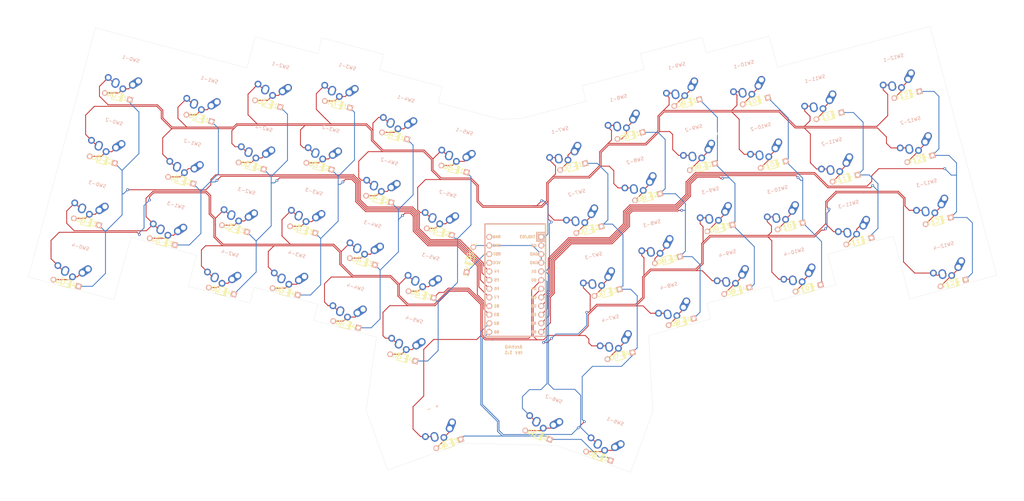
<source format=kicad_pcb>
(kicad_pcb (version 20191123) (host pcbnew "(5.99.0-562-g7b80b2dc7)")
  (layers (0 "F.Cu" signal) (31 "B.Cu" signal) (34 "B.Paste" user) (35 "F.Paste" user) (36 "B.SilkS" user) (37 "F.SilkS" user) (38 "B.Mask" user) (39 "F.Mask" user) (44 "Edge.Cuts" user))
  (net 0 "")
  (net 1 "/COL0")
  (net 2 "Net-(D0-1-Pad1)")
  (net 3 "Net-(D0-2-Pad1)")
  (net 4 "Net-(D0-3-Pad1)")
  (net 5 "Net-(D0-4-Pad1)")
  (net 6 "/COL1")
  (net 7 "Net-(D1-1-Pad1)")
  (net 8 "Net-(D1-2-Pad1)")
  (net 9 "Net-(D1-3-Pad1)")
  (net 10 "/COL10")
  (net 11 "Net-(D10-1-Pad1)")
  (net 12 "Net-(D10-2-Pad1)")
  (net 13 "Net-(D10-3-Pad1)")
  (net 14 "Net-(D10-4-Pad1)")
  (net 15 "/COL11")
  (net 16 "Net-(D11-1-Pad1)")
  (net 17 "Net-(D11-2-Pad1)")
  (net 18 "Net-(D11-3-Pad1)")
  (net 19 "/COL12")
  (net 20 "Net-(D12-1-Pad1)")
  (net 21 "Net-(D12-2-Pad1)")
  (net 22 "Net-(D12-3-Pad1)")
  (net 23 "Net-(D12-4-Pad1)")
  (net 24 "/COL2")
  (net 25 "Net-(D2-1-Pad1)")
  (net 26 "Net-(D2-2-Pad1)")
  (net 27 "Net-(D2-3-Pad1)")
  (net 28 "Net-(D2-4-Pad1)")
  (net 29 "/COL3")
  (net 30 "Net-(D3-1-Pad1)")
  (net 31 "Net-(D3-2-Pad1)")
  (net 32 "Net-(D3-3-Pad1)")
  (net 33 "Net-(D3-4-Pad1)")
  (net 34 "/COL4")
  (net 35 "Net-(D4-1-Pad1)")
  (net 36 "Net-(D4-2-Pad1)")
  (net 37 "Net-(D4-3-Pad1)")
  (net 38 "Net-(D4-4-Pad1)")
  (net 39 "/COL5")
  (net 40 "Net-(D5-1-Pad1)")
  (net 41 "Net-(D5-2-Pad1)")
  (net 42 "Net-(D5-3-Pad1)")
  (net 43 "Net-(D5-4-Pad1)")
  (net 44 "/COL6")
  (net 45 "Net-(D6-1-Pad1)")
  (net 46 "Net-(D6-2-Pad1)")
  (net 47 "Net-(D6-3-Pad1)")
  (net 48 "/COL7")
  (net 49 "Net-(D7-1-Pad1)")
  (net 50 "Net-(D7-2-Pad1)")
  (net 51 "Net-(D7-3-Pad1)")
  (net 52 "Net-(D7-4-Pad1)")
  (net 53 "/COL8")
  (net 54 "Net-(D8-1-Pad1)")
  (net 55 "Net-(D8-2-Pad1)")
  (net 56 "Net-(D8-3-Pad1)")
  (net 57 "Net-(D8-4-Pad1)")
  (net 58 "/COL9")
  (net 59 "Net-(D9-1-Pad1)")
  (net 60 "Net-(D9-2-Pad1)")
  (net 61 "Net-(D9-3-Pad1)")
  (net 62 "Net-(D9-4-Pad1)")
  (net 63 "Net-(SW-RST1-Pad2)")
  (net 64 "GND")
  (net 65 "/ROW-1")
  (net 66 "/ROW-2")
  (net 67 "/ROW-3")
  (net 68 "/ROW-4")
  (net 69 "Net-(U1-Pad24)")
  (net 70 "VCC")
  (net 71 "Net-(U1-Pad2)")
  (module "keebio_footprints:MX-Alps-Choc-2U-StabNormal-noled-alt" (layer "F.Cu") (at 125.7046 144.7546 -160)
    (fp_text reference "SW6-3")
    (fp_text value "SWITCH_PUSH")
    (fp_text user "-" (at 1.27 3.5 20) (layer "B.SilkS"))
    (fp_text user "-" (at 1.27 3.5 20) (layer "F.SilkS"))
    (fp_text user "+" (at -1.27 3.5 20) (layer "B.SilkS"))
    (fp_text user "+" (at -1.27 3.5 20) (layer "F.SilkS"))
    (pad "" np_thru_hole circle (at 11.938 -6.985 20) (size 3.048 3.048) (drill 3.048) (layers *.Cu *.Mask))
    (pad "" np_thru_hole circle (at 11.938 8.255 20) (size 3.9878 3.9878) (drill 3.9878) (layers *.Cu *.Mask))
    (pad "" np_thru_hole circle (at -11.938 -6.985 20) (size 3.048 3.048) (drill 3.048) (layers *.Cu *.Mask))
    (pad "" np_thru_hole circle (at -11.938 8.255 20) (size 3.9878 3.9878) (drill 3.9878) (layers *.Cu *.Mask))
    (pad "" np_thru_hole circle (at -5.22 4.2 248.1) (size 1.2 1.2) (drill 1.2) (layers *.Cu *.Mask))
    (pad "" np_thru_hole circle (at 5.5 0 248.1) (size 1.7 1.7) (drill 1.7) (layers *.Cu *.Mask))
    (pad "" np_thru_hole circle (at -5.5 0 248.1) (size 1.7 1.7) (drill 1.7) (layers *.Cu *.Mask))
    (pad "2" thru_hole circle (at 0 -5.9 200) (size 2 2) (drill 1.2) (layers *.Cu *.Mask) (net 47 "Net-(D6-3-Pad1)"))
    (pad "1" thru_hole circle (at 5 -3.8 200) (size 2 2) (drill 1.2) (layers *.Cu *.Mask) (net 68 "/ROW-4"))
    (pad "" np_thru_hole circle (at 5.08 0 248.0996) (size 1.75 1.75) (drill 1.75) (layers *.Cu *.Mask))
    (pad "" np_thru_hole circle (at -5.08 0 248.0996) (size 1.75 1.75) (drill 1.75) (layers *.Cu *.Mask))
    (pad "2" thru_hole circle (at -2.5 -4 200) (size 2.25 2.25) (drill 1.47) (layers *.Cu *.Mask) (net 47 "Net-(D6-3-Pad1)"))
    (pad "" np_thru_hole circle (at 0 0 200) (size 3.9878 3.9878) (drill 3.9878) (layers *.Cu *.Mask))
    (pad "2" thru_hole oval (at -3.81 -2.54 248.1) (size 4.211556 2.25) (drill 1.47 (offset 0.980778 0)) (layers *.Cu *.Mask) (net 47 "Net-(D6-3-Pad1)"))
    (pad "1" thru_hole circle (at 2.54 -5.08 200) (size 2.25 2.25) (drill 1.47) (layers *.Cu *.Mask) (net 68 "/ROW-4"))
    (pad "1" thru_hole oval (at 2.5 -4.5 286.1) (size 2.831378 2.25) (drill 1.47 (offset 0.290689 0)) (layers *.Cu *.Mask) (net 68 "/ROW-4"))
  )
  (module "keebio_footprints:MX-Alps-Choc-1U-NoLED" (layer "F.Cu") (at 110.8964 72.3392 165)
    (fp_text reference "SW4-2" (at 0 3.175 165) (layer "B.SilkS") (effects (justify mirror)))
    (fp_text value "SWITCH_PUSH")
    (pad "" np_thru_hole circle (at -5.22 4.2 213.1) (size 1.2 1.2) (drill 1.2) (layers *.Cu *.Mask))
    (pad "" np_thru_hole circle (at 5.5 0 213.1) (size 1.7 1.7) (drill 1.7) (layers *.Cu *.Mask))
    (pad "" np_thru_hole circle (at -5.5 0 213.1) (size 1.7 1.7) (drill 1.7) (layers *.Cu *.Mask))
    (pad "2" thru_hole circle (at 0 -5.9 165) (size 2 2) (drill 1.2) (layers *.Cu *.Mask) (net 36 "Net-(D4-2-Pad1)"))
    (pad "1" thru_hole circle (at 5 -3.8 165) (size 2 2) (drill 1.2) (layers *.Cu *.Mask) (net 66 "/ROW-2"))
    (pad "" np_thru_hole circle (at 5.08 0 213.0996) (size 1.75 1.75) (drill 1.75) (layers *.Cu *.Mask))
    (pad "" np_thru_hole circle (at -5.08 0 213.0996) (size 1.75 1.75) (drill 1.75) (layers *.Cu *.Mask))
    (pad "2" thru_hole circle (at -2.5 -4 165) (size 2.25 2.25) (drill 1.47) (layers *.Cu *.Mask) (net 36 "Net-(D4-2-Pad1)"))
    (pad "" np_thru_hole circle (at 0 0 165) (size 3.9878 3.9878) (drill 3.9878) (layers *.Cu *.Mask))
    (pad "2" thru_hole oval (at -3.81 -2.54 213.1) (size 4.211556 2.25) (drill 1.47 (offset 0.980778 0)) (layers *.Cu *.Mask) (net 36 "Net-(D4-2-Pad1)"))
    (pad "1" thru_hole circle (at 2.54 -5.08 165) (size 2.25 2.25) (drill 1.47) (layers *.Cu *.Mask) (net 66 "/ROW-2"))
    (pad "1" thru_hole oval (at 2.5 -4.5 251.1) (size 2.831378 2.25) (drill 1.47 (offset 0.290689 0)) (layers *.Cu *.Mask) (net 66 "/ROW-2"))
  )
  (module "keebio_footprints:MX-Alps-Choc-1U-NoLED" (layer "F.Cu") (at 69.0372 81.0006 165)
    (fp_text reference "SW2-3" (at 0 3.175 165) (layer "B.SilkS") (effects (justify mirror)))
    (fp_text value "SWITCH_PUSH")
    (pad "" np_thru_hole circle (at -5.22 4.2 213.1) (size 1.2 1.2) (drill 1.2) (layers *.Cu *.Mask))
    (pad "" np_thru_hole circle (at 5.5 0 213.1) (size 1.7 1.7) (drill 1.7) (layers *.Cu *.Mask))
    (pad "" np_thru_hole circle (at -5.5 0 213.1) (size 1.7 1.7) (drill 1.7) (layers *.Cu *.Mask))
    (pad "2" thru_hole circle (at 0 -5.9 165) (size 2 2) (drill 1.2) (layers *.Cu *.Mask) (net 27 "Net-(D2-3-Pad1)"))
    (pad "1" thru_hole circle (at 5 -3.8 165) (size 2 2) (drill 1.2) (layers *.Cu *.Mask) (net 67 "/ROW-3"))
    (pad "" np_thru_hole circle (at 5.08 0 213.0996) (size 1.75 1.75) (drill 1.75) (layers *.Cu *.Mask))
    (pad "" np_thru_hole circle (at -5.08 0 213.0996) (size 1.75 1.75) (drill 1.75) (layers *.Cu *.Mask))
    (pad "2" thru_hole circle (at -2.5 -4 165) (size 2.25 2.25) (drill 1.47) (layers *.Cu *.Mask) (net 27 "Net-(D2-3-Pad1)"))
    (pad "" np_thru_hole circle (at 0 0 165) (size 3.9878 3.9878) (drill 3.9878) (layers *.Cu *.Mask))
    (pad "2" thru_hole oval (at -3.81 -2.54 213.1) (size 4.211556 2.25) (drill 1.47 (offset 0.980778 0)) (layers *.Cu *.Mask) (net 27 "Net-(D2-3-Pad1)"))
    (pad "1" thru_hole circle (at 2.54 -5.08 165) (size 2.25 2.25) (drill 1.47) (layers *.Cu *.Mask) (net 67 "/ROW-3"))
    (pad "1" thru_hole oval (at 2.5 -4.5 251.1) (size 2.831378 2.25) (drill 1.47 (offset 0.290689 0)) (layers *.Cu *.Mask) (net 67 "/ROW-3"))
  )
  (module "keebio_footprints:MX-Alps-Choc-1U-NoLED" (layer "F.Cu") (at 237.4392 48.006 -165)
    (fp_text reference "SW11-1" (at 0 3.175 15) (layer "B.SilkS") (effects (justify mirror)))
    (fp_text value "SWITCH_PUSH")
    (pad "" np_thru_hole circle (at -5.22 4.2 243.1) (size 1.2 1.2) (drill 1.2) (layers *.Cu *.Mask))
    (pad "" np_thru_hole circle (at 5.5 0 243.1) (size 1.7 1.7) (drill 1.7) (layers *.Cu *.Mask))
    (pad "" np_thru_hole circle (at -5.5 0 243.1) (size 1.7 1.7) (drill 1.7) (layers *.Cu *.Mask))
    (pad "2" thru_hole circle (at 0 -5.9 195) (size 2 2) (drill 1.2) (layers *.Cu *.Mask) (net 16 "Net-(D11-1-Pad1)"))
    (pad "1" thru_hole circle (at 5 -3.8 195) (size 2 2) (drill 1.2) (layers *.Cu *.Mask) (net 65 "/ROW-1"))
    (pad "" np_thru_hole circle (at 5.08 0 243.0996) (size 1.75 1.75) (drill 1.75) (layers *.Cu *.Mask))
    (pad "" np_thru_hole circle (at -5.08 0 243.0996) (size 1.75 1.75) (drill 1.75) (layers *.Cu *.Mask))
    (pad "2" thru_hole circle (at -2.5 -4 195) (size 2.25 2.25) (drill 1.47) (layers *.Cu *.Mask) (net 16 "Net-(D11-1-Pad1)"))
    (pad "" np_thru_hole circle (at 0 0 195) (size 3.9878 3.9878) (drill 3.9878) (layers *.Cu *.Mask))
    (pad "2" thru_hole oval (at -3.81 -2.54 243.1) (size 4.211556 2.25) (drill 1.47 (offset 0.980778 0)) (layers *.Cu *.Mask) (net 16 "Net-(D11-1-Pad1)"))
    (pad "1" thru_hole circle (at 2.54 -5.08 195) (size 2.25 2.25) (drill 1.47) (layers *.Cu *.Mask) (net 65 "/ROW-1"))
    (pad "1" thru_hole oval (at 2.5 -4.5 281.1) (size 2.831378 2.25) (drill 1.47 (offset 0.290689 0)) (layers *.Cu *.Mask) (net 65 "/ROW-1"))
  )
  (module "keebio_footprints:MX-Alps-Choc-1U-NoLED" (layer "F.Cu") (at 275.209 97.028 -165)
    (fp_text reference "SW12-4" (at 0 3.175 15) (layer "B.SilkS") (effects (justify mirror)))
    (fp_text value "SWITCH_PUSH")
    (pad "1" thru_hole oval (at 2.5 -4.5 281.1) (size 2.831378 2.25) (drill 1.47 (offset 0.290689 0)) (layers *.Cu *.Mask) (net 68 "/ROW-4"))
    (pad "1" thru_hole circle (at 2.54 -5.08 195) (size 2.25 2.25) (drill 1.47) (layers *.Cu *.Mask) (net 68 "/ROW-4"))
    (pad "2" thru_hole oval (at -3.81 -2.54 243.1) (size 4.211556 2.25) (drill 1.47 (offset 0.980778 0)) (layers *.Cu *.Mask) (net 23 "Net-(D12-4-Pad1)"))
    (pad "" np_thru_hole circle (at 0 0 195) (size 3.9878 3.9878) (drill 3.9878) (layers *.Cu *.Mask))
    (pad "2" thru_hole circle (at -2.5 -4 195) (size 2.25 2.25) (drill 1.47) (layers *.Cu *.Mask) (net 23 "Net-(D12-4-Pad1)"))
    (pad "" np_thru_hole circle (at -5.08 0 243.0996) (size 1.75 1.75) (drill 1.75) (layers *.Cu *.Mask))
    (pad "" np_thru_hole circle (at 5.08 0 243.0996) (size 1.75 1.75) (drill 1.75) (layers *.Cu *.Mask))
    (pad "1" thru_hole circle (at 5 -3.8 195) (size 2 2) (drill 1.2) (layers *.Cu *.Mask) (net 68 "/ROW-4"))
    (pad "2" thru_hole circle (at 0 -5.9 195) (size 2 2) (drill 1.2) (layers *.Cu *.Mask) (net 23 "Net-(D12-4-Pad1)"))
    (pad "" np_thru_hole circle (at -5.5 0 243.1) (size 1.7 1.7) (drill 1.7) (layers *.Cu *.Mask))
    (pad "" np_thru_hole circle (at 5.5 0 243.1) (size 1.7 1.7) (drill 1.7) (layers *.Cu *.Mask))
    (pad "" np_thru_hole circle (at -5.22 4.2 243.1) (size 1.2 1.2) (drill 1.2) (layers *.Cu *.Mask))
  )
  (module "keebio_footprints:MX-Alps-Choc-1U-NoLED" (layer "F.Cu") (at 270.256 78.613 -165)
    (fp_text reference "SW12-3" (at 0 3.175 15) (layer "B.SilkS") (effects (justify mirror)))
    (fp_text value "SWITCH_PUSH")
    (pad "1" thru_hole oval (at 2.5 -4.5 281.1) (size 2.831378 2.25) (drill 1.47 (offset 0.290689 0)) (layers *.Cu *.Mask) (net 67 "/ROW-3"))
    (pad "1" thru_hole circle (at 2.54 -5.08 195) (size 2.25 2.25) (drill 1.47) (layers *.Cu *.Mask) (net 67 "/ROW-3"))
    (pad "2" thru_hole oval (at -3.81 -2.54 243.1) (size 4.211556 2.25) (drill 1.47 (offset 0.980778 0)) (layers *.Cu *.Mask) (net 22 "Net-(D12-3-Pad1)"))
    (pad "" np_thru_hole circle (at 0 0 195) (size 3.9878 3.9878) (drill 3.9878) (layers *.Cu *.Mask))
    (pad "2" thru_hole circle (at -2.5 -4 195) (size 2.25 2.25) (drill 1.47) (layers *.Cu *.Mask) (net 22 "Net-(D12-3-Pad1)"))
    (pad "" np_thru_hole circle (at -5.08 0 243.0996) (size 1.75 1.75) (drill 1.75) (layers *.Cu *.Mask))
    (pad "" np_thru_hole circle (at 5.08 0 243.0996) (size 1.75 1.75) (drill 1.75) (layers *.Cu *.Mask))
    (pad "1" thru_hole circle (at 5 -3.8 195) (size 2 2) (drill 1.2) (layers *.Cu *.Mask) (net 67 "/ROW-3"))
    (pad "2" thru_hole circle (at 0 -5.9 195) (size 2 2) (drill 1.2) (layers *.Cu *.Mask) (net 22 "Net-(D12-3-Pad1)"))
    (pad "" np_thru_hole circle (at -5.5 0 243.1) (size 1.7 1.7) (drill 1.7) (layers *.Cu *.Mask))
    (pad "" np_thru_hole circle (at 5.5 0 243.1) (size 1.7 1.7) (drill 1.7) (layers *.Cu *.Mask))
    (pad "" np_thru_hole circle (at -5.22 4.2 243.1) (size 1.2 1.2) (drill 1.2) (layers *.Cu *.Mask))
  )
  (module "keebio_footprints:MX-Alps-Choc-1U-NoLED" (layer "F.Cu") (at 265.4808 60.280049 -165)
    (fp_text reference "SW12-2" (at 0 3.175 15) (layer "B.SilkS") (effects (justify mirror)))
    (fp_text value "SWITCH_PUSH")
    (pad "1" thru_hole oval (at 2.5 -4.5 281.1) (size 2.831378 2.25) (drill 1.47 (offset 0.290689 0)) (layers *.Cu *.Mask) (net 66 "/ROW-2"))
    (pad "1" thru_hole circle (at 2.54 -5.08 195) (size 2.25 2.25) (drill 1.47) (layers *.Cu *.Mask) (net 66 "/ROW-2"))
    (pad "2" thru_hole oval (at -3.81 -2.54 243.1) (size 4.211556 2.25) (drill 1.47 (offset 0.980778 0)) (layers *.Cu *.Mask) (net 21 "Net-(D12-2-Pad1)"))
    (pad "" np_thru_hole circle (at 0 0 195) (size 3.9878 3.9878) (drill 3.9878) (layers *.Cu *.Mask))
    (pad "2" thru_hole circle (at -2.5 -4 195) (size 2.25 2.25) (drill 1.47) (layers *.Cu *.Mask) (net 21 "Net-(D12-2-Pad1)"))
    (pad "" np_thru_hole circle (at -5.08 0 243.0996) (size 1.75 1.75) (drill 1.75) (layers *.Cu *.Mask))
    (pad "" np_thru_hole circle (at 5.08 0 243.0996) (size 1.75 1.75) (drill 1.75) (layers *.Cu *.Mask))
    (pad "1" thru_hole circle (at 5 -3.8 195) (size 2 2) (drill 1.2) (layers *.Cu *.Mask) (net 66 "/ROW-2"))
    (pad "2" thru_hole circle (at 0 -5.9 195) (size 2 2) (drill 1.2) (layers *.Cu *.Mask) (net 21 "Net-(D12-2-Pad1)"))
    (pad "" np_thru_hole circle (at -5.5 0 243.1) (size 1.7 1.7) (drill 1.7) (layers *.Cu *.Mask))
    (pad "" np_thru_hole circle (at 5.5 0 243.1) (size 1.7 1.7) (drill 1.7) (layers *.Cu *.Mask))
    (pad "" np_thru_hole circle (at -5.22 4.2 243.1) (size 1.2 1.2) (drill 1.2) (layers *.Cu *.Mask))
  )
  (module "keebio_footprints:MX-Alps-Choc-1U-NoLED" (layer "F.Cu") (at 260.477 41.8084 -165)
    (fp_text reference "SW12-1" (at 0 3.175 15) (layer "B.SilkS") (effects (justify mirror)))
    (fp_text value "SWITCH_PUSH")
    (pad "1" thru_hole oval (at 2.5 -4.5 281.1) (size 2.831378 2.25) (drill 1.47 (offset 0.290689 0)) (layers *.Cu *.Mask) (net 65 "/ROW-1"))
    (pad "1" thru_hole circle (at 2.54 -5.08 195) (size 2.25 2.25) (drill 1.47) (layers *.Cu *.Mask) (net 65 "/ROW-1"))
    (pad "2" thru_hole oval (at -3.81 -2.54 243.1) (size 4.211556 2.25) (drill 1.47 (offset 0.980778 0)) (layers *.Cu *.Mask) (net 20 "Net-(D12-1-Pad1)"))
    (pad "" np_thru_hole circle (at 0 0 195) (size 3.9878 3.9878) (drill 3.9878) (layers *.Cu *.Mask))
    (pad "2" thru_hole circle (at -2.5 -4 195) (size 2.25 2.25) (drill 1.47) (layers *.Cu *.Mask) (net 20 "Net-(D12-1-Pad1)"))
    (pad "" np_thru_hole circle (at -5.08 0 243.0996) (size 1.75 1.75) (drill 1.75) (layers *.Cu *.Mask))
    (pad "" np_thru_hole circle (at 5.08 0 243.0996) (size 1.75 1.75) (drill 1.75) (layers *.Cu *.Mask))
    (pad "1" thru_hole circle (at 5 -3.8 195) (size 2 2) (drill 1.2) (layers *.Cu *.Mask) (net 65 "/ROW-1"))
    (pad "2" thru_hole circle (at 0 -5.9 195) (size 2 2) (drill 1.2) (layers *.Cu *.Mask) (net 20 "Net-(D12-1-Pad1)"))
    (pad "" np_thru_hole circle (at -5.5 0 243.1) (size 1.7 1.7) (drill 1.7) (layers *.Cu *.Mask))
    (pad "" np_thru_hole circle (at 5.5 0 243.1) (size 1.7 1.7) (drill 1.7) (layers *.Cu *.Mask))
    (pad "" np_thru_hole circle (at -5.22 4.2 243.1) (size 1.2 1.2) (drill 1.2) (layers *.Cu *.Mask))
  )
  (module "keebio_footprints:MX-Alps-Choc-1U-NoLED" (layer "F.Cu") (at 20.2692 97.409 165)
    (fp_text reference "SW0-4" (at 0 3.175 165) (layer "B.SilkS") (effects (justify mirror)))
    (fp_text value "SWITCH_PUSH")
    (pad "" np_thru_hole circle (at -5.22 4.2 213.1) (size 1.2 1.2) (drill 1.2) (layers *.Cu *.Mask))
    (pad "" np_thru_hole circle (at 5.5 0 213.1) (size 1.7 1.7) (drill 1.7) (layers *.Cu *.Mask))
    (pad "" np_thru_hole circle (at -5.5 0 213.1) (size 1.7 1.7) (drill 1.7) (layers *.Cu *.Mask))
    (pad "2" thru_hole circle (at 0 -5.9 165) (size 2 2) (drill 1.2) (layers *.Cu *.Mask) (net 5 "Net-(D0-4-Pad1)"))
    (pad "1" thru_hole circle (at 5 -3.8 165) (size 2 2) (drill 1.2) (layers *.Cu *.Mask) (net 68 "/ROW-4"))
    (pad "" np_thru_hole circle (at 5.08 0 213.0996) (size 1.75 1.75) (drill 1.75) (layers *.Cu *.Mask))
    (pad "" np_thru_hole circle (at -5.08 0 213.0996) (size 1.75 1.75) (drill 1.75) (layers *.Cu *.Mask))
    (pad "2" thru_hole circle (at -2.5 -4 165) (size 2.25 2.25) (drill 1.47) (layers *.Cu *.Mask) (net 5 "Net-(D0-4-Pad1)"))
    (pad "" np_thru_hole circle (at 0 0 165) (size 3.9878 3.9878) (drill 3.9878) (layers *.Cu *.Mask))
    (pad "2" thru_hole oval (at -3.81 -2.54 213.1) (size 4.211556 2.25) (drill 1.47 (offset 0.980778 0)) (layers *.Cu *.Mask) (net 5 "Net-(D0-4-Pad1)"))
    (pad "1" thru_hole circle (at 2.54 -5.08 165) (size 2.25 2.25) (drill 1.47) (layers *.Cu *.Mask) (net 68 "/ROW-4"))
    (pad "1" thru_hole oval (at 2.5 -4.5 251.1) (size 2.831378 2.25) (drill 1.47 (offset 0.290689 0)) (layers *.Cu *.Mask) (net 68 "/ROW-4"))
  )
  (module "keebio_footprints:MX-Alps-Choc-1U-NoLED" (layer "F.Cu") (at 25.2222 79.0194 165)
    (fp_text reference "SW0-3" (at 0 3.175 165) (layer "B.SilkS") (effects (justify mirror)))
    (fp_text value "SWITCH_PUSH")
    (pad "" np_thru_hole circle (at -5.22 4.2 213.1) (size 1.2 1.2) (drill 1.2) (layers *.Cu *.Mask))
    (pad "" np_thru_hole circle (at 5.5 0 213.1) (size 1.7 1.7) (drill 1.7) (layers *.Cu *.Mask))
    (pad "" np_thru_hole circle (at -5.5 0 213.1) (size 1.7 1.7) (drill 1.7) (layers *.Cu *.Mask))
    (pad "2" thru_hole circle (at 0 -5.9 165) (size 2 2) (drill 1.2) (layers *.Cu *.Mask) (net 4 "Net-(D0-3-Pad1)"))
    (pad "1" thru_hole circle (at 5 -3.8 165) (size 2 2) (drill 1.2) (layers *.Cu *.Mask) (net 67 "/ROW-3"))
    (pad "" np_thru_hole circle (at 5.08 0 213.0996) (size 1.75 1.75) (drill 1.75) (layers *.Cu *.Mask))
    (pad "" np_thru_hole circle (at -5.08 0 213.0996) (size 1.75 1.75) (drill 1.75) (layers *.Cu *.Mask))
    (pad "2" thru_hole circle (at -2.5 -4 165) (size 2.25 2.25) (drill 1.47) (layers *.Cu *.Mask) (net 4 "Net-(D0-3-Pad1)"))
    (pad "" np_thru_hole circle (at 0 0 165) (size 3.9878 3.9878) (drill 3.9878) (layers *.Cu *.Mask))
    (pad "2" thru_hole oval (at -3.81 -2.54 213.1) (size 4.211556 2.25) (drill 1.47 (offset 0.980778 0)) (layers *.Cu *.Mask) (net 4 "Net-(D0-3-Pad1)"))
    (pad "1" thru_hole circle (at 2.54 -5.08 165) (size 2.25 2.25) (drill 1.47) (layers *.Cu *.Mask) (net 67 "/ROW-3"))
    (pad "1" thru_hole oval (at 2.5 -4.5 251.1) (size 2.831378 2.25) (drill 1.47 (offset 0.290689 0)) (layers *.Cu *.Mask) (net 67 "/ROW-3"))
  )
  (module "keebio_footprints:MX-Alps-Choc-1U-NoLED" (layer "F.Cu") (at 30.1244 60.6298 165)
    (fp_text reference "SW0-2" (at 0 3.175 165) (layer "B.SilkS") (effects (justify mirror)))
    (fp_text value "SWITCH_PUSH")
    (pad "" np_thru_hole circle (at -5.22 4.2 213.1) (size 1.2 1.2) (drill 1.2) (layers *.Cu *.Mask))
    (pad "" np_thru_hole circle (at 5.5 0 213.1) (size 1.7 1.7) (drill 1.7) (layers *.Cu *.Mask))
    (pad "" np_thru_hole circle (at -5.5 0 213.1) (size 1.7 1.7) (drill 1.7) (layers *.Cu *.Mask))
    (pad "2" thru_hole circle (at 0 -5.9 165) (size 2 2) (drill 1.2) (layers *.Cu *.Mask) (net 3 "Net-(D0-2-Pad1)"))
    (pad "1" thru_hole circle (at 5 -3.8 165) (size 2 2) (drill 1.2) (layers *.Cu *.Mask) (net 66 "/ROW-2"))
    (pad "" np_thru_hole circle (at 5.08 0 213.0996) (size 1.75 1.75) (drill 1.75) (layers *.Cu *.Mask))
    (pad "" np_thru_hole circle (at -5.08 0 213.0996) (size 1.75 1.75) (drill 1.75) (layers *.Cu *.Mask))
    (pad "2" thru_hole circle (at -2.5 -4 165) (size 2.25 2.25) (drill 1.47) (layers *.Cu *.Mask) (net 3 "Net-(D0-2-Pad1)"))
    (pad "" np_thru_hole circle (at 0 0 165) (size 3.9878 3.9878) (drill 3.9878) (layers *.Cu *.Mask))
    (pad "2" thru_hole oval (at -3.81 -2.54 213.1) (size 4.211556 2.25) (drill 1.47 (offset 0.980778 0)) (layers *.Cu *.Mask) (net 3 "Net-(D0-2-Pad1)"))
    (pad "1" thru_hole circle (at 2.54 -5.08 165) (size 2.25 2.25) (drill 1.47) (layers *.Cu *.Mask) (net 66 "/ROW-2"))
    (pad "1" thru_hole oval (at 2.5 -4.5 251.1) (size 2.831378 2.25) (drill 1.47 (offset 0.290689 0)) (layers *.Cu *.Mask) (net 66 "/ROW-2"))
  )
  (module "keebio_footprints:MX-Alps-Choc-1U-NoLED" (layer "F.Cu") (at 35.052 42.1894 165)
    (fp_text reference "SW0-1" (at 0 3.175 165) (layer "B.SilkS") (effects (justify mirror)))
    (fp_text value "SWITCH_PUSH")
    (pad "" np_thru_hole circle (at -5.22 4.2 213.1) (size 1.2 1.2) (drill 1.2) (layers *.Cu *.Mask))
    (pad "" np_thru_hole circle (at 5.5 0 213.1) (size 1.7 1.7) (drill 1.7) (layers *.Cu *.Mask))
    (pad "" np_thru_hole circle (at -5.5 0 213.1) (size 1.7 1.7) (drill 1.7) (layers *.Cu *.Mask))
    (pad "2" thru_hole circle (at 0 -5.9 165) (size 2 2) (drill 1.2) (layers *.Cu *.Mask) (net 2 "Net-(D0-1-Pad1)"))
    (pad "1" thru_hole circle (at 5 -3.8 165) (size 2 2) (drill 1.2) (layers *.Cu *.Mask) (net 65 "/ROW-1"))
    (pad "" np_thru_hole circle (at 5.08 0 213.0996) (size 1.75 1.75) (drill 1.75) (layers *.Cu *.Mask))
    (pad "" np_thru_hole circle (at -5.08 0 213.0996) (size 1.75 1.75) (drill 1.75) (layers *.Cu *.Mask))
    (pad "2" thru_hole circle (at -2.5 -4 165) (size 2.25 2.25) (drill 1.47) (layers *.Cu *.Mask) (net 2 "Net-(D0-1-Pad1)"))
    (pad "" np_thru_hole circle (at 0 0 165) (size 3.9878 3.9878) (drill 3.9878) (layers *.Cu *.Mask))
    (pad "2" thru_hole oval (at -3.81 -2.54 213.1) (size 4.211556 2.25) (drill 1.47 (offset 0.980778 0)) (layers *.Cu *.Mask) (net 2 "Net-(D0-1-Pad1)"))
    (pad "1" thru_hole circle (at 2.54 -5.08 165) (size 2.25 2.25) (drill 1.47) (layers *.Cu *.Mask) (net 65 "/ROW-1"))
    (pad "1" thru_hole oval (at 2.5 -4.5 251.1) (size 2.831378 2.25) (drill 1.47 (offset 0.290689 0)) (layers *.Cu *.Mask) (net 65 "/ROW-1"))
  )
  (module "keebio_footprints:MX-Alps-Choc-1U-NoLED" (layer "F.Cu") (at 211.7598 99.314 -165)
    (fp_text reference "SW9-4" (at 0 3.175 15) (layer "B.SilkS") (effects (justify mirror)))
    (fp_text value "SWITCH_PUSH")
    (pad "" np_thru_hole circle (at -5.22 4.2 243.1) (size 1.2 1.2) (drill 1.2) (layers *.Cu *.Mask))
    (pad "" np_thru_hole circle (at 5.5 0 243.1) (size 1.7 1.7) (drill 1.7) (layers *.Cu *.Mask))
    (pad "" np_thru_hole circle (at -5.5 0 243.1) (size 1.7 1.7) (drill 1.7) (layers *.Cu *.Mask))
    (pad "2" thru_hole circle (at 0 -5.9 195) (size 2 2) (drill 1.2) (layers *.Cu *.Mask) (net 62 "Net-(D9-4-Pad1)"))
    (pad "1" thru_hole circle (at 5 -3.8 195) (size 2 2) (drill 1.2) (layers *.Cu *.Mask) (net 68 "/ROW-4"))
    (pad "" np_thru_hole circle (at 5.08 0 243.0996) (size 1.75 1.75) (drill 1.75) (layers *.Cu *.Mask))
    (pad "" np_thru_hole circle (at -5.08 0 243.0996) (size 1.75 1.75) (drill 1.75) (layers *.Cu *.Mask))
    (pad "2" thru_hole circle (at -2.5 -4 195) (size 2.25 2.25) (drill 1.47) (layers *.Cu *.Mask) (net 62 "Net-(D9-4-Pad1)"))
    (pad "" np_thru_hole circle (at 0 0 195) (size 3.9878 3.9878) (drill 3.9878) (layers *.Cu *.Mask))
    (pad "2" thru_hole oval (at -3.81 -2.54 243.1) (size 4.211556 2.25) (drill 1.47 (offset 0.980778 0)) (layers *.Cu *.Mask) (net 62 "Net-(D9-4-Pad1)"))
    (pad "1" thru_hole circle (at 2.54 -5.08 195) (size 2.25 2.25) (drill 1.47) (layers *.Cu *.Mask) (net 68 "/ROW-4"))
    (pad "1" thru_hole oval (at 2.5 -4.5 281.1) (size 2.831378 2.25) (drill 1.47 (offset 0.290689 0)) (layers *.Cu *.Mask) (net 68 "/ROW-4"))
  )
  (module "keebio_footprints:MX-Alps-Choc-1U-NoLED" (layer "F.Cu") (at 206.7814 80.7974 -165)
    (fp_text reference "SW9-3" (at 0 3.175 15) (layer "B.SilkS") (effects (justify mirror)))
    (fp_text value "SWITCH_PUSH")
    (pad "" np_thru_hole circle (at -5.22 4.2 243.1) (size 1.2 1.2) (drill 1.2) (layers *.Cu *.Mask))
    (pad "" np_thru_hole circle (at 5.5 0 243.1) (size 1.7 1.7) (drill 1.7) (layers *.Cu *.Mask))
    (pad "" np_thru_hole circle (at -5.5 0 243.1) (size 1.7 1.7) (drill 1.7) (layers *.Cu *.Mask))
    (pad "2" thru_hole circle (at 0 -5.9 195) (size 2 2) (drill 1.2) (layers *.Cu *.Mask) (net 61 "Net-(D9-3-Pad1)"))
    (pad "1" thru_hole circle (at 5 -3.8 195) (size 2 2) (drill 1.2) (layers *.Cu *.Mask) (net 67 "/ROW-3"))
    (pad "" np_thru_hole circle (at 5.08 0 243.0996) (size 1.75 1.75) (drill 1.75) (layers *.Cu *.Mask))
    (pad "" np_thru_hole circle (at -5.08 0 243.0996) (size 1.75 1.75) (drill 1.75) (layers *.Cu *.Mask))
    (pad "2" thru_hole circle (at -2.5 -4 195) (size 2.25 2.25) (drill 1.47) (layers *.Cu *.Mask) (net 61 "Net-(D9-3-Pad1)"))
    (pad "" np_thru_hole circle (at 0 0 195) (size 3.9878 3.9878) (drill 3.9878) (layers *.Cu *.Mask))
    (pad "2" thru_hole oval (at -3.81 -2.54 243.1) (size 4.211556 2.25) (drill 1.47 (offset 0.980778 0)) (layers *.Cu *.Mask) (net 61 "Net-(D9-3-Pad1)"))
    (pad "1" thru_hole circle (at 2.54 -5.08 195) (size 2.25 2.25) (drill 1.47) (layers *.Cu *.Mask) (net 67 "/ROW-3"))
    (pad "1" thru_hole oval (at 2.5 -4.5 281.1) (size 2.831378 2.25) (drill 1.47 (offset 0.290689 0)) (layers *.Cu *.Mask) (net 67 "/ROW-3"))
  )
  (module "keebio_footprints:MX-Alps-Choc-1U-NoLED" (layer "F.Cu") (at 201.8538 62.484 -165)
    (fp_text reference "SW9-2" (at 0 3.175 15) (layer "B.SilkS") (effects (justify mirror)))
    (fp_text value "SWITCH_PUSH")
    (pad "" np_thru_hole circle (at -5.22 4.2 243.1) (size 1.2 1.2) (drill 1.2) (layers *.Cu *.Mask))
    (pad "" np_thru_hole circle (at 5.5 0 243.1) (size 1.7 1.7) (drill 1.7) (layers *.Cu *.Mask))
    (pad "" np_thru_hole circle (at -5.5 0 243.1) (size 1.7 1.7) (drill 1.7) (layers *.Cu *.Mask))
    (pad "2" thru_hole circle (at 0 -5.9 195) (size 2 2) (drill 1.2) (layers *.Cu *.Mask) (net 60 "Net-(D9-2-Pad1)"))
    (pad "1" thru_hole circle (at 5 -3.8 195) (size 2 2) (drill 1.2) (layers *.Cu *.Mask) (net 66 "/ROW-2"))
    (pad "" np_thru_hole circle (at 5.08 0 243.0996) (size 1.75 1.75) (drill 1.75) (layers *.Cu *.Mask))
    (pad "" np_thru_hole circle (at -5.08 0 243.0996) (size 1.75 1.75) (drill 1.75) (layers *.Cu *.Mask))
    (pad "2" thru_hole circle (at -2.5 -4 195) (size 2.25 2.25) (drill 1.47) (layers *.Cu *.Mask) (net 60 "Net-(D9-2-Pad1)"))
    (pad "" np_thru_hole circle (at 0 0 195) (size 3.9878 3.9878) (drill 3.9878) (layers *.Cu *.Mask))
    (pad "2" thru_hole oval (at -3.81 -2.54 243.1) (size 4.211556 2.25) (drill 1.47 (offset 0.980778 0)) (layers *.Cu *.Mask) (net 60 "Net-(D9-2-Pad1)"))
    (pad "1" thru_hole circle (at 2.54 -5.08 195) (size 2.25 2.25) (drill 1.47) (layers *.Cu *.Mask) (net 66 "/ROW-2"))
    (pad "1" thru_hole oval (at 2.5 -4.5 281.1) (size 2.831378 2.25) (drill 1.47 (offset 0.290689 0)) (layers *.Cu *.Mask) (net 66 "/ROW-2"))
  )
  (module "keebio_footprints:MX-Alps-Choc-1U-NoLED" (layer "F.Cu") (at 196.8754 44.196 -165)
    (fp_text reference "SW9-1" (at 0 3.175 15) (layer "B.SilkS") (effects (justify mirror)))
    (fp_text value "SWITCH_PUSH")
    (pad "" np_thru_hole circle (at -5.22 4.2 243.1) (size 1.2 1.2) (drill 1.2) (layers *.Cu *.Mask))
    (pad "" np_thru_hole circle (at 5.5 0 243.1) (size 1.7 1.7) (drill 1.7) (layers *.Cu *.Mask))
    (pad "" np_thru_hole circle (at -5.5 0 243.1) (size 1.7 1.7) (drill 1.7) (layers *.Cu *.Mask))
    (pad "2" thru_hole circle (at 0 -5.9 195) (size 2 2) (drill 1.2) (layers *.Cu *.Mask) (net 59 "Net-(D9-1-Pad1)"))
    (pad "1" thru_hole circle (at 5 -3.8 195) (size 2 2) (drill 1.2) (layers *.Cu *.Mask) (net 65 "/ROW-1"))
    (pad "" np_thru_hole circle (at 5.08 0 243.0996) (size 1.75 1.75) (drill 1.75) (layers *.Cu *.Mask))
    (pad "" np_thru_hole circle (at -5.08 0 243.0996) (size 1.75 1.75) (drill 1.75) (layers *.Cu *.Mask))
    (pad "2" thru_hole circle (at -2.5 -4 195) (size 2.25 2.25) (drill 1.47) (layers *.Cu *.Mask) (net 59 "Net-(D9-1-Pad1)"))
    (pad "" np_thru_hole circle (at 0 0 195) (size 3.9878 3.9878) (drill 3.9878) (layers *.Cu *.Mask))
    (pad "2" thru_hole oval (at -3.81 -2.54 243.1) (size 4.211556 2.25) (drill 1.47 (offset 0.980778 0)) (layers *.Cu *.Mask) (net 59 "Net-(D9-1-Pad1)"))
    (pad "1" thru_hole circle (at 2.54 -5.08 195) (size 2.25 2.25) (drill 1.47) (layers *.Cu *.Mask) (net 65 "/ROW-1"))
    (pad "1" thru_hole oval (at 2.5 -4.5 281.1) (size 2.831378 2.25) (drill 1.47 (offset 0.290689 0)) (layers *.Cu *.Mask) (net 65 "/ROW-1"))
  )
  (module "keebio_footprints:MX-Alps-Choc-1U-NoLED" (layer "F.Cu") (at 194.564 108.839 -165)
    (fp_text reference "SW8-4" (at 0 3.175 15) (layer "B.SilkS") (effects (justify mirror)))
    (fp_text value "SWITCH_PUSH")
    (pad "" np_thru_hole circle (at -5.22 4.2 243.1) (size 1.2 1.2) (drill 1.2) (layers *.Cu *.Mask))
    (pad "" np_thru_hole circle (at 5.5 0 243.1) (size 1.7 1.7) (drill 1.7) (layers *.Cu *.Mask))
    (pad "" np_thru_hole circle (at -5.5 0 243.1) (size 1.7 1.7) (drill 1.7) (layers *.Cu *.Mask))
    (pad "2" thru_hole circle (at 0 -5.9 195) (size 2 2) (drill 1.2) (layers *.Cu *.Mask) (net 57 "Net-(D8-4-Pad1)"))
    (pad "1" thru_hole circle (at 5 -3.8 195) (size 2 2) (drill 1.2) (layers *.Cu *.Mask) (net 68 "/ROW-4"))
    (pad "" np_thru_hole circle (at 5.08 0 243.0996) (size 1.75 1.75) (drill 1.75) (layers *.Cu *.Mask))
    (pad "" np_thru_hole circle (at -5.08 0 243.0996) (size 1.75 1.75) (drill 1.75) (layers *.Cu *.Mask))
    (pad "2" thru_hole circle (at -2.5 -4 195) (size 2.25 2.25) (drill 1.47) (layers *.Cu *.Mask) (net 57 "Net-(D8-4-Pad1)"))
    (pad "" np_thru_hole circle (at 0 0 195) (size 3.9878 3.9878) (drill 3.9878) (layers *.Cu *.Mask))
    (pad "2" thru_hole oval (at -3.81 -2.54 243.1) (size 4.211556 2.25) (drill 1.47 (offset 0.980778 0)) (layers *.Cu *.Mask) (net 57 "Net-(D8-4-Pad1)"))
    (pad "1" thru_hole circle (at 2.54 -5.08 195) (size 2.25 2.25) (drill 1.47) (layers *.Cu *.Mask) (net 68 "/ROW-4"))
    (pad "1" thru_hole oval (at 2.5 -4.5 281.1) (size 2.831378 2.25) (drill 1.47 (offset 0.290689 0)) (layers *.Cu *.Mask) (net 68 "/ROW-4"))
  )
  (module "keebio_footprints:MX-Alps-Choc-1U-NoLED" (layer "F.Cu") (at 189.6364 90.5002 -165)
    (fp_text reference "SW8-3" (at 0 3.175 15) (layer "B.SilkS") (effects (justify mirror)))
    (fp_text value "SWITCH_PUSH")
    (pad "" np_thru_hole circle (at -5.22 4.2 243.1) (size 1.2 1.2) (drill 1.2) (layers *.Cu *.Mask))
    (pad "" np_thru_hole circle (at 5.5 0 243.1) (size 1.7 1.7) (drill 1.7) (layers *.Cu *.Mask))
    (pad "" np_thru_hole circle (at -5.5 0 243.1) (size 1.7 1.7) (drill 1.7) (layers *.Cu *.Mask))
    (pad "2" thru_hole circle (at 0 -5.9 195) (size 2 2) (drill 1.2) (layers *.Cu *.Mask) (net 56 "Net-(D8-3-Pad1)"))
    (pad "1" thru_hole circle (at 5 -3.8 195) (size 2 2) (drill 1.2) (layers *.Cu *.Mask) (net 67 "/ROW-3"))
    (pad "" np_thru_hole circle (at 5.08 0 243.0996) (size 1.75 1.75) (drill 1.75) (layers *.Cu *.Mask))
    (pad "" np_thru_hole circle (at -5.08 0 243.0996) (size 1.75 1.75) (drill 1.75) (layers *.Cu *.Mask))
    (pad "2" thru_hole circle (at -2.5 -4 195) (size 2.25 2.25) (drill 1.47) (layers *.Cu *.Mask) (net 56 "Net-(D8-3-Pad1)"))
    (pad "" np_thru_hole circle (at 0 0 195) (size 3.9878 3.9878) (drill 3.9878) (layers *.Cu *.Mask))
    (pad "2" thru_hole oval (at -3.81 -2.54 243.1) (size 4.211556 2.25) (drill 1.47 (offset 0.980778 0)) (layers *.Cu *.Mask) (net 56 "Net-(D8-3-Pad1)"))
    (pad "1" thru_hole circle (at 2.54 -5.08 195) (size 2.25 2.25) (drill 1.47) (layers *.Cu *.Mask) (net 67 "/ROW-3"))
    (pad "1" thru_hole oval (at 2.5 -4.5 281.1) (size 2.831378 2.25) (drill 1.47 (offset 0.290689 0)) (layers *.Cu *.Mask) (net 67 "/ROW-3"))
  )
  (module "keebio_footprints:MX-Alps-Choc-1U-NoLED" (layer "F.Cu") (at 184.6834 72.0344 -165)
    (fp_text reference "SW8-2" (at 0 3.175 15) (layer "B.SilkS") (effects (justify mirror)))
    (fp_text value "SWITCH_PUSH")
    (pad "" np_thru_hole circle (at -5.22 4.2 243.1) (size 1.2 1.2) (drill 1.2) (layers *.Cu *.Mask))
    (pad "" np_thru_hole circle (at 5.5 0 243.1) (size 1.7 1.7) (drill 1.7) (layers *.Cu *.Mask))
    (pad "" np_thru_hole circle (at -5.5 0 243.1) (size 1.7 1.7) (drill 1.7) (layers *.Cu *.Mask))
    (pad "2" thru_hole circle (at 0 -5.9 195) (size 2 2) (drill 1.2) (layers *.Cu *.Mask) (net 55 "Net-(D8-2-Pad1)"))
    (pad "1" thru_hole circle (at 5 -3.8 195) (size 2 2) (drill 1.2) (layers *.Cu *.Mask) (net 66 "/ROW-2"))
    (pad "" np_thru_hole circle (at 5.08 0 243.0996) (size 1.75 1.75) (drill 1.75) (layers *.Cu *.Mask))
    (pad "" np_thru_hole circle (at -5.08 0 243.0996) (size 1.75 1.75) (drill 1.75) (layers *.Cu *.Mask))
    (pad "2" thru_hole circle (at -2.5 -4 195) (size 2.25 2.25) (drill 1.47) (layers *.Cu *.Mask) (net 55 "Net-(D8-2-Pad1)"))
    (pad "" np_thru_hole circle (at 0 0 195) (size 3.9878 3.9878) (drill 3.9878) (layers *.Cu *.Mask))
    (pad "2" thru_hole oval (at -3.81 -2.54 243.1) (size 4.211556 2.25) (drill 1.47 (offset 0.980778 0)) (layers *.Cu *.Mask) (net 55 "Net-(D8-2-Pad1)"))
    (pad "1" thru_hole circle (at 2.54 -5.08 195) (size 2.25 2.25) (drill 1.47) (layers *.Cu *.Mask) (net 66 "/ROW-2"))
    (pad "1" thru_hole oval (at 2.5 -4.5 281.1) (size 2.831378 2.25) (drill 1.47 (offset 0.290689 0)) (layers *.Cu *.Mask) (net 66 "/ROW-2"))
  )
  (module "keebio_footprints:MX-Alps-Choc-1U-NoLED" (layer "F.Cu") (at 179.7558 53.6448 -165)
    (fp_text reference "SW8-1" (at 0 3.175 15) (layer "B.SilkS") (effects (justify mirror)))
    (fp_text value "SWITCH_PUSH")
    (pad "" np_thru_hole circle (at -5.22 4.2 243.1) (size 1.2 1.2) (drill 1.2) (layers *.Cu *.Mask))
    (pad "" np_thru_hole circle (at 5.5 0 243.1) (size 1.7 1.7) (drill 1.7) (layers *.Cu *.Mask))
    (pad "" np_thru_hole circle (at -5.5 0 243.1) (size 1.7 1.7) (drill 1.7) (layers *.Cu *.Mask))
    (pad "2" thru_hole circle (at 0 -5.9 195) (size 2 2) (drill 1.2) (layers *.Cu *.Mask) (net 54 "Net-(D8-1-Pad1)"))
    (pad "1" thru_hole circle (at 5 -3.8 195) (size 2 2) (drill 1.2) (layers *.Cu *.Mask) (net 65 "/ROW-1"))
    (pad "" np_thru_hole circle (at 5.08 0 243.0996) (size 1.75 1.75) (drill 1.75) (layers *.Cu *.Mask))
    (pad "" np_thru_hole circle (at -5.08 0 243.0996) (size 1.75 1.75) (drill 1.75) (layers *.Cu *.Mask))
    (pad "2" thru_hole circle (at -2.5 -4 195) (size 2.25 2.25) (drill 1.47) (layers *.Cu *.Mask) (net 54 "Net-(D8-1-Pad1)"))
    (pad "" np_thru_hole circle (at 0 0 195) (size 3.9878 3.9878) (drill 3.9878) (layers *.Cu *.Mask))
    (pad "2" thru_hole oval (at -3.81 -2.54 243.1) (size 4.211556 2.25) (drill 1.47 (offset 0.980778 0)) (layers *.Cu *.Mask) (net 54 "Net-(D8-1-Pad1)"))
    (pad "1" thru_hole circle (at 2.54 -5.08 195) (size 2.25 2.25) (drill 1.47) (layers *.Cu *.Mask) (net 65 "/ROW-1"))
    (pad "1" thru_hole oval (at 2.5 -4.5 281.1) (size 2.831378 2.25) (drill 1.47 (offset 0.290689 0)) (layers *.Cu *.Mask) (net 65 "/ROW-1"))
  )
  (module "keebio_footprints:MX-Alps-Choc-1U-NoLED" (layer "F.Cu") (at 177.419 118.4148 -165)
    (fp_text reference "SW7-4" (at 0 3.175 15) (layer "B.SilkS") (effects (justify mirror)))
    (fp_text value "SWITCH_PUSH")
    (pad "" np_thru_hole circle (at -5.22 4.2 243.1) (size 1.2 1.2) (drill 1.2) (layers *.Cu *.Mask))
    (pad "" np_thru_hole circle (at 5.5 0 243.1) (size 1.7 1.7) (drill 1.7) (layers *.Cu *.Mask))
    (pad "" np_thru_hole circle (at -5.5 0 243.1) (size 1.7 1.7) (drill 1.7) (layers *.Cu *.Mask))
    (pad "2" thru_hole circle (at 0 -5.9 195) (size 2 2) (drill 1.2) (layers *.Cu *.Mask) (net 52 "Net-(D7-4-Pad1)"))
    (pad "1" thru_hole circle (at 5 -3.8 195) (size 2 2) (drill 1.2) (layers *.Cu *.Mask) (net 68 "/ROW-4"))
    (pad "" np_thru_hole circle (at 5.08 0 243.0996) (size 1.75 1.75) (drill 1.75) (layers *.Cu *.Mask))
    (pad "" np_thru_hole circle (at -5.08 0 243.0996) (size 1.75 1.75) (drill 1.75) (layers *.Cu *.Mask))
    (pad "2" thru_hole circle (at -2.5 -4 195) (size 2.25 2.25) (drill 1.47) (layers *.Cu *.Mask) (net 52 "Net-(D7-4-Pad1)"))
    (pad "" np_thru_hole circle (at 0 0 195) (size 3.9878 3.9878) (drill 3.9878) (layers *.Cu *.Mask))
    (pad "2" thru_hole oval (at -3.81 -2.54 243.1) (size 4.211556 2.25) (drill 1.47 (offset 0.980778 0)) (layers *.Cu *.Mask) (net 52 "Net-(D7-4-Pad1)"))
    (pad "1" thru_hole circle (at 2.54 -5.08 195) (size 2.25 2.25) (drill 1.47) (layers *.Cu *.Mask) (net 68 "/ROW-4"))
    (pad "1" thru_hole oval (at 2.5 -4.5 281.1) (size 2.831378 2.25) (drill 1.47 (offset 0.290689 0)) (layers *.Cu *.Mask) (net 68 "/ROW-4"))
  )
  (module "keebio_footprints:MX-Alps-Choc-1U-NoLED" (layer "F.Cu") (at 172.4914 99.949 -165)
    (fp_text reference "SW7-3" (at 0 3.175 15) (layer "B.SilkS") (effects (justify mirror)))
    (fp_text value "SWITCH_PUSH")
    (pad "" np_thru_hole circle (at -5.22 4.2 243.1) (size 1.2 1.2) (drill 1.2) (layers *.Cu *.Mask))
    (pad "" np_thru_hole circle (at 5.5 0 243.1) (size 1.7 1.7) (drill 1.7) (layers *.Cu *.Mask))
    (pad "" np_thru_hole circle (at -5.5 0 243.1) (size 1.7 1.7) (drill 1.7) (layers *.Cu *.Mask))
    (pad "2" thru_hole circle (at 0 -5.9 195) (size 2 2) (drill 1.2) (layers *.Cu *.Mask) (net 51 "Net-(D7-3-Pad1)"))
    (pad "1" thru_hole circle (at 5 -3.8 195) (size 2 2) (drill 1.2) (layers *.Cu *.Mask) (net 67 "/ROW-3"))
    (pad "" np_thru_hole circle (at 5.08 0 243.0996) (size 1.75 1.75) (drill 1.75) (layers *.Cu *.Mask))
    (pad "" np_thru_hole circle (at -5.08 0 243.0996) (size 1.75 1.75) (drill 1.75) (layers *.Cu *.Mask))
    (pad "2" thru_hole circle (at -2.5 -4 195) (size 2.25 2.25) (drill 1.47) (layers *.Cu *.Mask) (net 51 "Net-(D7-3-Pad1)"))
    (pad "" np_thru_hole circle (at 0 0 195) (size 3.9878 3.9878) (drill 3.9878) (layers *.Cu *.Mask))
    (pad "2" thru_hole oval (at -3.81 -2.54 243.1) (size 4.211556 2.25) (drill 1.47 (offset 0.980778 0)) (layers *.Cu *.Mask) (net 51 "Net-(D7-3-Pad1)"))
    (pad "1" thru_hole circle (at 2.54 -5.08 195) (size 2.25 2.25) (drill 1.47) (layers *.Cu *.Mask) (net 67 "/ROW-3"))
    (pad "1" thru_hole oval (at 2.5 -4.5 281.1) (size 2.831378 2.25) (drill 1.47 (offset 0.290689 0)) (layers *.Cu *.Mask) (net 67 "/ROW-3"))
  )
  (module "keebio_footprints:MX-Alps-Choc-1U-NoLED" (layer "F.Cu") (at 167.5384 81.4832 -165)
    (fp_text reference "SW7-2" (at 0 3.175 15) (layer "B.SilkS") (effects (justify mirror)))
    (fp_text value "SWITCH_PUSH")
    (pad "" np_thru_hole circle (at -5.22 4.2 243.1) (size 1.2 1.2) (drill 1.2) (layers *.Cu *.Mask))
    (pad "" np_thru_hole circle (at 5.5 0 243.1) (size 1.7 1.7) (drill 1.7) (layers *.Cu *.Mask))
    (pad "" np_thru_hole circle (at -5.5 0 243.1) (size 1.7 1.7) (drill 1.7) (layers *.Cu *.Mask))
    (pad "2" thru_hole circle (at 0 -5.9 195) (size 2 2) (drill 1.2) (layers *.Cu *.Mask) (net 50 "Net-(D7-2-Pad1)"))
    (pad "1" thru_hole circle (at 5 -3.8 195) (size 2 2) (drill 1.2) (layers *.Cu *.Mask) (net 66 "/ROW-2"))
    (pad "" np_thru_hole circle (at 5.08 0 243.0996) (size 1.75 1.75) (drill 1.75) (layers *.Cu *.Mask))
    (pad "" np_thru_hole circle (at -5.08 0 243.0996) (size 1.75 1.75) (drill 1.75) (layers *.Cu *.Mask))
    (pad "2" thru_hole circle (at -2.5 -4 195) (size 2.25 2.25) (drill 1.47) (layers *.Cu *.Mask) (net 50 "Net-(D7-2-Pad1)"))
    (pad "" np_thru_hole circle (at 0 0 195) (size 3.9878 3.9878) (drill 3.9878) (layers *.Cu *.Mask))
    (pad "2" thru_hole oval (at -3.81 -2.54 243.1) (size 4.211556 2.25) (drill 1.47 (offset 0.980778 0)) (layers *.Cu *.Mask) (net 50 "Net-(D7-2-Pad1)"))
    (pad "1" thru_hole circle (at 2.54 -5.08 195) (size 2.25 2.25) (drill 1.47) (layers *.Cu *.Mask) (net 66 "/ROW-2"))
    (pad "1" thru_hole oval (at 2.5 -4.5 281.1) (size 2.831378 2.25) (drill 1.47 (offset 0.290689 0)) (layers *.Cu *.Mask) (net 66 "/ROW-2"))
  )
  (module "keebio_footprints:MX-Alps-Choc-1U-NoLED" (layer "F.Cu") (at 162.6108 63.0936 -165)
    (fp_text reference "SW7-1" (at 0 3.175 15) (layer "B.SilkS") (effects (justify mirror)))
    (fp_text value "SWITCH_PUSH")
    (pad "" np_thru_hole circle (at -5.22 4.2 243.1) (size 1.2 1.2) (drill 1.2) (layers *.Cu *.Mask))
    (pad "" np_thru_hole circle (at 5.5 0 243.1) (size 1.7 1.7) (drill 1.7) (layers *.Cu *.Mask))
    (pad "" np_thru_hole circle (at -5.5 0 243.1) (size 1.7 1.7) (drill 1.7) (layers *.Cu *.Mask))
    (pad "2" thru_hole circle (at 0 -5.9 195) (size 2 2) (drill 1.2) (layers *.Cu *.Mask) (net 49 "Net-(D7-1-Pad1)"))
    (pad "1" thru_hole circle (at 5 -3.8 195) (size 2 2) (drill 1.2) (layers *.Cu *.Mask) (net 65 "/ROW-1"))
    (pad "" np_thru_hole circle (at 5.08 0 243.0996) (size 1.75 1.75) (drill 1.75) (layers *.Cu *.Mask))
    (pad "" np_thru_hole circle (at -5.08 0 243.0996) (size 1.75 1.75) (drill 1.75) (layers *.Cu *.Mask))
    (pad "2" thru_hole circle (at -2.5 -4 195) (size 2.25 2.25) (drill 1.47) (layers *.Cu *.Mask) (net 49 "Net-(D7-1-Pad1)"))
    (pad "" np_thru_hole circle (at 0 0 195) (size 3.9878 3.9878) (drill 3.9878) (layers *.Cu *.Mask))
    (pad "2" thru_hole oval (at -3.81 -2.54 243.1) (size 4.211556 2.25) (drill 1.47 (offset 0.980778 0)) (layers *.Cu *.Mask) (net 49 "Net-(D7-1-Pad1)"))
    (pad "1" thru_hole circle (at 2.54 -5.08 195) (size 2.25 2.25) (drill 1.47) (layers *.Cu *.Mask) (net 65 "/ROW-1"))
    (pad "1" thru_hole oval (at 2.5 -4.5 281.1) (size 2.831378 2.25) (drill 1.47 (offset 0.290689 0)) (layers *.Cu *.Mask) (net 65 "/ROW-1"))
  )
  (module "keebio_footprints:MX-Alps-Choc-1U-NoLED" (layer "F.Cu") (at 158.9024 142.0114 160)
    (fp_text reference "SW6-2" (at 0 3.175 160) (layer "B.SilkS") (effects (justify mirror)))
    (fp_text value "SWITCH_PUSH")
    (pad "" np_thru_hole circle (at -5.22 4.2 208.1) (size 1.2 1.2) (drill 1.2) (layers *.Cu *.Mask))
    (pad "" np_thru_hole circle (at 5.5 0 208.1) (size 1.7 1.7) (drill 1.7) (layers *.Cu *.Mask))
    (pad "" np_thru_hole circle (at -5.5 0 208.1) (size 1.7 1.7) (drill 1.7) (layers *.Cu *.Mask))
    (pad "2" thru_hole circle (at 0 -5.9 160) (size 2 2) (drill 1.2) (layers *.Cu *.Mask) (net 46 "Net-(D6-2-Pad1)"))
    (pad "1" thru_hole circle (at 5 -3.8 160) (size 2 2) (drill 1.2) (layers *.Cu *.Mask) (net 67 "/ROW-3"))
    (pad "" np_thru_hole circle (at 5.08 0 208.0996) (size 1.75 1.75) (drill 1.75) (layers *.Cu *.Mask))
    (pad "" np_thru_hole circle (at -5.08 0 208.0996) (size 1.75 1.75) (drill 1.75) (layers *.Cu *.Mask))
    (pad "2" thru_hole circle (at -2.5 -4 160) (size 2.25 2.25) (drill 1.47) (layers *.Cu *.Mask) (net 46 "Net-(D6-2-Pad1)"))
    (pad "" np_thru_hole circle (at 0 0 160) (size 3.9878 3.9878) (drill 3.9878) (layers *.Cu *.Mask))
    (pad "2" thru_hole oval (at -3.81 -2.54 208.1) (size 4.211556 2.25) (drill 1.47 (offset 0.980778 0)) (layers *.Cu *.Mask) (net 46 "Net-(D6-2-Pad1)"))
    (pad "1" thru_hole circle (at 2.54 -5.08 160) (size 2.25 2.25) (drill 1.47) (layers *.Cu *.Mask) (net 67 "/ROW-3"))
    (pad "1" thru_hole oval (at 2.5 -4.5 246.1) (size 2.831378 2.25) (drill 1.47 (offset 0.290689 0)) (layers *.Cu *.Mask) (net 67 "/ROW-3"))
  )
  (module "keebio_footprints:MX-Alps-Choc-1U-NoLED" (layer "F.Cu") (at 176.911 148.5392 160)
    (fp_text reference "SW6-1" (at 0 3.175 160) (layer "B.SilkS") (effects (justify mirror)))
    (fp_text value "SWITCH_PUSH")
    (pad "" np_thru_hole circle (at -5.22 4.2 208.1) (size 1.2 1.2) (drill 1.2) (layers *.Cu *.Mask))
    (pad "" np_thru_hole circle (at 5.5 0 208.1) (size 1.7 1.7) (drill 1.7) (layers *.Cu *.Mask))
    (pad "" np_thru_hole circle (at -5.5 0 208.1) (size 1.7 1.7) (drill 1.7) (layers *.Cu *.Mask))
    (pad "2" thru_hole circle (at 0 -5.9 160) (size 2 2) (drill 1.2) (layers *.Cu *.Mask) (net 45 "Net-(D6-1-Pad1)"))
    (pad "1" thru_hole circle (at 5 -3.8 160) (size 2 2) (drill 1.2) (layers *.Cu *.Mask) (net 66 "/ROW-2"))
    (pad "" np_thru_hole circle (at 5.08 0 208.0996) (size 1.75 1.75) (drill 1.75) (layers *.Cu *.Mask))
    (pad "" np_thru_hole circle (at -5.08 0 208.0996) (size 1.75 1.75) (drill 1.75) (layers *.Cu *.Mask))
    (pad "2" thru_hole circle (at -2.5 -4 160) (size 2.25 2.25) (drill 1.47) (layers *.Cu *.Mask) (net 45 "Net-(D6-1-Pad1)"))
    (pad "" np_thru_hole circle (at 0 0 160) (size 3.9878 3.9878) (drill 3.9878) (layers *.Cu *.Mask))
    (pad "2" thru_hole oval (at -3.81 -2.54 208.1) (size 4.211556 2.25) (drill 1.47 (offset 0.980778 0)) (layers *.Cu *.Mask) (net 45 "Net-(D6-1-Pad1)"))
    (pad "1" thru_hole circle (at 2.54 -5.08 160) (size 2.25 2.25) (drill 1.47) (layers *.Cu *.Mask) (net 66 "/ROW-2"))
    (pad "1" thru_hole oval (at 2.5 -4.5 246.1) (size 2.831378 2.25) (drill 1.47 (offset 0.290689 0)) (layers *.Cu *.Mask) (net 66 "/ROW-2"))
  )
  (module "keebio_footprints:MX-Alps-Choc-1U-NoLED" (layer "F.Cu") (at 118.2116 118.7704 165)
    (fp_text reference "SW5-4" (at 0 3.175 165) (layer "B.SilkS") (effects (justify mirror)))
    (fp_text value "SWITCH_PUSH")
    (pad "" np_thru_hole circle (at -5.22 4.2 213.1) (size 1.2 1.2) (drill 1.2) (layers *.Cu *.Mask))
    (pad "" np_thru_hole circle (at 5.5 0 213.1) (size 1.7 1.7) (drill 1.7) (layers *.Cu *.Mask))
    (pad "" np_thru_hole circle (at -5.5 0 213.1) (size 1.7 1.7) (drill 1.7) (layers *.Cu *.Mask))
    (pad "2" thru_hole circle (at 0 -5.9 165) (size 2 2) (drill 1.2) (layers *.Cu *.Mask) (net 43 "Net-(D5-4-Pad1)"))
    (pad "1" thru_hole circle (at 5 -3.8 165) (size 2 2) (drill 1.2) (layers *.Cu *.Mask) (net 68 "/ROW-4"))
    (pad "" np_thru_hole circle (at 5.08 0 213.0996) (size 1.75 1.75) (drill 1.75) (layers *.Cu *.Mask))
    (pad "" np_thru_hole circle (at -5.08 0 213.0996) (size 1.75 1.75) (drill 1.75) (layers *.Cu *.Mask))
    (pad "2" thru_hole circle (at -2.5 -4 165) (size 2.25 2.25) (drill 1.47) (layers *.Cu *.Mask) (net 43 "Net-(D5-4-Pad1)"))
    (pad "" np_thru_hole circle (at 0 0 165) (size 3.9878 3.9878) (drill 3.9878) (layers *.Cu *.Mask))
    (pad "2" thru_hole oval (at -3.81 -2.54 213.1) (size 4.211556 2.25) (drill 1.47 (offset 0.980778 0)) (layers *.Cu *.Mask) (net 43 "Net-(D5-4-Pad1)"))
    (pad "1" thru_hole circle (at 2.54 -5.08 165) (size 2.25 2.25) (drill 1.47) (layers *.Cu *.Mask) (net 68 "/ROW-4"))
    (pad "1" thru_hole oval (at 2.5 -4.5 251.1) (size 2.831378 2.25) (drill 1.47 (offset 0.290689 0)) (layers *.Cu *.Mask) (net 68 "/ROW-4"))
  )
  (module "keebio_footprints:MX-Alps-Choc-1U-NoLED" (layer "F.Cu") (at 123.0376 100.3046 165)
    (fp_text reference "SW5-3" (at 0 3.175 165) (layer "B.SilkS") (effects (justify mirror)))
    (fp_text value "SWITCH_PUSH")
    (pad "" np_thru_hole circle (at -5.22 4.2 213.1) (size 1.2 1.2) (drill 1.2) (layers *.Cu *.Mask))
    (pad "" np_thru_hole circle (at 5.5 0 213.1) (size 1.7 1.7) (drill 1.7) (layers *.Cu *.Mask))
    (pad "" np_thru_hole circle (at -5.5 0 213.1) (size 1.7 1.7) (drill 1.7) (layers *.Cu *.Mask))
    (pad "2" thru_hole circle (at 0 -5.9 165) (size 2 2) (drill 1.2) (layers *.Cu *.Mask) (net 42 "Net-(D5-3-Pad1)"))
    (pad "1" thru_hole circle (at 5 -3.8 165) (size 2 2) (drill 1.2) (layers *.Cu *.Mask) (net 67 "/ROW-3"))
    (pad "" np_thru_hole circle (at 5.08 0 213.0996) (size 1.75 1.75) (drill 1.75) (layers *.Cu *.Mask))
    (pad "" np_thru_hole circle (at -5.08 0 213.0996) (size 1.75 1.75) (drill 1.75) (layers *.Cu *.Mask))
    (pad "2" thru_hole circle (at -2.5 -4 165) (size 2.25 2.25) (drill 1.47) (layers *.Cu *.Mask) (net 42 "Net-(D5-3-Pad1)"))
    (pad "" np_thru_hole circle (at 0 0 165) (size 3.9878 3.9878) (drill 3.9878) (layers *.Cu *.Mask))
    (pad "2" thru_hole oval (at -3.81 -2.54 213.1) (size 4.211556 2.25) (drill 1.47 (offset 0.980778 0)) (layers *.Cu *.Mask) (net 42 "Net-(D5-3-Pad1)"))
    (pad "1" thru_hole circle (at 2.54 -5.08 165) (size 2.25 2.25) (drill 1.47) (layers *.Cu *.Mask) (net 67 "/ROW-3"))
    (pad "1" thru_hole oval (at 2.5 -4.5 251.1) (size 2.831378 2.25) (drill 1.47 (offset 0.290689 0)) (layers *.Cu *.Mask) (net 67 "/ROW-3"))
  )
  (module "keebio_footprints:MX-Alps-Choc-1U-NoLED" (layer "F.Cu") (at 128.0414 81.8388 165)
    (fp_text reference "SW5-2" (at 0 3.175 165) (layer "B.SilkS") (effects (justify mirror)))
    (fp_text value "SWITCH_PUSH")
    (pad "" np_thru_hole circle (at -5.22 4.2 213.1) (size 1.2 1.2) (drill 1.2) (layers *.Cu *.Mask))
    (pad "" np_thru_hole circle (at 5.5 0 213.1) (size 1.7 1.7) (drill 1.7) (layers *.Cu *.Mask))
    (pad "" np_thru_hole circle (at -5.5 0 213.1) (size 1.7 1.7) (drill 1.7) (layers *.Cu *.Mask))
    (pad "2" thru_hole circle (at 0 -5.9 165) (size 2 2) (drill 1.2) (layers *.Cu *.Mask) (net 41 "Net-(D5-2-Pad1)"))
    (pad "1" thru_hole circle (at 5 -3.8 165) (size 2 2) (drill 1.2) (layers *.Cu *.Mask) (net 66 "/ROW-2"))
    (pad "" np_thru_hole circle (at 5.08 0 213.0996) (size 1.75 1.75) (drill 1.75) (layers *.Cu *.Mask))
    (pad "" np_thru_hole circle (at -5.08 0 213.0996) (size 1.75 1.75) (drill 1.75) (layers *.Cu *.Mask))
    (pad "2" thru_hole circle (at -2.5 -4 165) (size 2.25 2.25) (drill 1.47) (layers *.Cu *.Mask) (net 41 "Net-(D5-2-Pad1)"))
    (pad "" np_thru_hole circle (at 0 0 165) (size 3.9878 3.9878) (drill 3.9878) (layers *.Cu *.Mask))
    (pad "2" thru_hole oval (at -3.81 -2.54 213.1) (size 4.211556 2.25) (drill 1.47 (offset 0.980778 0)) (layers *.Cu *.Mask) (net 41 "Net-(D5-2-Pad1)"))
    (pad "1" thru_hole circle (at 2.54 -5.08 165) (size 2.25 2.25) (drill 1.47) (layers *.Cu *.Mask) (net 66 "/ROW-2"))
    (pad "1" thru_hole oval (at 2.5 -4.5 251.1) (size 2.831378 2.25) (drill 1.47 (offset 0.290689 0)) (layers *.Cu *.Mask) (net 66 "/ROW-2"))
  )
  (module "keebio_footprints:MX-Alps-Choc-1U-NoLED" (layer "F.Cu") (at 132.9182 63.5 165)
    (fp_text reference "SW5-1" (at 0 3.175 165) (layer "B.SilkS") (effects (justify mirror)))
    (fp_text value "SWITCH_PUSH")
    (pad "" np_thru_hole circle (at -5.22 4.2 213.1) (size 1.2 1.2) (drill 1.2) (layers *.Cu *.Mask))
    (pad "" np_thru_hole circle (at 5.5 0 213.1) (size 1.7 1.7) (drill 1.7) (layers *.Cu *.Mask))
    (pad "" np_thru_hole circle (at -5.5 0 213.1) (size 1.7 1.7) (drill 1.7) (layers *.Cu *.Mask))
    (pad "2" thru_hole circle (at 0 -5.9 165) (size 2 2) (drill 1.2) (layers *.Cu *.Mask) (net 40 "Net-(D5-1-Pad1)"))
    (pad "1" thru_hole circle (at 5 -3.8 165) (size 2 2) (drill 1.2) (layers *.Cu *.Mask) (net 65 "/ROW-1"))
    (pad "" np_thru_hole circle (at 5.08 0 213.0996) (size 1.75 1.75) (drill 1.75) (layers *.Cu *.Mask))
    (pad "" np_thru_hole circle (at -5.08 0 213.0996) (size 1.75 1.75) (drill 1.75) (layers *.Cu *.Mask))
    (pad "2" thru_hole circle (at -2.5 -4 165) (size 2.25 2.25) (drill 1.47) (layers *.Cu *.Mask) (net 40 "Net-(D5-1-Pad1)"))
    (pad "" np_thru_hole circle (at 0 0 165) (size 3.9878 3.9878) (drill 3.9878) (layers *.Cu *.Mask))
    (pad "2" thru_hole oval (at -3.81 -2.54 213.1) (size 4.211556 2.25) (drill 1.47 (offset 0.980778 0)) (layers *.Cu *.Mask) (net 40 "Net-(D5-1-Pad1)"))
    (pad "1" thru_hole circle (at 2.54 -5.08 165) (size 2.25 2.25) (drill 1.47) (layers *.Cu *.Mask) (net 65 "/ROW-1"))
    (pad "1" thru_hole oval (at 2.5 -4.5 251.1) (size 2.831378 2.25) (drill 1.47 (offset 0.290689 0)) (layers *.Cu *.Mask) (net 65 "/ROW-1"))
  )
  (module "keebio_footprints:MX-Alps-Choc-1U-NoLED" (layer "F.Cu") (at 100.965 109.22 165)
    (fp_text reference "SW4-4" (at 0 3.175 165) (layer "B.SilkS") (effects (justify mirror)))
    (fp_text value "SWITCH_PUSH")
    (pad "" np_thru_hole circle (at -5.22 4.2 213.1) (size 1.2 1.2) (drill 1.2) (layers *.Cu *.Mask))
    (pad "" np_thru_hole circle (at 5.5 0 213.1) (size 1.7 1.7) (drill 1.7) (layers *.Cu *.Mask))
    (pad "" np_thru_hole circle (at -5.5 0 213.1) (size 1.7 1.7) (drill 1.7) (layers *.Cu *.Mask))
    (pad "2" thru_hole circle (at 0 -5.9 165) (size 2 2) (drill 1.2) (layers *.Cu *.Mask) (net 38 "Net-(D4-4-Pad1)"))
    (pad "1" thru_hole circle (at 5 -3.8 165) (size 2 2) (drill 1.2) (layers *.Cu *.Mask) (net 68 "/ROW-4"))
    (pad "" np_thru_hole circle (at 5.08 0 213.0996) (size 1.75 1.75) (drill 1.75) (layers *.Cu *.Mask))
    (pad "" np_thru_hole circle (at -5.08 0 213.0996) (size 1.75 1.75) (drill 1.75) (layers *.Cu *.Mask))
    (pad "2" thru_hole circle (at -2.5 -4 165) (size 2.25 2.25) (drill 1.47) (layers *.Cu *.Mask) (net 38 "Net-(D4-4-Pad1)"))
    (pad "" np_thru_hole circle (at 0 0 165) (size 3.9878 3.9878) (drill 3.9878) (layers *.Cu *.Mask))
    (pad "2" thru_hole oval (at -3.81 -2.54 213.1) (size 4.211556 2.25) (drill 1.47 (offset 0.980778 0)) (layers *.Cu *.Mask) (net 38 "Net-(D4-4-Pad1)"))
    (pad "1" thru_hole circle (at 2.54 -5.08 165) (size 2.25 2.25) (drill 1.47) (layers *.Cu *.Mask) (net 68 "/ROW-4"))
    (pad "1" thru_hole oval (at 2.5 -4.5 251.1) (size 2.831378 2.25) (drill 1.47 (offset 0.290689 0)) (layers *.Cu *.Mask) (net 68 "/ROW-4"))
  )
  (module "keebio_footprints:MX-Alps-Choc-1U-NoLED" (layer "F.Cu") (at 105.9942 90.7542 165)
    (fp_text reference "SW4-3" (at 0 3.175 165) (layer "B.SilkS") (effects (justify mirror)))
    (fp_text value "SWITCH_PUSH")
    (pad "" np_thru_hole circle (at -5.22 4.2 213.1) (size 1.2 1.2) (drill 1.2) (layers *.Cu *.Mask))
    (pad "" np_thru_hole circle (at 5.5 0 213.1) (size 1.7 1.7) (drill 1.7) (layers *.Cu *.Mask))
    (pad "" np_thru_hole circle (at -5.5 0 213.1) (size 1.7 1.7) (drill 1.7) (layers *.Cu *.Mask))
    (pad "2" thru_hole circle (at 0 -5.9 165) (size 2 2) (drill 1.2) (layers *.Cu *.Mask) (net 37 "Net-(D4-3-Pad1)"))
    (pad "1" thru_hole circle (at 5 -3.8 165) (size 2 2) (drill 1.2) (layers *.Cu *.Mask) (net 67 "/ROW-3"))
    (pad "" np_thru_hole circle (at 5.08 0 213.0996) (size 1.75 1.75) (drill 1.75) (layers *.Cu *.Mask))
    (pad "" np_thru_hole circle (at -5.08 0 213.0996) (size 1.75 1.75) (drill 1.75) (layers *.Cu *.Mask))
    (pad "2" thru_hole circle (at -2.5 -4 165) (size 2.25 2.25) (drill 1.47) (layers *.Cu *.Mask) (net 37 "Net-(D4-3-Pad1)"))
    (pad "" np_thru_hole circle (at 0 0 165) (size 3.9878 3.9878) (drill 3.9878) (layers *.Cu *.Mask))
    (pad "2" thru_hole oval (at -3.81 -2.54 213.1) (size 4.211556 2.25) (drill 1.47 (offset 0.980778 0)) (layers *.Cu *.Mask) (net 37 "Net-(D4-3-Pad1)"))
    (pad "1" thru_hole circle (at 2.54 -5.08 165) (size 2.25 2.25) (drill 1.47) (layers *.Cu *.Mask) (net 67 "/ROW-3"))
    (pad "1" thru_hole oval (at 2.5 -4.5 251.1) (size 2.831378 2.25) (drill 1.47 (offset 0.290689 0)) (layers *.Cu *.Mask) (net 67 "/ROW-3"))
  )
  (module "keebio_footprints:MX-Alps-Choc-1U-NoLED" (layer "F.Cu") (at 115.7732 53.9242 165)
    (fp_text reference "SW4-1" (at 0 3.175 165) (layer "B.SilkS") (effects (justify mirror)))
    (fp_text value "SWITCH_PUSH")
    (pad "" np_thru_hole circle (at -5.22 4.2 213.1) (size 1.2 1.2) (drill 1.2) (layers *.Cu *.Mask))
    (pad "" np_thru_hole circle (at 5.5 0 213.1) (size 1.7 1.7) (drill 1.7) (layers *.Cu *.Mask))
    (pad "" np_thru_hole circle (at -5.5 0 213.1) (size 1.7 1.7) (drill 1.7) (layers *.Cu *.Mask))
    (pad "2" thru_hole circle (at 0 -5.9 165) (size 2 2) (drill 1.2) (layers *.Cu *.Mask) (net 35 "Net-(D4-1-Pad1)"))
    (pad "1" thru_hole circle (at 5 -3.8 165) (size 2 2) (drill 1.2) (layers *.Cu *.Mask) (net 65 "/ROW-1"))
    (pad "" np_thru_hole circle (at 5.08 0 213.0996) (size 1.75 1.75) (drill 1.75) (layers *.Cu *.Mask))
    (pad "" np_thru_hole circle (at -5.08 0 213.0996) (size 1.75 1.75) (drill 1.75) (layers *.Cu *.Mask))
    (pad "2" thru_hole circle (at -2.5 -4 165) (size 2.25 2.25) (drill 1.47) (layers *.Cu *.Mask) (net 35 "Net-(D4-1-Pad1)"))
    (pad "" np_thru_hole circle (at 0 0 165) (size 3.9878 3.9878) (drill 3.9878) (layers *.Cu *.Mask))
    (pad "2" thru_hole oval (at -3.81 -2.54 213.1) (size 4.211556 2.25) (drill 1.47 (offset 0.980778 0)) (layers *.Cu *.Mask) (net 35 "Net-(D4-1-Pad1)"))
    (pad "1" thru_hole circle (at 2.54 -5.08 165) (size 2.25 2.25) (drill 1.47) (layers *.Cu *.Mask) (net 65 "/ROW-1"))
    (pad "1" thru_hole oval (at 2.5 -4.5 251.1) (size 2.831378 2.25) (drill 1.47 (offset 0.290689 0)) (layers *.Cu *.Mask) (net 65 "/ROW-1"))
  )
  (module "keebio_footprints:MX-Alps-Choc-1U-NoLED" (layer "F.Cu") (at 83.7692 99.5934 165)
    (fp_text reference "SW3-4" (at 0 3.175 165) (layer "B.SilkS") (effects (justify mirror)))
    (fp_text value "SWITCH_PUSH")
    (pad "" np_thru_hole circle (at -5.22 4.2 213.1) (size 1.2 1.2) (drill 1.2) (layers *.Cu *.Mask))
    (pad "" np_thru_hole circle (at 5.5 0 213.1) (size 1.7 1.7) (drill 1.7) (layers *.Cu *.Mask))
    (pad "" np_thru_hole circle (at -5.5 0 213.1) (size 1.7 1.7) (drill 1.7) (layers *.Cu *.Mask))
    (pad "2" thru_hole circle (at 0 -5.9 165) (size 2 2) (drill 1.2) (layers *.Cu *.Mask) (net 33 "Net-(D3-4-Pad1)"))
    (pad "1" thru_hole circle (at 5 -3.8 165) (size 2 2) (drill 1.2) (layers *.Cu *.Mask) (net 68 "/ROW-4"))
    (pad "" np_thru_hole circle (at 5.08 0 213.0996) (size 1.75 1.75) (drill 1.75) (layers *.Cu *.Mask))
    (pad "" np_thru_hole circle (at -5.08 0 213.0996) (size 1.75 1.75) (drill 1.75) (layers *.Cu *.Mask))
    (pad "2" thru_hole circle (at -2.5 -4 165) (size 2.25 2.25) (drill 1.47) (layers *.Cu *.Mask) (net 33 "Net-(D3-4-Pad1)"))
    (pad "" np_thru_hole circle (at 0 0 165) (size 3.9878 3.9878) (drill 3.9878) (layers *.Cu *.Mask))
    (pad "2" thru_hole oval (at -3.81 -2.54 213.1) (size 4.211556 2.25) (drill 1.47 (offset 0.980778 0)) (layers *.Cu *.Mask) (net 33 "Net-(D3-4-Pad1)"))
    (pad "1" thru_hole circle (at 2.54 -5.08 165) (size 2.25 2.25) (drill 1.47) (layers *.Cu *.Mask) (net 68 "/ROW-4"))
    (pad "1" thru_hole oval (at 2.5 -4.5 251.1) (size 2.831378 2.25) (drill 1.47 (offset 0.290689 0)) (layers *.Cu *.Mask) (net 68 "/ROW-4"))
  )
  (module "keebio_footprints:MX-Alps-Choc-1U-NoLED" (layer "F.Cu") (at 88.7984 81.1784 165)
    (fp_text reference "SW3-3" (at 0 3.175 165) (layer "B.SilkS") (effects (justify mirror)))
    (fp_text value "SWITCH_PUSH")
    (pad "" np_thru_hole circle (at -5.22 4.2 213.1) (size 1.2 1.2) (drill 1.2) (layers *.Cu *.Mask))
    (pad "" np_thru_hole circle (at 5.5 0 213.1) (size 1.7 1.7) (drill 1.7) (layers *.Cu *.Mask))
    (pad "" np_thru_hole circle (at -5.5 0 213.1) (size 1.7 1.7) (drill 1.7) (layers *.Cu *.Mask))
    (pad "2" thru_hole circle (at 0 -5.9 165) (size 2 2) (drill 1.2) (layers *.Cu *.Mask) (net 32 "Net-(D3-3-Pad1)"))
    (pad "1" thru_hole circle (at 5 -3.8 165) (size 2 2) (drill 1.2) (layers *.Cu *.Mask) (net 67 "/ROW-3"))
    (pad "" np_thru_hole circle (at 5.08 0 213.0996) (size 1.75 1.75) (drill 1.75) (layers *.Cu *.Mask))
    (pad "" np_thru_hole circle (at -5.08 0 213.0996) (size 1.75 1.75) (drill 1.75) (layers *.Cu *.Mask))
    (pad "2" thru_hole circle (at -2.5 -4 165) (size 2.25 2.25) (drill 1.47) (layers *.Cu *.Mask) (net 32 "Net-(D3-3-Pad1)"))
    (pad "" np_thru_hole circle (at 0 0 165) (size 3.9878 3.9878) (drill 3.9878) (layers *.Cu *.Mask))
    (pad "2" thru_hole oval (at -3.81 -2.54 213.1) (size 4.211556 2.25) (drill 1.47 (offset 0.980778 0)) (layers *.Cu *.Mask) (net 32 "Net-(D3-3-Pad1)"))
    (pad "1" thru_hole circle (at 2.54 -5.08 165) (size 2.25 2.25) (drill 1.47) (layers *.Cu *.Mask) (net 67 "/ROW-3"))
    (pad "1" thru_hole oval (at 2.5 -4.5 251.1) (size 2.831378 2.25) (drill 1.47 (offset 0.290689 0)) (layers *.Cu *.Mask) (net 67 "/ROW-3"))
  )
  (module "keebio_footprints:MX-Alps-Choc-1U-NoLED" (layer "F.Cu") (at 93.7006 62.7888 165)
    (fp_text reference "SW3-2" (at 0 3.175 165) (layer "B.SilkS") (effects (justify mirror)))
    (fp_text value "SWITCH_PUSH")
    (pad "" np_thru_hole circle (at -5.22 4.2 213.1) (size 1.2 1.2) (drill 1.2) (layers *.Cu *.Mask))
    (pad "" np_thru_hole circle (at 5.5 0 213.1) (size 1.7 1.7) (drill 1.7) (layers *.Cu *.Mask))
    (pad "" np_thru_hole circle (at -5.5 0 213.1) (size 1.7 1.7) (drill 1.7) (layers *.Cu *.Mask))
    (pad "2" thru_hole circle (at 0 -5.9 165) (size 2 2) (drill 1.2) (layers *.Cu *.Mask) (net 31 "Net-(D3-2-Pad1)"))
    (pad "1" thru_hole circle (at 5 -3.8 165) (size 2 2) (drill 1.2) (layers *.Cu *.Mask) (net 66 "/ROW-2"))
    (pad "" np_thru_hole circle (at 5.08 0 213.0996) (size 1.75 1.75) (drill 1.75) (layers *.Cu *.Mask))
    (pad "" np_thru_hole circle (at -5.08 0 213.0996) (size 1.75 1.75) (drill 1.75) (layers *.Cu *.Mask))
    (pad "2" thru_hole circle (at -2.5 -4 165) (size 2.25 2.25) (drill 1.47) (layers *.Cu *.Mask) (net 31 "Net-(D3-2-Pad1)"))
    (pad "" np_thru_hole circle (at 0 0 165) (size 3.9878 3.9878) (drill 3.9878) (layers *.Cu *.Mask))
    (pad "2" thru_hole oval (at -3.81 -2.54 213.1) (size 4.211556 2.25) (drill 1.47 (offset 0.980778 0)) (layers *.Cu *.Mask) (net 31 "Net-(D3-2-Pad1)"))
    (pad "1" thru_hole circle (at 2.54 -5.08 165) (size 2.25 2.25) (drill 1.47) (layers *.Cu *.Mask) (net 66 "/ROW-2"))
    (pad "1" thru_hole oval (at 2.5 -4.5 251.1) (size 2.831378 2.25) (drill 1.47 (offset 0.290689 0)) (layers *.Cu *.Mask) (net 66 "/ROW-2"))
  )
  (module "keebio_footprints:MX-Alps-Choc-1U-NoLED" (layer "F.Cu") (at 98.5774 44.45 165)
    (fp_text reference "SW3-1" (at 0 3.175 165) (layer "B.SilkS") (effects (justify mirror)))
    (fp_text value "SWITCH_PUSH")
    (pad "" np_thru_hole circle (at -5.22 4.2 213.1) (size 1.2 1.2) (drill 1.2) (layers *.Cu *.Mask))
    (pad "" np_thru_hole circle (at 5.5 0 213.1) (size 1.7 1.7) (drill 1.7) (layers *.Cu *.Mask))
    (pad "" np_thru_hole circle (at -5.5 0 213.1) (size 1.7 1.7) (drill 1.7) (layers *.Cu *.Mask))
    (pad "2" thru_hole circle (at 0 -5.9 165) (size 2 2) (drill 1.2) (layers *.Cu *.Mask) (net 30 "Net-(D3-1-Pad1)"))
    (pad "1" thru_hole circle (at 5 -3.8 165) (size 2 2) (drill 1.2) (layers *.Cu *.Mask) (net 65 "/ROW-1"))
    (pad "" np_thru_hole circle (at 5.08 0 213.0996) (size 1.75 1.75) (drill 1.75) (layers *.Cu *.Mask))
    (pad "" np_thru_hole circle (at -5.08 0 213.0996) (size 1.75 1.75) (drill 1.75) (layers *.Cu *.Mask))
    (pad "2" thru_hole circle (at -2.5 -4 165) (size 2.25 2.25) (drill 1.47) (layers *.Cu *.Mask) (net 30 "Net-(D3-1-Pad1)"))
    (pad "" np_thru_hole circle (at 0 0 165) (size 3.9878 3.9878) (drill 3.9878) (layers *.Cu *.Mask))
    (pad "2" thru_hole oval (at -3.81 -2.54 213.1) (size 4.211556 2.25) (drill 1.47 (offset 0.980778 0)) (layers *.Cu *.Mask) (net 30 "Net-(D3-1-Pad1)"))
    (pad "1" thru_hole circle (at 2.54 -5.08 165) (size 2.25 2.25) (drill 1.47) (layers *.Cu *.Mask) (net 65 "/ROW-1"))
    (pad "1" thru_hole oval (at 2.5 -4.5 251.1) (size 2.831378 2.25) (drill 1.47 (offset 0.290689 0)) (layers *.Cu *.Mask) (net 65 "/ROW-1"))
  )
  (module "keebio_footprints:MX-Alps-Choc-1U-NoLED" (layer "F.Cu") (at 64.1604 99.314 165)
    (fp_text reference "SW2-4" (at 0 3.175 165) (layer "B.SilkS") (effects (justify mirror)))
    (fp_text value "SWITCH_PUSH")
    (pad "" np_thru_hole circle (at -5.22 4.2 213.1) (size 1.2 1.2) (drill 1.2) (layers *.Cu *.Mask))
    (pad "" np_thru_hole circle (at 5.5 0 213.1) (size 1.7 1.7) (drill 1.7) (layers *.Cu *.Mask))
    (pad "" np_thru_hole circle (at -5.5 0 213.1) (size 1.7 1.7) (drill 1.7) (layers *.Cu *.Mask))
    (pad "2" thru_hole circle (at 0 -5.9 165) (size 2 2) (drill 1.2) (layers *.Cu *.Mask) (net 28 "Net-(D2-4-Pad1)"))
    (pad "1" thru_hole circle (at 5 -3.8 165) (size 2 2) (drill 1.2) (layers *.Cu *.Mask) (net 68 "/ROW-4"))
    (pad "" np_thru_hole circle (at 5.08 0 213.0996) (size 1.75 1.75) (drill 1.75) (layers *.Cu *.Mask))
    (pad "" np_thru_hole circle (at -5.08 0 213.0996) (size 1.75 1.75) (drill 1.75) (layers *.Cu *.Mask))
    (pad "2" thru_hole circle (at -2.5 -4 165) (size 2.25 2.25) (drill 1.47) (layers *.Cu *.Mask) (net 28 "Net-(D2-4-Pad1)"))
    (pad "" np_thru_hole circle (at 0 0 165) (size 3.9878 3.9878) (drill 3.9878) (layers *.Cu *.Mask))
    (pad "2" thru_hole oval (at -3.81 -2.54 213.1) (size 4.211556 2.25) (drill 1.47 (offset 0.980778 0)) (layers *.Cu *.Mask) (net 28 "Net-(D2-4-Pad1)"))
    (pad "1" thru_hole circle (at 2.54 -5.08 165) (size 2.25 2.25) (drill 1.47) (layers *.Cu *.Mask) (net 68 "/ROW-4"))
    (pad "1" thru_hole oval (at 2.5 -4.5 251.1) (size 2.831378 2.25) (drill 1.47 (offset 0.290689 0)) (layers *.Cu *.Mask) (net 68 "/ROW-4"))
  )
  (module "keebio_footprints:MX-Alps-Choc-1U-NoLED" (layer "F.Cu") (at 74.0918 62.5094 165)
    (fp_text reference "SW2-2" (at 0 3.175 165) (layer "B.SilkS") (effects (justify mirror)))
    (fp_text value "SWITCH_PUSH")
    (pad "" np_thru_hole circle (at -5.22 4.2 213.1) (size 1.2 1.2) (drill 1.2) (layers *.Cu *.Mask))
    (pad "" np_thru_hole circle (at 5.5 0 213.1) (size 1.7 1.7) (drill 1.7) (layers *.Cu *.Mask))
    (pad "" np_thru_hole circle (at -5.5 0 213.1) (size 1.7 1.7) (drill 1.7) (layers *.Cu *.Mask))
    (pad "2" thru_hole circle (at 0 -5.9 165) (size 2 2) (drill 1.2) (layers *.Cu *.Mask) (net 26 "Net-(D2-2-Pad1)"))
    (pad "1" thru_hole circle (at 5 -3.8 165) (size 2 2) (drill 1.2) (layers *.Cu *.Mask) (net 66 "/ROW-2"))
    (pad "" np_thru_hole circle (at 5.08 0 213.0996) (size 1.75 1.75) (drill 1.75) (layers *.Cu *.Mask))
    (pad "" np_thru_hole circle (at -5.08 0 213.0996) (size 1.75 1.75) (drill 1.75) (layers *.Cu *.Mask))
    (pad "2" thru_hole circle (at -2.5 -4 165) (size 2.25 2.25) (drill 1.47) (layers *.Cu *.Mask) (net 26 "Net-(D2-2-Pad1)"))
    (pad "" np_thru_hole circle (at 0 0 165) (size 3.9878 3.9878) (drill 3.9878) (layers *.Cu *.Mask))
    (pad "2" thru_hole oval (at -3.81 -2.54 213.1) (size 4.211556 2.25) (drill 1.47 (offset 0.980778 0)) (layers *.Cu *.Mask) (net 26 "Net-(D2-2-Pad1)"))
    (pad "1" thru_hole circle (at 2.54 -5.08 165) (size 2.25 2.25) (drill 1.47) (layers *.Cu *.Mask) (net 66 "/ROW-2"))
    (pad "1" thru_hole oval (at 2.5 -4.5 251.1) (size 2.831378 2.25) (drill 1.47 (offset 0.290689 0)) (layers *.Cu *.Mask) (net 66 "/ROW-2"))
  )
  (module "keebio_footprints:MX-Alps-Choc-1U-NoLED" (layer "F.Cu") (at 78.994 44.1198 165)
    (fp_text reference "SW2-1" (at 0 3.175 165) (layer "B.SilkS") (effects (justify mirror)))
    (fp_text value "SWITCH_PUSH")
    (pad "" np_thru_hole circle (at -5.22 4.2 213.1) (size 1.2 1.2) (drill 1.2) (layers *.Cu *.Mask))
    (pad "" np_thru_hole circle (at 5.5 0 213.1) (size 1.7 1.7) (drill 1.7) (layers *.Cu *.Mask))
    (pad "" np_thru_hole circle (at -5.5 0 213.1) (size 1.7 1.7) (drill 1.7) (layers *.Cu *.Mask))
    (pad "2" thru_hole circle (at 0 -5.9 165) (size 2 2) (drill 1.2) (layers *.Cu *.Mask) (net 25 "Net-(D2-1-Pad1)"))
    (pad "1" thru_hole circle (at 5 -3.8 165) (size 2 2) (drill 1.2) (layers *.Cu *.Mask) (net 65 "/ROW-1"))
    (pad "" np_thru_hole circle (at 5.08 0 213.0996) (size 1.75 1.75) (drill 1.75) (layers *.Cu *.Mask))
    (pad "" np_thru_hole circle (at -5.08 0 213.0996) (size 1.75 1.75) (drill 1.75) (layers *.Cu *.Mask))
    (pad "2" thru_hole circle (at -2.5 -4 165) (size 2.25 2.25) (drill 1.47) (layers *.Cu *.Mask) (net 25 "Net-(D2-1-Pad1)"))
    (pad "" np_thru_hole circle (at 0 0 165) (size 3.9878 3.9878) (drill 3.9878) (layers *.Cu *.Mask))
    (pad "2" thru_hole oval (at -3.81 -2.54 213.1) (size 4.211556 2.25) (drill 1.47 (offset 0.980778 0)) (layers *.Cu *.Mask) (net 25 "Net-(D2-1-Pad1)"))
    (pad "1" thru_hole circle (at 2.54 -5.08 165) (size 2.25 2.25) (drill 1.47) (layers *.Cu *.Mask) (net 65 "/ROW-1"))
    (pad "1" thru_hole oval (at 2.5 -4.5 251.1) (size 2.831378 2.25) (drill 1.47 (offset 0.290689 0)) (layers *.Cu *.Mask) (net 65 "/ROW-1"))
  )
  (module "keebio_footprints:MX-Alps-Choc-1U-NoLED" (layer "F.Cu") (at 247.3198 84.8614 -165)
    (fp_text reference "SW11-3" (at 0 3.175 15) (layer "B.SilkS") (effects (justify mirror)))
    (fp_text value "SWITCH_PUSH")
    (pad "" np_thru_hole circle (at -5.22 4.2 243.1) (size 1.2 1.2) (drill 1.2) (layers *.Cu *.Mask))
    (pad "" np_thru_hole circle (at 5.5 0 243.1) (size 1.7 1.7) (drill 1.7) (layers *.Cu *.Mask))
    (pad "" np_thru_hole circle (at -5.5 0 243.1) (size 1.7 1.7) (drill 1.7) (layers *.Cu *.Mask))
    (pad "2" thru_hole circle (at 0 -5.9 195) (size 2 2) (drill 1.2) (layers *.Cu *.Mask) (net 18 "Net-(D11-3-Pad1)"))
    (pad "1" thru_hole circle (at 5 -3.8 195) (size 2 2) (drill 1.2) (layers *.Cu *.Mask) (net 67 "/ROW-3"))
    (pad "" np_thru_hole circle (at 5.08 0 243.0996) (size 1.75 1.75) (drill 1.75) (layers *.Cu *.Mask))
    (pad "" np_thru_hole circle (at -5.08 0 243.0996) (size 1.75 1.75) (drill 1.75) (layers *.Cu *.Mask))
    (pad "2" thru_hole circle (at -2.5 -4 195) (size 2.25 2.25) (drill 1.47) (layers *.Cu *.Mask) (net 18 "Net-(D11-3-Pad1)"))
    (pad "" np_thru_hole circle (at 0 0 195) (size 3.9878 3.9878) (drill 3.9878) (layers *.Cu *.Mask))
    (pad "2" thru_hole oval (at -3.81 -2.54 243.1) (size 4.211556 2.25) (drill 1.47 (offset 0.980778 0)) (layers *.Cu *.Mask) (net 18 "Net-(D11-3-Pad1)"))
    (pad "1" thru_hole circle (at 2.54 -5.08 195) (size 2.25 2.25) (drill 1.47) (layers *.Cu *.Mask) (net 67 "/ROW-3"))
    (pad "1" thru_hole oval (at 2.5 -4.5 281.1) (size 2.831378 2.25) (drill 1.47 (offset 0.290689 0)) (layers *.Cu *.Mask) (net 67 "/ROW-3"))
  )
  (module "keebio_footprints:MX-Alps-Choc-1U-NoLED" (layer "F.Cu") (at 242.3668 66.4718 -165)
    (fp_text reference "SW11-2" (at 0 3.175 15) (layer "B.SilkS") (effects (justify mirror)))
    (fp_text value "SWITCH_PUSH")
    (pad "" np_thru_hole circle (at -5.22 4.2 243.1) (size 1.2 1.2) (drill 1.2) (layers *.Cu *.Mask))
    (pad "" np_thru_hole circle (at 5.5 0 243.1) (size 1.7 1.7) (drill 1.7) (layers *.Cu *.Mask))
    (pad "" np_thru_hole circle (at -5.5 0 243.1) (size 1.7 1.7) (drill 1.7) (layers *.Cu *.Mask))
    (pad "2" thru_hole circle (at 0 -5.9 195) (size 2 2) (drill 1.2) (layers *.Cu *.Mask) (net 17 "Net-(D11-2-Pad1)"))
    (pad "1" thru_hole circle (at 5 -3.8 195) (size 2 2) (drill 1.2) (layers *.Cu *.Mask) (net 66 "/ROW-2"))
    (pad "" np_thru_hole circle (at 5.08 0 243.0996) (size 1.75 1.75) (drill 1.75) (layers *.Cu *.Mask))
    (pad "" np_thru_hole circle (at -5.08 0 243.0996) (size 1.75 1.75) (drill 1.75) (layers *.Cu *.Mask))
    (pad "2" thru_hole circle (at -2.5 -4 195) (size 2.25 2.25) (drill 1.47) (layers *.Cu *.Mask) (net 17 "Net-(D11-2-Pad1)"))
    (pad "" np_thru_hole circle (at 0 0 195) (size 3.9878 3.9878) (drill 3.9878) (layers *.Cu *.Mask))
    (pad "2" thru_hole oval (at -3.81 -2.54 243.1) (size 4.211556 2.25) (drill 1.47 (offset 0.980778 0)) (layers *.Cu *.Mask) (net 17 "Net-(D11-2-Pad1)"))
    (pad "1" thru_hole circle (at 2.54 -5.08 195) (size 2.25 2.25) (drill 1.47) (layers *.Cu *.Mask) (net 66 "/ROW-2"))
    (pad "1" thru_hole oval (at 2.5 -4.5 281.1) (size 2.831378 2.25) (drill 1.47 (offset 0.290689 0)) (layers *.Cu *.Mask) (net 66 "/ROW-2"))
  )
  (module "keebio_footprints:MX-Alps-Choc-1U-NoLED" (layer "F.Cu") (at 231.3178 98.8568 -165)
    (fp_text reference "SW10-4" (at 0 3.175 15) (layer "B.SilkS") (effects (justify mirror)))
    (fp_text value "SWITCH_PUSH")
    (pad "" np_thru_hole circle (at -5.22 4.2 243.1) (size 1.2 1.2) (drill 1.2) (layers *.Cu *.Mask))
    (pad "" np_thru_hole circle (at 5.5 0 243.1) (size 1.7 1.7) (drill 1.7) (layers *.Cu *.Mask))
    (pad "" np_thru_hole circle (at -5.5 0 243.1) (size 1.7 1.7) (drill 1.7) (layers *.Cu *.Mask))
    (pad "2" thru_hole circle (at 0 -5.9 195) (size 2 2) (drill 1.2) (layers *.Cu *.Mask) (net 14 "Net-(D10-4-Pad1)"))
    (pad "1" thru_hole circle (at 5 -3.8 195) (size 2 2) (drill 1.2) (layers *.Cu *.Mask) (net 68 "/ROW-4"))
    (pad "" np_thru_hole circle (at 5.08 0 243.0996) (size 1.75 1.75) (drill 1.75) (layers *.Cu *.Mask))
    (pad "" np_thru_hole circle (at -5.08 0 243.0996) (size 1.75 1.75) (drill 1.75) (layers *.Cu *.Mask))
    (pad "2" thru_hole circle (at -2.5 -4 195) (size 2.25 2.25) (drill 1.47) (layers *.Cu *.Mask) (net 14 "Net-(D10-4-Pad1)"))
    (pad "" np_thru_hole circle (at 0 0 195) (size 3.9878 3.9878) (drill 3.9878) (layers *.Cu *.Mask))
    (pad "2" thru_hole oval (at -3.81 -2.54 243.1) (size 4.211556 2.25) (drill 1.47 (offset 0.980778 0)) (layers *.Cu *.Mask) (net 14 "Net-(D10-4-Pad1)"))
    (pad "1" thru_hole circle (at 2.54 -5.08 195) (size 2.25 2.25) (drill 1.47) (layers *.Cu *.Mask) (net 68 "/ROW-4"))
    (pad "1" thru_hole oval (at 2.5 -4.5 281.1) (size 2.831378 2.25) (drill 1.47 (offset 0.290689 0)) (layers *.Cu *.Mask) (net 68 "/ROW-4"))
  )
  (module "keebio_footprints:MX-Alps-Choc-1U-NoLED" (layer "F.Cu") (at 226.4664 80.5434 -165)
    (fp_text reference "SW10-3" (at 0 3.175 15) (layer "B.SilkS") (effects (justify mirror)))
    (fp_text value "SWITCH_PUSH")
    (pad "" np_thru_hole circle (at -5.22 4.2 243.1) (size 1.2 1.2) (drill 1.2) (layers *.Cu *.Mask))
    (pad "" np_thru_hole circle (at 5.5 0 243.1) (size 1.7 1.7) (drill 1.7) (layers *.Cu *.Mask))
    (pad "" np_thru_hole circle (at -5.5 0 243.1) (size 1.7 1.7) (drill 1.7) (layers *.Cu *.Mask))
    (pad "2" thru_hole circle (at 0 -5.9 195) (size 2 2) (drill 1.2) (layers *.Cu *.Mask) (net 13 "Net-(D10-3-Pad1)"))
    (pad "1" thru_hole circle (at 5 -3.8 195) (size 2 2) (drill 1.2) (layers *.Cu *.Mask) (net 67 "/ROW-3"))
    (pad "" np_thru_hole circle (at 5.08 0 243.0996) (size 1.75 1.75) (drill 1.75) (layers *.Cu *.Mask))
    (pad "" np_thru_hole circle (at -5.08 0 243.0996) (size 1.75 1.75) (drill 1.75) (layers *.Cu *.Mask))
    (pad "2" thru_hole circle (at -2.5 -4 195) (size 2.25 2.25) (drill 1.47) (layers *.Cu *.Mask) (net 13 "Net-(D10-3-Pad1)"))
    (pad "" np_thru_hole circle (at 0 0 195) (size 3.9878 3.9878) (drill 3.9878) (layers *.Cu *.Mask))
    (pad "2" thru_hole oval (at -3.81 -2.54 243.1) (size 4.211556 2.25) (drill 1.47 (offset 0.980778 0)) (layers *.Cu *.Mask) (net 13 "Net-(D10-3-Pad1)"))
    (pad "1" thru_hole circle (at 2.54 -5.08 195) (size 2.25 2.25) (drill 1.47) (layers *.Cu *.Mask) (net 67 "/ROW-3"))
    (pad "1" thru_hole oval (at 2.5 -4.5 281.1) (size 2.831378 2.25) (drill 1.47 (offset 0.290689 0)) (layers *.Cu *.Mask) (net 67 "/ROW-3"))
  )
  (module "keebio_footprints:MX-Alps-Choc-1U-NoLED" (layer "F.Cu") (at 221.5388 62.1284 -165)
    (fp_text reference "SW10-2" (at 0 3.175 15) (layer "B.SilkS") (effects (justify mirror)))
    (fp_text value "SWITCH_PUSH")
    (pad "" np_thru_hole circle (at -5.22 4.2 243.1) (size 1.2 1.2) (drill 1.2) (layers *.Cu *.Mask))
    (pad "" np_thru_hole circle (at 5.5 0 243.1) (size 1.7 1.7) (drill 1.7) (layers *.Cu *.Mask))
    (pad "" np_thru_hole circle (at -5.5 0 243.1) (size 1.7 1.7) (drill 1.7) (layers *.Cu *.Mask))
    (pad "2" thru_hole circle (at 0 -5.9 195) (size 2 2) (drill 1.2) (layers *.Cu *.Mask) (net 12 "Net-(D10-2-Pad1)"))
    (pad "1" thru_hole circle (at 5 -3.8 195) (size 2 2) (drill 1.2) (layers *.Cu *.Mask) (net 66 "/ROW-2"))
    (pad "" np_thru_hole circle (at 5.08 0 243.0996) (size 1.75 1.75) (drill 1.75) (layers *.Cu *.Mask))
    (pad "" np_thru_hole circle (at -5.08 0 243.0996) (size 1.75 1.75) (drill 1.75) (layers *.Cu *.Mask))
    (pad "2" thru_hole circle (at -2.5 -4 195) (size 2.25 2.25) (drill 1.47) (layers *.Cu *.Mask) (net 12 "Net-(D10-2-Pad1)"))
    (pad "" np_thru_hole circle (at 0 0 195) (size 3.9878 3.9878) (drill 3.9878) (layers *.Cu *.Mask))
    (pad "2" thru_hole oval (at -3.81 -2.54 243.1) (size 4.211556 2.25) (drill 1.47 (offset 0.980778 0)) (layers *.Cu *.Mask) (net 12 "Net-(D10-2-Pad1)"))
    (pad "1" thru_hole circle (at 2.54 -5.08 195) (size 2.25 2.25) (drill 1.47) (layers *.Cu *.Mask) (net 66 "/ROW-2"))
    (pad "1" thru_hole oval (at 2.5 -4.5 281.1) (size 2.831378 2.25) (drill 1.47 (offset 0.290689 0)) (layers *.Cu *.Mask) (net 66 "/ROW-2"))
  )
  (module "keebio_footprints:MX-Alps-Choc-1U-NoLED" (layer "F.Cu") (at 216.5604 43.7642 -165)
    (fp_text reference "SW10-1" (at 0 3.175 15) (layer "B.SilkS") (effects (justify mirror)))
    (fp_text value "SWITCH_PUSH")
    (pad "" np_thru_hole circle (at -5.22 4.2 243.1) (size 1.2 1.2) (drill 1.2) (layers *.Cu *.Mask))
    (pad "" np_thru_hole circle (at 5.5 0 243.1) (size 1.7 1.7) (drill 1.7) (layers *.Cu *.Mask))
    (pad "" np_thru_hole circle (at -5.5 0 243.1) (size 1.7 1.7) (drill 1.7) (layers *.Cu *.Mask))
    (pad "2" thru_hole circle (at 0 -5.9 195) (size 2 2) (drill 1.2) (layers *.Cu *.Mask) (net 11 "Net-(D10-1-Pad1)"))
    (pad "1" thru_hole circle (at 5 -3.8 195) (size 2 2) (drill 1.2) (layers *.Cu *.Mask) (net 65 "/ROW-1"))
    (pad "" np_thru_hole circle (at 5.08 0 243.0996) (size 1.75 1.75) (drill 1.75) (layers *.Cu *.Mask))
    (pad "" np_thru_hole circle (at -5.08 0 243.0996) (size 1.75 1.75) (drill 1.75) (layers *.Cu *.Mask))
    (pad "2" thru_hole circle (at -2.5 -4 195) (size 2.25 2.25) (drill 1.47) (layers *.Cu *.Mask) (net 11 "Net-(D10-1-Pad1)"))
    (pad "" np_thru_hole circle (at 0 0 195) (size 3.9878 3.9878) (drill 3.9878) (layers *.Cu *.Mask))
    (pad "2" thru_hole oval (at -3.81 -2.54 243.1) (size 4.211556 2.25) (drill 1.47 (offset 0.980778 0)) (layers *.Cu *.Mask) (net 11 "Net-(D10-1-Pad1)"))
    (pad "1" thru_hole circle (at 2.54 -5.08 195) (size 2.25 2.25) (drill 1.47) (layers *.Cu *.Mask) (net 65 "/ROW-1"))
    (pad "1" thru_hole oval (at 2.5 -4.5 281.1) (size 2.831378 2.25) (drill 1.47 (offset 0.290689 0)) (layers *.Cu *.Mask) (net 65 "/ROW-1"))
  )
  (module "keebio_footprints:MX-Alps-Choc-1U-NoLED" (layer "F.Cu") (at 48.26 85.1916 165)
    (fp_text reference "SW1-3" (at 0 3.175 165) (layer "B.SilkS") (effects (justify mirror)))
    (fp_text value "SWITCH_PUSH")
    (pad "" np_thru_hole circle (at -5.22 4.2 213.1) (size 1.2 1.2) (drill 1.2) (layers *.Cu *.Mask))
    (pad "" np_thru_hole circle (at 5.5 0 213.1) (size 1.7 1.7) (drill 1.7) (layers *.Cu *.Mask))
    (pad "" np_thru_hole circle (at -5.5 0 213.1) (size 1.7 1.7) (drill 1.7) (layers *.Cu *.Mask))
    (pad "2" thru_hole circle (at 0 -5.9 165) (size 2 2) (drill 1.2) (layers *.Cu *.Mask) (net 9 "Net-(D1-3-Pad1)"))
    (pad "1" thru_hole circle (at 5 -3.8 165) (size 2 2) (drill 1.2) (layers *.Cu *.Mask) (net 67 "/ROW-3"))
    (pad "" np_thru_hole circle (at 5.08 0 213.0996) (size 1.75 1.75) (drill 1.75) (layers *.Cu *.Mask))
    (pad "" np_thru_hole circle (at -5.08 0 213.0996) (size 1.75 1.75) (drill 1.75) (layers *.Cu *.Mask))
    (pad "2" thru_hole circle (at -2.5 -4 165) (size 2.25 2.25) (drill 1.47) (layers *.Cu *.Mask) (net 9 "Net-(D1-3-Pad1)"))
    (pad "" np_thru_hole circle (at 0 0 165) (size 3.9878 3.9878) (drill 3.9878) (layers *.Cu *.Mask))
    (pad "2" thru_hole oval (at -3.81 -2.54 213.1) (size 4.211556 2.25) (drill 1.47 (offset 0.980778 0)) (layers *.Cu *.Mask) (net 9 "Net-(D1-3-Pad1)"))
    (pad "1" thru_hole circle (at 2.54 -5.08 165) (size 2.25 2.25) (drill 1.47) (layers *.Cu *.Mask) (net 67 "/ROW-3"))
    (pad "1" thru_hole oval (at 2.5 -4.5 251.1) (size 2.831378 2.25) (drill 1.47 (offset 0.290689 0)) (layers *.Cu *.Mask) (net 67 "/ROW-3"))
  )
  (module "keebio_footprints:MX-Alps-Choc-1U-NoLED" (layer "F.Cu") (at 53.1114 66.802 165)
    (fp_text reference "SW1-2" (at 0 3.175 165) (layer "B.SilkS") (effects (justify mirror)))
    (fp_text value "SWITCH_PUSH")
    (pad "" np_thru_hole circle (at -5.22 4.2 213.1) (size 1.2 1.2) (drill 1.2) (layers *.Cu *.Mask))
    (pad "" np_thru_hole circle (at 5.5 0 213.1) (size 1.7 1.7) (drill 1.7) (layers *.Cu *.Mask))
    (pad "" np_thru_hole circle (at -5.5 0 213.1) (size 1.7 1.7) (drill 1.7) (layers *.Cu *.Mask))
    (pad "2" thru_hole circle (at 0 -5.9 165) (size 2 2) (drill 1.2) (layers *.Cu *.Mask) (net 8 "Net-(D1-2-Pad1)"))
    (pad "1" thru_hole circle (at 5 -3.8 165) (size 2 2) (drill 1.2) (layers *.Cu *.Mask) (net 66 "/ROW-2"))
    (pad "" np_thru_hole circle (at 5.08 0 213.0996) (size 1.75 1.75) (drill 1.75) (layers *.Cu *.Mask))
    (pad "" np_thru_hole circle (at -5.08 0 213.0996) (size 1.75 1.75) (drill 1.75) (layers *.Cu *.Mask))
    (pad "2" thru_hole circle (at -2.5 -4 165) (size 2.25 2.25) (drill 1.47) (layers *.Cu *.Mask) (net 8 "Net-(D1-2-Pad1)"))
    (pad "" np_thru_hole circle (at 0 0 165) (size 3.9878 3.9878) (drill 3.9878) (layers *.Cu *.Mask))
    (pad "2" thru_hole oval (at -3.81 -2.54 213.1) (size 4.211556 2.25) (drill 1.47 (offset 0.980778 0)) (layers *.Cu *.Mask) (net 8 "Net-(D1-2-Pad1)"))
    (pad "1" thru_hole circle (at 2.54 -5.08 165) (size 2.25 2.25) (drill 1.47) (layers *.Cu *.Mask) (net 66 "/ROW-2"))
    (pad "1" thru_hole oval (at 2.5 -4.5 251.1) (size 2.831378 2.25) (drill 1.47 (offset 0.290689 0)) (layers *.Cu *.Mask) (net 66 "/ROW-2"))
  )
  (module "keebio_footprints:MX-Alps-Choc-1U-NoLED" (layer "F.Cu") (at 58.0898 48.3108 165)
    (fp_text reference "SW1-1" (at 0 3.175 165) (layer "B.SilkS") (effects (justify mirror)))
    (fp_text value "SWITCH_PUSH")
    (pad "" np_thru_hole circle (at -5.22 4.2 213.1) (size 1.2 1.2) (drill 1.2) (layers *.Cu *.Mask))
    (pad "" np_thru_hole circle (at 5.5 0 213.1) (size 1.7 1.7) (drill 1.7) (layers *.Cu *.Mask))
    (pad "" np_thru_hole circle (at -5.5 0 213.1) (size 1.7 1.7) (drill 1.7) (layers *.Cu *.Mask))
    (pad "2" thru_hole circle (at 0 -5.9 165) (size 2 2) (drill 1.2) (layers *.Cu *.Mask) (net 7 "Net-(D1-1-Pad1)"))
    (pad "1" thru_hole circle (at 5 -3.8 165) (size 2 2) (drill 1.2) (layers *.Cu *.Mask) (net 65 "/ROW-1"))
    (pad "" np_thru_hole circle (at 5.08 0 213.0996) (size 1.75 1.75) (drill 1.75) (layers *.Cu *.Mask))
    (pad "" np_thru_hole circle (at -5.08 0 213.0996) (size 1.75 1.75) (drill 1.75) (layers *.Cu *.Mask))
    (pad "2" thru_hole circle (at -2.5 -4 165) (size 2.25 2.25) (drill 1.47) (layers *.Cu *.Mask) (net 7 "Net-(D1-1-Pad1)"))
    (pad "" np_thru_hole circle (at 0 0 165) (size 3.9878 3.9878) (drill 3.9878) (layers *.Cu *.Mask))
    (pad "2" thru_hole oval (at -3.81 -2.54 213.1) (size 4.211556 2.25) (drill 1.47 (offset 0.980778 0)) (layers *.Cu *.Mask) (net 7 "Net-(D1-1-Pad1)"))
    (pad "1" thru_hole circle (at 2.54 -5.08 165) (size 2.25 2.25) (drill 1.47) (layers *.Cu *.Mask) (net 65 "/ROW-1"))
    (pad "1" thru_hole oval (at 2.5 -4.5 251.1) (size 2.831378 2.25) (drill 1.47 (offset 0.290689 0)) (layers *.Cu *.Mask) (net 65 "/ROW-1"))
  )
  (module "MountingHole:MountingHole_4.3mm_M4_ISO7380" (layer "F.Cu") (at 162.167274 113.893964)
    (fp_text reference "" (at 0 -4.8) (layer "F.SilkS"))
    (fp_text value "MountingHole_4.3mm_M4_ISO7380")
    (pad "1" np_thru_hole circle (at 0 0) (size 4.3 4.3) (drill 4.3) (layers *.Cu *.Mask))
  )
  (module "MountingHole:MountingHole_4.3mm_M4_ISO7380" (layer "F.Cu") (at 132.979871 114.15)
    (fp_text reference "" (at 0 -4.8) (layer "F.SilkS"))
    (fp_text value "MountingHole_4.3mm_M4_ISO7380")
    (pad "1" np_thru_hole circle (at 0 0) (size 4.3 4.3) (drill 4.3) (layers *.Cu *.Mask))
  )
  (module "MountingHole:MountingHole_4.3mm_M4_ISO7380" (layer "F.Cu") (at 153.25 76.76)
    (fp_text reference "" (at 0 -4.8) (layer "F.SilkS"))
    (fp_text value "MountingHole_4.3mm_M4_ISO7380")
    (pad "1" np_thru_hole circle (at 0 0) (size 4.3 4.3) (drill 4.3) (layers *.Cu *.Mask))
  )
  (module "MountingHole:MountingHole_4.3mm_M4_ISO7380" (layer "F.Cu") (at 142.221128 77.089)
    (fp_text reference "" (at 0 -4.8) (layer "F.SilkS"))
    (fp_text value "MountingHole_4.3mm_M4_ISO7380")
    (pad "1" np_thru_hole circle (at 0 0) (size 4.3 4.3) (drill 4.3) (layers *.Cu *.Mask))
  )
  (module "Keebio-Parts.pretty:ArduinoProMicro" (layer "B.Cu") (at 148.6662 105.3338 -90)
    (fp_text reference "U1" hide)
    (fp_text value "ARDUINO_PRO_MICRO" hide)
    (fp_text user "ST" (at -8.91 5.04) (layer "F.SilkS") (effects (font (size 0.8 0.8))))
    (fp_text user "TX0/D3" (at -13.97 -3.571872) (layer "B.SilkS") (effects (font (size 0.8 0.8)) (justify mirror)))
    (fp_text user "TX0/D3" (at -13.97 -3.571872) (layer "F.SilkS") (effects (font (size 0.8 0.8))))
    (fp_text user "D2" (at -11.43 -5.461) (layer "B.SilkS") (effects (font (size 0.8 0.8)) (justify mirror)))
    (fp_text user "D0" (at -1.27 -5.461) (layer "B.SilkS") (effects (font (size 0.8 0.8)) (justify mirror)))
    (fp_text user "D1" (at -3.81 -5.461) (layer "B.SilkS") (effects (font (size 0.8 0.8)) (justify mirror)))
    (fp_text user "GND" (at -6.35 -5.461) (layer "B.SilkS") (effects (font (size 0.8 0.8)) (justify mirror)))
    (fp_text user "GND" (at -8.89 -5.461) (layer "B.SilkS") (effects (font (size 0.8 0.8)) (justify mirror)))
    (fp_text user "D4" (at 1.27 -5.461) (layer "B.SilkS") (effects (font (size 0.8 0.8)) (justify mirror)))
    (fp_text user "C6" (at 3.81 -5.461) (layer "B.SilkS") (effects (font (size 0.8 0.8)) (justify mirror)))
    (fp_text user "D7" (at 6.35 -5.461) (layer "B.SilkS") (effects (font (size 0.8 0.8)) (justify mirror)))
    (fp_text user "E6" (at 8.89 -5.461) (layer "B.SilkS") (effects (font (size 0.8 0.8)) (justify mirror)))
    (fp_text user "B4" (at 11.43 -5.461) (layer "B.SilkS") (effects (font (size 0.8 0.8)) (justify mirror)))
    (fp_text user "B5" (at 13.97 -5.461) (layer "B.SilkS") (effects (font (size 0.8 0.8)) (justify mirror)))
    (fp_text user "B6" (at 13.97 5.461) (layer "B.SilkS") (effects (font (size 0.8 0.8)) (justify mirror)))
    (fp_text user "B2" (at 11.43 5.461) (layer "F.SilkS") (effects (font (size 0.8 0.8))))
    (fp_text user "B3" (at 8.89 5.461) (layer "B.SilkS") (effects (font (size 0.8 0.8)) (justify mirror)))
    (fp_text user "B1" (at 6.35 5.461) (layer "B.SilkS") (effects (font (size 0.8 0.8)) (justify mirror)))
    (fp_text user "F7" (at 3.81 5.461) (layer "F.SilkS") (effects (font (size 0.8 0.8))))
    (fp_text user "F6" (at 1.27 5.461) (layer "F.SilkS") (effects (font (size 0.8 0.8))))
    (fp_text user "F5" (at -1.27 5.461) (layer "F.SilkS") (effects (font (size 0.8 0.8))))
    (fp_text user "F4" (at -3.81 5.461) (layer "B.SilkS") (effects (font (size 0.8 0.8)) (justify mirror)))
    (fp_text user "VCC" (at -6.35 5.461) (layer "B.SilkS") (effects (font (size 0.8 0.8)) (justify mirror)))
    (fp_text user "ST" (at -8.92 5.73312) (layer "B.SilkS") (effects (font (size 0.8 0.8)) (justify mirror)))
    (fp_text user "GND" (at -11.43 5.461) (layer "B.SilkS") (effects (font (size 0.8 0.8)) (justify mirror)))
    (fp_text user "RAW" (at -13.97 5.461) (layer "B.SilkS") (effects (font (size 0.8 0.8)) (justify mirror)))
    (fp_text user "RAW" (at -13.97 5.461) (layer "F.SilkS") (effects (font (size 0.8 0.8))))
    (fp_text user "GND" (at -11.43 5.461) (layer "F.SilkS") (effects (font (size 0.8 0.8))))
    (fp_text user "VCC" (at -6.35 5.461) (layer "F.SilkS") (effects (font (size 0.8 0.8))))
    (fp_text user "F4" (at -3.81 5.461) (layer "F.SilkS") (effects (font (size 0.8 0.8))))
    (fp_text user "F5" (at -1.27 5.461) (layer "B.SilkS") (effects (font (size 0.8 0.8)) (justify mirror)))
    (fp_text user "F6" (at 1.27 5.461) (layer "B.SilkS") (effects (font (size 0.8 0.8)) (justify mirror)))
    (fp_text user "F7" (at 3.81 5.461) (layer "B.SilkS") (effects (font (size 0.8 0.8)) (justify mirror)))
    (fp_text user "B1" (at 6.35 5.461) (layer "F.SilkS") (effects (font (size 0.8 0.8))))
    (fp_text user "B3" (at 8.89 5.461) (layer "F.SilkS") (effects (font (size 0.8 0.8))))
    (fp_text user "B2" (at 11.43 5.461) (layer "B.SilkS") (effects (font (size 0.8 0.8)) (justify mirror)))
    (fp_text user "B6" (at 13.97 5.461) (layer "F.SilkS") (effects (font (size 0.8 0.8))))
    (fp_text user "B5" (at 13.97 -5.461) (layer "F.SilkS") (effects (font (size 0.8 0.8))))
    (fp_text user "B4" (at 11.43 -5.461) (layer "F.SilkS") (effects (font (size 0.8 0.8))))
    (fp_text user "E6" (at 8.89 -5.461) (layer "F.SilkS") (effects (font (size 0.8 0.8))))
    (fp_text user "D7" (at 6.35 -5.461) (layer "F.SilkS") (effects (font (size 0.8 0.8))))
    (fp_text user "C6" (at 3.81 -5.461) (layer "F.SilkS") (effects (font (size 0.8 0.8))))
    (fp_text user "D4" (at 1.27 -5.461) (layer "F.SilkS") (effects (font (size 0.8 0.8))))
    (fp_text user "GND" (at -8.89 -5.461) (layer "F.SilkS") (effects (font (size 0.8 0.8))))
    (fp_text user "GND" (at -6.35 -5.461) (layer "F.SilkS") (effects (font (size 0.8 0.8))))
    (fp_text user "D1" (at -3.81 -5.461) (layer "F.SilkS") (effects (font (size 0.8 0.8))))
    (fp_text user "D0" (at -1.27 -5.461) (layer "F.SilkS") (effects (font (size 0.8 0.8))))
    (fp_text user "D2" (at -11.43 -5.461) (layer "F.SilkS") (effects (font (size 0.8 0.8))))
    (pad "24" thru_hole circle (at -13.97 7.62 270) (size 1.7526 1.7526) (drill 1.0922) (layers *.Cu *.SilkS *.Mask) (net 69 "Net-(U1-Pad24)"))
    (pad "12" thru_hole circle (at 13.97 -7.62 270) (size 1.7526 1.7526) (drill 1.0922) (layers *.Cu *.SilkS *.Mask) (net 53 "/COL8"))
    (pad "23" thru_hole circle (at -11.43 7.62 270) (size 1.7526 1.7526) (drill 1.0922) (layers *.Cu *.SilkS *.Mask) (net 64 "GND"))
    (pad "22" thru_hole circle (at -8.89 7.62 270) (size 1.7526 1.7526) (drill 1.0922) (layers *.Cu *.SilkS *.Mask) (net 63 "Net-(SW-RST1-Pad2)"))
    (pad "21" thru_hole circle (at -6.35 7.62 270) (size 1.7526 1.7526) (drill 1.0922) (layers *.Cu *.SilkS *.Mask) (net 70 "VCC"))
    (pad "20" thru_hole circle (at -3.81 7.62 270) (size 1.7526 1.7526) (drill 1.0922) (layers *.Cu *.SilkS *.Mask) (net 1 "/COL0"))
    (pad "19" thru_hole circle (at -1.27 7.62 270) (size 1.7526 1.7526) (drill 1.0922) (layers *.Cu *.SilkS *.Mask) (net 6 "/COL1"))
    (pad "18" thru_hole circle (at 1.27 7.62 270) (size 1.7526 1.7526) (drill 1.0922) (layers *.Cu *.SilkS *.Mask) (net 24 "/COL2"))
    (pad "17" thru_hole circle (at 3.81 7.62 270) (size 1.7526 1.7526) (drill 1.0922) (layers *.Cu *.SilkS *.Mask) (net 29 "/COL3"))
    (pad "16" thru_hole circle (at 6.35 7.62 270) (size 1.7526 1.7526) (drill 1.0922) (layers *.Cu *.SilkS *.Mask) (net 34 "/COL4"))
    (pad "15" thru_hole circle (at 8.89 7.62 270) (size 1.7526 1.7526) (drill 1.0922) (layers *.Cu *.SilkS *.Mask) (net 39 "/COL5"))
    (pad "14" thru_hole circle (at 11.43 7.62 270) (size 1.7526 1.7526) (drill 1.0922) (layers *.Cu *.SilkS *.Mask) (net 44 "/COL6"))
    (pad "13" thru_hole circle (at 13.97 7.62 270) (size 1.7526 1.7526) (drill 1.0922) (layers *.Cu *.SilkS *.Mask) (net 48 "/COL7"))
    (pad "11" thru_hole circle (at 11.43 -7.62 270) (size 1.7526 1.7526) (drill 1.0922) (layers *.Cu *.SilkS *.Mask) (net 58 "/COL9"))
    (pad "10" thru_hole circle (at 8.89 -7.62 270) (size 1.7526 1.7526) (drill 1.0922) (layers *.Cu *.SilkS *.Mask) (net 10 "/COL10"))
    (pad "9" thru_hole circle (at 6.35 -7.62 270) (size 1.7526 1.7526) (drill 1.0922) (layers *.Cu *.SilkS *.Mask) (net 15 "/COL11"))
    (pad "8" thru_hole circle (at 3.81 -7.62 270) (size 1.7526 1.7526) (drill 1.0922) (layers *.Cu *.SilkS *.Mask) (net 19 "/COL12"))
    (pad "7" thru_hole circle (at 1.27 -7.62 270) (size 1.7526 1.7526) (drill 1.0922) (layers *.Cu *.SilkS *.Mask) (net 68 "/ROW-4"))
    (pad "6" thru_hole circle (at -1.27 -7.62 270) (size 1.7526 1.7526) (drill 1.0922) (layers *.Cu *.SilkS *.Mask) (net 67 "/ROW-3"))
    (pad "5" thru_hole circle (at -3.81 -7.62 270) (size 1.7526 1.7526) (drill 1.0922) (layers *.Cu *.SilkS *.Mask) (net 66 "/ROW-2"))
    (pad "4" thru_hole circle (at -6.35 -7.62 270) (size 1.7526 1.7526) (drill 1.0922) (layers *.Cu *.SilkS *.Mask) (net 64 "GND"))
    (pad "3" thru_hole circle (at -8.89 -7.62 270) (size 1.7526 1.7526) (drill 1.0922) (layers *.Cu *.SilkS *.Mask) (net 64 "GND"))
    (pad "2" thru_hole circle (at -11.43 -7.62 270) (size 1.7526 1.7526) (drill 1.0922) (layers *.Cu *.SilkS *.Mask) (net 71 "Net-(U1-Pad2)"))
    (pad "1" thru_hole rect (at -13.97 -7.62 270) (size 1.7526 1.7526) (drill 1.0922) (layers *.Cu *.SilkS *.Mask) (net 65 "/ROW-1"))
  )
  (module "Keebio-Parts.pretty:Diode" (layer "F.Cu") (at 135.382 98.044 -105)
    (fp_text reference "SW-RST1" (at 0 0 75) (layer "F.SilkS") (effects (font (size 1.27 1.524) (thickness 0.2032))))
    (fp_text value "SWITCH_PUSH" hide)
    (pad "2" thru_hole rect (at 3.81 0 255) (size 1.651 1.651) (drill 0.9906) (layers *.Cu *.SilkS *.Mask) (net 63 "Net-(SW-RST1-Pad2)"))
    (pad "1" thru_hole circle (at -3.81 0 255) (size 1.651 1.651) (drill 0.9906) (layers *.Cu *.SilkS *.Mask) (net 64 "GND"))
  )
  (module "Keebio-Parts.pretty:Diode" (layer "F.Cu") (at 213.659437 107.187419 15)
    (fp_text reference "D9-4" (at 0 0 15) (layer "F.SilkS") (effects (font (size 1.27 1.524) (thickness 0.2032))))
    (fp_text value "DIODE" hide)
    (pad "2" thru_hole rect (at 3.81 0 15) (size 1.651 1.651) (drill 0.9906) (layers *.Cu *.SilkS *.Mask) (net 58 "/COL9"))
    (pad "1" thru_hole circle (at -3.81 0 15) (size 1.651 1.651) (drill 0.9906) (layers *.Cu *.SilkS *.Mask) (net 62 "Net-(D9-4-Pad1)"))
  )
  (module "Keebio-Parts.pretty:Diode" (layer "F.Cu") (at 208.7118 88.7984 15)
    (fp_text reference "D9-3" (at 0 0 15) (layer "F.SilkS") (effects (font (size 1.27 1.524) (thickness 0.2032))))
    (fp_text value "DIODE" hide)
    (pad "2" thru_hole rect (at 3.81 0 15) (size 1.651 1.651) (drill 0.9906) (layers *.Cu *.SilkS *.Mask) (net 58 "/COL9"))
    (pad "1" thru_hole circle (at -3.81 0 15) (size 1.651 1.651) (drill 0.9906) (layers *.Cu *.SilkS *.Mask) (net 61 "Net-(D9-3-Pad1)"))
  )
  (module "Keebio-Parts.pretty:Diode" (layer "F.Cu") (at 203.5556 70.7898 15)
    (fp_text reference "D9-2" (at 0 0 15) (layer "F.SilkS") (effects (font (size 1.27 1.524) (thickness 0.2032))))
    (fp_text value "DIODE" hide)
    (pad "2" thru_hole rect (at 3.81 0 15) (size 1.651 1.651) (drill 0.9906) (layers *.Cu *.SilkS *.Mask) (net 58 "/COL9"))
    (pad "1" thru_hole circle (at -3.81 0 15) (size 1.651 1.651) (drill 0.9906) (layers *.Cu *.SilkS *.Mask) (net 60 "Net-(D9-2-Pad1)"))
  )
  (module "Keebio-Parts.pretty:Diode" (layer "F.Cu") (at 199.009 51.9684 15)
    (fp_text reference "D9-1" (at 0 0 15) (layer "F.SilkS") (effects (font (size 1.27 1.524) (thickness 0.2032))))
    (fp_text value "DIODE" hide)
    (pad "2" thru_hole rect (at 3.81 0 15) (size 1.651 1.651) (drill 0.9906) (layers *.Cu *.SilkS *.Mask) (net 58 "/COL9"))
    (pad "1" thru_hole circle (at -3.81 0 15) (size 1.651 1.651) (drill 0.9906) (layers *.Cu *.SilkS *.Mask) (net 59 "Net-(D9-1-Pad1)"))
  )
  (module "Keebio-Parts.pretty:Diode" (layer "F.Cu") (at 197.358 116.332 15)
    (fp_text reference "D8-4" (at 0 0 15) (layer "F.SilkS") (effects (font (size 1.27 1.524) (thickness 0.2032))))
    (fp_text value "DIODE" hide)
    (pad "2" thru_hole rect (at 3.81 0 15) (size 1.651 1.651) (drill 0.9906) (layers *.Cu *.SilkS *.Mask) (net 53 "/COL8"))
    (pad "1" thru_hole circle (at -3.81 0 15) (size 1.651 1.651) (drill 0.9906) (layers *.Cu *.SilkS *.Mask) (net 57 "Net-(D8-4-Pad1)"))
  )
  (module "Keebio-Parts.pretty:Diode" (layer "F.Cu") (at 193.296823 98.141101 15)
    (fp_text reference "D8-3" (at 0 0 15) (layer "F.SilkS") (effects (font (size 1.27 1.524) (thickness 0.2032))))
    (fp_text value "DIODE" hide)
    (pad "2" thru_hole rect (at 3.81 0 15) (size 1.651 1.651) (drill 0.9906) (layers *.Cu *.SilkS *.Mask) (net 53 "/COL8"))
    (pad "1" thru_hole circle (at -3.81 0 15) (size 1.651 1.651) (drill 0.9906) (layers *.Cu *.SilkS *.Mask) (net 56 "Net-(D8-3-Pad1)"))
  )
  (module "Keebio-Parts.pretty:Diode" (layer "F.Cu") (at 187.4774 79.6798 15)
    (fp_text reference "D8-2" (at 0 0 15) (layer "F.SilkS") (effects (font (size 1.27 1.524) (thickness 0.2032))))
    (fp_text value "DIODE" hide)
    (pad "2" thru_hole rect (at 3.81 0 15) (size 1.651 1.651) (drill 0.9906) (layers *.Cu *.SilkS *.Mask) (net 53 "/COL8"))
    (pad "1" thru_hole circle (at -3.81 0 15) (size 1.651 1.651) (drill 0.9906) (layers *.Cu *.SilkS *.Mask) (net 55 "Net-(D8-2-Pad1)"))
  )
  (module "Keebio-Parts.pretty:Diode" (layer "F.Cu") (at 182.3466 61.6458 15)
    (fp_text reference "D8-1" (at 0 0 15) (layer "F.SilkS") (effects (font (size 1.27 1.524) (thickness 0.2032))))
    (fp_text value "DIODE" hide)
    (pad "2" thru_hole rect (at 3.81 0 15) (size 1.651 1.651) (drill 0.9906) (layers *.Cu *.SilkS *.Mask) (net 53 "/COL8"))
    (pad "1" thru_hole circle (at -3.81 0 15) (size 1.651 1.651) (drill 0.9906) (layers *.Cu *.SilkS *.Mask) (net 54 "Net-(D8-1-Pad1)"))
  )
  (module "Keebio-Parts.pretty:Diode" (layer "F.Cu") (at 179.4002 126.3142 15)
    (fp_text reference "D7-4" (at 0 0 15) (layer "F.SilkS") (effects (font (size 1.27 1.524) (thickness 0.2032))))
    (fp_text value "DIODE" hide)
    (pad "2" thru_hole rect (at 3.81 0 15) (size 1.651 1.651) (drill 0.9906) (layers *.Cu *.SilkS *.Mask) (net 48 "/COL7"))
    (pad "1" thru_hole circle (at -3.81 0 15) (size 1.651 1.651) (drill 0.9906) (layers *.Cu *.SilkS *.Mask) (net 52 "Net-(D7-4-Pad1)"))
  )
  (module "Keebio-Parts.pretty:Diode" (layer "F.Cu") (at 175.5902 107.7468 15)
    (fp_text reference "D7-3" (at 0 0 15) (layer "F.SilkS") (effects (font (size 1.27 1.524) (thickness 0.2032))))
    (fp_text value "DIODE" hide)
    (pad "2" thru_hole rect (at 3.81 0 15) (size 1.651 1.651) (drill 0.9906) (layers *.Cu *.SilkS *.Mask) (net 48 "/COL7"))
    (pad "1" thru_hole circle (at -3.81 0 15) (size 1.651 1.651) (drill 0.9906) (layers *.Cu *.SilkS *.Mask) (net 51 "Net-(D7-3-Pad1)"))
  )
  (module "Keebio-Parts.pretty:Diode" (layer "F.Cu") (at 170.2562 89.281 15)
    (fp_text reference "D7-2" (at 0 0 15) (layer "F.SilkS") (effects (font (size 1.27 1.524) (thickness 0.2032))))
    (fp_text value "DIODE" hide)
    (pad "2" thru_hole rect (at 3.81 0 15) (size 1.651 1.651) (drill 0.9906) (layers *.Cu *.SilkS *.Mask) (net 48 "/COL7"))
    (pad "1" thru_hole circle (at -3.81 0 15) (size 1.651 1.651) (drill 0.9906) (layers *.Cu *.SilkS *.Mask) (net 50 "Net-(D7-2-Pad1)"))
  )
  (module "Keebio-Parts.pretty:Diode" (layer "F.Cu") (at 165.5064 70.7644 15)
    (fp_text reference "D7-1" (at 0 0 15) (layer "F.SilkS") (effects (font (size 1.27 1.524) (thickness 0.2032))))
    (fp_text value "DIODE" hide)
    (pad "2" thru_hole rect (at 3.81 0 15) (size 1.651 1.651) (drill 0.9906) (layers *.Cu *.SilkS *.Mask) (net 48 "/COL7"))
    (pad "1" thru_hole circle (at -3.81 0 15) (size 1.651 1.651) (drill 0.9906) (layers *.Cu *.SilkS *.Mask) (net 49 "Net-(D7-1-Pad1)"))
  )
  (module "Keebio-Parts.pretty:Diode" (layer "F.Cu") (at 129.06502 152.1587 20)
    (fp_text reference "D6-3" (at 0 0 20) (layer "F.SilkS") (effects (font (size 1.27 1.524) (thickness 0.2032))))
    (fp_text value "DIODE" hide)
    (pad "2" thru_hole rect (at 3.81 0 20) (size 1.651 1.651) (drill 0.9906) (layers *.Cu *.SilkS *.Mask) (net 44 "/COL6"))
    (pad "1" thru_hole circle (at -3.81 0 20) (size 1.651 1.651) (drill 0.9906) (layers *.Cu *.SilkS *.Mask) (net 47 "Net-(D6-3-Pad1)"))
  )
  (module "Keebio-Parts.pretty:Diode" (layer "F.Cu") (at 155.194 149.5552 -20)
    (fp_text reference "D6-2" (at 0 0 160) (layer "F.SilkS") (effects (font (size 1.27 1.524) (thickness 0.2032))))
    (fp_text value "DIODE" hide)
    (pad "2" thru_hole rect (at 3.81 0 340) (size 1.651 1.651) (drill 0.9906) (layers *.Cu *.SilkS *.Mask) (net 44 "/COL6"))
    (pad "1" thru_hole circle (at -3.81 0 340) (size 1.651 1.651) (drill 0.9906) (layers *.Cu *.SilkS *.Mask) (net 46 "Net-(D6-2-Pad1)"))
  )
  (module "Keebio-Parts.pretty:Diode" (layer "F.Cu") (at 173.046291 155.737483 -20)
    (fp_text reference "D6-1" (at 0 0 160) (layer "F.SilkS") (effects (font (size 1.27 1.524) (thickness 0.2032))))
    (fp_text value "DIODE" hide)
    (pad "2" thru_hole rect (at 3.81 0 340) (size 1.651 1.651) (drill 0.9906) (layers *.Cu *.SilkS *.Mask) (net 44 "/COL6"))
    (pad "1" thru_hole circle (at -3.81 0 340) (size 1.651 1.651) (drill 0.9906) (layers *.Cu *.SilkS *.Mask) (net 45 "Net-(D6-1-Pad1)"))
  )
  (module "Keebio-Parts.pretty:Diode" (layer "F.Cu") (at 115.6462 126.8476 -15)
    (fp_text reference "D5-4" (at 0 0 165) (layer "F.SilkS") (effects (font (size 1.27 1.524) (thickness 0.2032))))
    (fp_text value "DIODE" hide)
    (pad "2" thru_hole rect (at 3.81 0 345) (size 1.651 1.651) (drill 0.9906) (layers *.Cu *.SilkS *.Mask) (net 39 "/COL5"))
    (pad "1" thru_hole circle (at -3.81 0 345) (size 1.651 1.651) (drill 0.9906) (layers *.Cu *.SilkS *.Mask) (net 43 "Net-(D5-4-Pad1)"))
  )
  (module "Keebio-Parts.pretty:Diode" (layer "F.Cu") (at 121.031 108.3056 -15)
    (fp_text reference "D5-3" (at 0 0 165) (layer "F.SilkS") (effects (font (size 1.27 1.524) (thickness 0.2032))))
    (fp_text value "DIODE" hide)
    (pad "2" thru_hole rect (at 3.81 0 345) (size 1.651 1.651) (drill 0.9906) (layers *.Cu *.SilkS *.Mask) (net 39 "/COL5"))
    (pad "1" thru_hole circle (at -3.81 0 345) (size 1.651 1.651) (drill 0.9906) (layers *.Cu *.SilkS *.Mask) (net 42 "Net-(D5-3-Pad1)"))
  )
  (module "Keebio-Parts.pretty:Diode" (layer "F.Cu") (at 126.365 89.8652 -15)
    (fp_text reference "D5-2" (at 0 0 165) (layer "F.SilkS") (effects (font (size 1.27 1.524) (thickness 0.2032))))
    (fp_text value "DIODE" hide)
    (pad "2" thru_hole rect (at 3.81 0 345) (size 1.651 1.651) (drill 0.9906) (layers *.Cu *.SilkS *.Mask) (net 39 "/COL5"))
    (pad "1" thru_hole circle (at -3.81 0 345) (size 1.651 1.651) (drill 0.9906) (layers *.Cu *.SilkS *.Mask) (net 41 "Net-(D5-2-Pad1)"))
  )
  (module "Keebio-Parts.pretty:Diode" (layer "F.Cu") (at 130.683 71.3994 -15)
    (fp_text reference "D5-1" (at 0 0 165) (layer "F.SilkS") (effects (font (size 1.27 1.524) (thickness 0.2032))))
    (fp_text value "DIODE" hide)
    (pad "2" thru_hole rect (at 3.81 0 345) (size 1.651 1.651) (drill 0.9906) (layers *.Cu *.SilkS *.Mask) (net 39 "/COL5"))
    (pad "1" thru_hole circle (at -3.81 0 345) (size 1.651 1.651) (drill 0.9906) (layers *.Cu *.SilkS *.Mask) (net 40 "Net-(D5-1-Pad1)"))
  )
  (module "Keebio-Parts.pretty:Diode" (layer "F.Cu") (at 98.933 117.094 -15)
    (fp_text reference "D4-4" (at 0 0 165) (layer "F.SilkS") (effects (font (size 1.27 1.524) (thickness 0.2032))))
    (fp_text value "DIODE" hide)
    (pad "2" thru_hole rect (at 3.81 0 345) (size 1.651 1.651) (drill 0.9906) (layers *.Cu *.SilkS *.Mask) (net 34 "/COL4"))
    (pad "1" thru_hole circle (at -3.81 0 345) (size 1.651 1.651) (drill 0.9906) (layers *.Cu *.SilkS *.Mask) (net 38 "Net-(D4-4-Pad1)"))
  )
  (module "Keebio-Parts.pretty:Diode" (layer "F.Cu") (at 103.8098 98.6028 -15)
    (fp_text reference "D4-3" (at 0 0 165) (layer "F.SilkS") (effects (font (size 1.27 1.524) (thickness 0.2032))))
    (fp_text value "DIODE" hide)
    (pad "2" thru_hole rect (at 3.81 0 345) (size 1.651 1.651) (drill 0.9906) (layers *.Cu *.SilkS *.Mask) (net 34 "/COL4"))
    (pad "1" thru_hole circle (at -3.81 0 345) (size 1.651 1.651) (drill 0.9906) (layers *.Cu *.SilkS *.Mask) (net 37 "Net-(D4-3-Pad1)"))
  )
  (module "Keebio-Parts.pretty:Diode" (layer "F.Cu") (at 108.585 80.264 -15)
    (fp_text reference "D4-2" (at 0 0 165) (layer "F.SilkS") (effects (font (size 1.27 1.524) (thickness 0.2032))))
    (fp_text value "DIODE" hide)
    (pad "2" thru_hole rect (at 3.81 0 345) (size 1.651 1.651) (drill 0.9906) (layers *.Cu *.SilkS *.Mask) (net 34 "/COL4"))
    (pad "1" thru_hole circle (at -3.81 0 345) (size 1.651 1.651) (drill 0.9906) (layers *.Cu *.SilkS *.Mask) (net 36 "Net-(D4-2-Pad1)"))
  )
  (module "Keebio-Parts.pretty:Diode" (layer "F.Cu") (at 113.2332 61.6712 -15)
    (fp_text reference "D4-1" (at 0 0 165) (layer "F.SilkS") (effects (font (size 1.27 1.524) (thickness 0.2032))))
    (fp_text value "DIODE" hide)
    (pad "2" thru_hole rect (at 3.81 0 345) (size 1.651 1.651) (drill 0.9906) (layers *.Cu *.SilkS *.Mask) (net 34 "/COL4"))
    (pad "1" thru_hole circle (at -3.81 0 345) (size 1.651 1.651) (drill 0.9906) (layers *.Cu *.SilkS *.Mask) (net 35 "Net-(D4-1-Pad1)"))
  )
  (module "Keebio-Parts.pretty:Diode" (layer "F.Cu") (at 81.153 107.442 -15)
    (fp_text reference "D3-4" (at 0 0 165) (layer "F.SilkS") (effects (font (size 1.27 1.524) (thickness 0.2032))))
    (fp_text value "DIODE" hide)
    (pad "2" thru_hole rect (at 3.81 0 345) (size 1.651 1.651) (drill 0.9906) (layers *.Cu *.SilkS *.Mask) (net 29 "/COL3"))
    (pad "1" thru_hole circle (at -3.81 0 345) (size 1.651 1.651) (drill 0.9906) (layers *.Cu *.SilkS *.Mask) (net 33 "Net-(D3-4-Pad1)"))
  )
  (module "Keebio-Parts.pretty:Diode" (layer "F.Cu") (at 86.2838 89.2556 -15)
    (fp_text reference "D3-3" (at 0 0 165) (layer "F.SilkS") (effects (font (size 1.27 1.524) (thickness 0.2032))))
    (fp_text value "DIODE" hide)
    (pad "2" thru_hole rect (at 3.81 0 345) (size 1.651 1.651) (drill 0.9906) (layers *.Cu *.SilkS *.Mask) (net 29 "/COL3"))
    (pad "1" thru_hole circle (at -3.81 0 345) (size 1.651 1.651) (drill 0.9906) (layers *.Cu *.SilkS *.Mask) (net 32 "Net-(D3-3-Pad1)"))
  )
  (module "Keebio-Parts.pretty:Diode" (layer "F.Cu") (at 91.059 70.612 -15)
    (fp_text reference "D3-2" (at 0 0 165) (layer "F.SilkS") (effects (font (size 1.27 1.524) (thickness 0.2032))))
    (fp_text value "DIODE" hide)
    (pad "2" thru_hole rect (at 3.81 0 345) (size 1.651 1.651) (drill 0.9906) (layers *.Cu *.SilkS *.Mask) (net 29 "/COL3"))
    (pad "1" thru_hole circle (at -3.81 0 345) (size 1.651 1.651) (drill 0.9906) (layers *.Cu *.SilkS *.Mask) (net 31 "Net-(D3-2-Pad1)"))
  )
  (module "Keebio-Parts.pretty:Diode" (layer "F.Cu") (at 96.4692 52.451 -15)
    (fp_text reference "D3-1" (at 0 0 165) (layer "F.SilkS") (effects (font (size 1.27 1.524) (thickness 0.2032))))
    (fp_text value "DIODE" hide)
    (pad "2" thru_hole rect (at 3.81 0 345) (size 1.651 1.651) (drill 0.9906) (layers *.Cu *.SilkS *.Mask) (net 29 "/COL3"))
    (pad "1" thru_hole circle (at -3.81 0 345) (size 1.651 1.651) (drill 0.9906) (layers *.Cu *.SilkS *.Mask) (net 30 "Net-(D3-1-Pad1)"))
  )
  (module "Keebio-Parts.pretty:Diode" (layer "F.Cu") (at 62.410623 107.243299 -15)
    (fp_text reference "D2-4" (at 0 0 165) (layer "F.SilkS") (effects (font (size 1.27 1.524) (thickness 0.2032))))
    (fp_text value "DIODE" hide)
    (pad "2" thru_hole rect (at 3.81 0 345) (size 1.651 1.651) (drill 0.9906) (layers *.Cu *.SilkS *.Mask) (net 24 "/COL2"))
    (pad "1" thru_hole circle (at -3.81 0 345) (size 1.651 1.651) (drill 0.9906) (layers *.Cu *.SilkS *.Mask) (net 28 "Net-(D2-4-Pad1)"))
  )
  (module "Keebio-Parts.pretty:Diode" (layer "F.Cu") (at 66.2686 88.9254 -15)
    (fp_text reference "D2-3" (at 0 0 165) (layer "F.SilkS") (effects (font (size 1.27 1.524) (thickness 0.2032))))
    (fp_text value "DIODE" hide)
    (pad "2" thru_hole rect (at 3.81 0 345) (size 1.651 1.651) (drill 0.9906) (layers *.Cu *.SilkS *.Mask) (net 24 "/COL2"))
    (pad "1" thru_hole circle (at -3.81 0 345) (size 1.651 1.651) (drill 0.9906) (layers *.Cu *.SilkS *.Mask) (net 27 "Net-(D2-3-Pad1)"))
  )
  (module "Keebio-Parts.pretty:Diode" (layer "F.Cu") (at 71.1708 70.5104 -15)
    (fp_text reference "D2-2" (at 0 0 165) (layer "F.SilkS") (effects (font (size 1.27 1.524) (thickness 0.2032))))
    (fp_text value "DIODE" hide)
    (pad "2" thru_hole rect (at 3.81 0 345) (size 1.651 1.651) (drill 0.9906) (layers *.Cu *.SilkS *.Mask) (net 24 "/COL2"))
    (pad "1" thru_hole circle (at -3.81 0 345) (size 1.651 1.651) (drill 0.9906) (layers *.Cu *.SilkS *.Mask) (net 26 "Net-(D2-2-Pad1)"))
  )
  (module "Keebio-Parts.pretty:Diode" (layer "F.Cu") (at 76.0222 52.2478 -15)
    (fp_text reference "D2-1" (at 0 0 165) (layer "F.SilkS") (effects (font (size 1.27 1.524) (thickness 0.2032))))
    (fp_text value "DIODE" hide)
    (pad "2" thru_hole rect (at 3.81 0 345) (size 1.651 1.651) (drill 0.9906) (layers *.Cu *.SilkS *.Mask) (net 24 "/COL2"))
    (pad "1" thru_hole circle (at -3.81 0 345) (size 1.651 1.651) (drill 0.9906) (layers *.Cu *.SilkS *.Mask) (net 25 "Net-(D2-1-Pad1)"))
  )
  (module "Keebio-Parts.pretty:Diode" (layer "F.Cu") (at 277.131497 104.929359 15)
    (fp_text reference "D12-4" (at 0 0 15) (layer "F.SilkS") (effects (font (size 1.27 1.524) (thickness 0.2032))))
    (fp_text value "DIODE" hide)
    (pad "2" thru_hole rect (at 3.81 0 15) (size 1.651 1.651) (drill 0.9906) (layers *.Cu *.SilkS *.Mask) (net 19 "/COL12"))
    (pad "1" thru_hole circle (at -3.81 0 15) (size 1.651 1.651) (drill 0.9906) (layers *.Cu *.SilkS *.Mask) (net 23 "Net-(D12-4-Pad1)"))
  )
  (module "Keebio-Parts.pretty:Diode" (layer "F.Cu") (at 272.7706 86.6648 15)
    (fp_text reference "D12-3" (at 0 0 15) (layer "F.SilkS") (effects (font (size 1.27 1.524) (thickness 0.2032))))
    (fp_text value "DIODE" hide)
    (pad "2" thru_hole rect (at 3.81 0 15) (size 1.651 1.651) (drill 0.9906) (layers *.Cu *.SilkS *.Mask) (net 19 "/COL12"))
    (pad "1" thru_hole circle (at -3.81 0 15) (size 1.651 1.651) (drill 0.9906) (layers *.Cu *.SilkS *.Mask) (net 22 "Net-(D12-3-Pad1)"))
  )
  (module "Keebio-Parts.pretty:Diode" (layer "F.Cu") (at 267.3858 68.4276 15)
    (fp_text reference "D12-2" (at 0 0 15) (layer "F.SilkS") (effects (font (size 1.27 1.524) (thickness 0.2032))))
    (fp_text value "DIODE" hide)
    (pad "2" thru_hole rect (at 3.81 0 15) (size 1.651 1.651) (drill 0.9906) (layers *.Cu *.SilkS *.Mask) (net 19 "/COL12"))
    (pad "1" thru_hole circle (at -3.81 0 15) (size 1.651 1.651) (drill 0.9906) (layers *.Cu *.SilkS *.Mask) (net 21 "Net-(D12-2-Pad1)"))
  )
  (module "Keebio-Parts.pretty:Diode" (layer "F.Cu") (at 263.5758 49.6316 15)
    (fp_text reference "D12-1" (at 0 0 15) (layer "F.SilkS") (effects (font (size 1.27 1.524) (thickness 0.2032))))
    (fp_text value "DIODE" hide)
    (pad "2" thru_hole rect (at 3.81 0 15) (size 1.651 1.651) (drill 0.9906) (layers *.Cu *.SilkS *.Mask) (net 19 "/COL12"))
    (pad "1" thru_hole circle (at -3.81 0 15) (size 1.651 1.651) (drill 0.9906) (layers *.Cu *.SilkS *.Mask) (net 20 "Net-(D12-1-Pad1)"))
  )
  (module "Keebio-Parts.pretty:Diode" (layer "F.Cu") (at 249.5 92.61 15)
    (fp_text reference "D11-3" (at 0 0 15) (layer "F.SilkS") (effects (font (size 1.27 1.524) (thickness 0.2032))))
    (fp_text value "DIODE" hide)
    (pad "2" thru_hole rect (at 3.81 0 15) (size 1.651 1.651) (drill 0.9906) (layers *.Cu *.SilkS *.Mask) (net 15 "/COL11"))
    (pad "1" thru_hole circle (at -3.81 0 15) (size 1.651 1.651) (drill 0.9906) (layers *.Cu *.SilkS *.Mask) (net 18 "Net-(D11-3-Pad1)"))
  )
  (module "Keebio-Parts.pretty:Diode" (layer "F.Cu") (at 245.4656 74.168 15)
    (fp_text reference "D11-2" (at 0 0 15) (layer "F.SilkS") (effects (font (size 1.27 1.524) (thickness 0.2032))))
    (fp_text value "DIODE" hide)
    (pad "2" thru_hole rect (at 3.81 0 15) (size 1.651 1.651) (drill 0.9906) (layers *.Cu *.SilkS *.Mask) (net 15 "/COL11"))
    (pad "1" thru_hole circle (at -3.81 0 15) (size 1.651 1.651) (drill 0.9906) (layers *.Cu *.SilkS *.Mask) (net 17 "Net-(D11-2-Pad1)"))
  )
  (module "Keebio-Parts.pretty:Diode" (layer "F.Cu") (at 240.6904 55.8292 15)
    (fp_text reference "D11-1" (at 0 0 15) (layer "F.SilkS") (effects (font (size 1.27 1.524) (thickness 0.2032))))
    (fp_text value "DIODE" hide)
    (pad "2" thru_hole rect (at 3.81 0 15) (size 1.651 1.651) (drill 0.9906) (layers *.Cu *.SilkS *.Mask) (net 15 "/COL11"))
    (pad "1" thru_hole circle (at -3.81 0 15) (size 1.651 1.651) (drill 0.9906) (layers *.Cu *.SilkS *.Mask) (net 16 "Net-(D11-1-Pad1)"))
  )
  (module "Keebio-Parts.pretty:Diode" (layer "F.Cu") (at 234.591577 106.438119 15)
    (fp_text reference "D10-4" (at 0 0 15) (layer "F.SilkS") (effects (font (size 1.27 1.524) (thickness 0.2032))))
    (fp_text value "DIODE" hide)
    (pad "2" thru_hole rect (at 3.81 0 15) (size 1.651 1.651) (drill 0.9906) (layers *.Cu *.SilkS *.Mask) (net 10 "/COL10"))
    (pad "1" thru_hole circle (at -3.81 0 15) (size 1.651 1.651) (drill 0.9906) (layers *.Cu *.SilkS *.Mask) (net 14 "Net-(D10-4-Pad1)"))
  )
  (module "Keebio-Parts.pretty:Diode" (layer "F.Cu") (at 229.3366 88.2142 15)
    (fp_text reference "D10-3" (at 0 0 15) (layer "F.SilkS") (effects (font (size 1.27 1.524) (thickness 0.2032))))
    (fp_text value "DIODE" hide)
    (pad "2" thru_hole rect (at 3.81 0 15) (size 1.651 1.651) (drill 0.9906) (layers *.Cu *.SilkS *.Mask) (net 10 "/COL10"))
    (pad "1" thru_hole circle (at -3.81 0 15) (size 1.651 1.651) (drill 0.9906) (layers *.Cu *.SilkS *.Mask) (net 13 "Net-(D10-3-Pad1)"))
  )
  (module "Keebio-Parts.pretty:Diode" (layer "F.Cu") (at 224.3582 70.1294 15)
    (fp_text reference "D10-2" (at 0 0 15) (layer "F.SilkS") (effects (font (size 1.27 1.524) (thickness 0.2032))))
    (fp_text value "DIODE" hide)
    (pad "2" thru_hole rect (at 3.81 0 15) (size 1.651 1.651) (drill 0.9906) (layers *.Cu *.SilkS *.Mask) (net 10 "/COL10"))
    (pad "1" thru_hole circle (at -3.81 0 15) (size 1.651 1.651) (drill 0.9906) (layers *.Cu *.SilkS *.Mask) (net 12 "Net-(D10-2-Pad1)"))
  )
  (module "Keebio-Parts.pretty:Diode" (layer "F.Cu") (at 219.1004 51.4604 15)
    (fp_text reference "D10-1" (at 0 0 15) (layer "F.SilkS") (effects (font (size 1.27 1.524) (thickness 0.2032))))
    (fp_text value "DIODE" hide)
    (pad "2" thru_hole rect (at 3.81 0 15) (size 1.651 1.651) (drill 0.9906) (layers *.Cu *.SilkS *.Mask) (net 10 "/COL10"))
    (pad "1" thru_hole circle (at -3.81 0 15) (size 1.651 1.651) (drill 0.9906) (layers *.Cu *.SilkS *.Mask) (net 11 "Net-(D10-1-Pad1)"))
  )
  (module "Keebio-Parts.pretty:Diode" (layer "F.Cu") (at 45.095443 92.765299 -15)
    (fp_text reference "D1-3" (at 0 0 165) (layer "F.SilkS") (effects (font (size 1.27 1.524) (thickness 0.2032))))
    (fp_text value "DIODE" hide)
    (pad "2" thru_hole rect (at 3.81 0 345) (size 1.651 1.651) (drill 0.9906) (layers *.Cu *.SilkS *.Mask) (net 6 "/COL1"))
    (pad "1" thru_hole circle (at -3.81 0 345) (size 1.651 1.651) (drill 0.9906) (layers *.Cu *.SilkS *.Mask) (net 9 "Net-(D1-3-Pad1)"))
  )
  (module "Keebio-Parts.pretty:Diode" (layer "F.Cu") (at 50.4952 74.7522 -15)
    (fp_text reference "D1-2" (at 0 0 165) (layer "F.SilkS") (effects (font (size 1.27 1.524) (thickness 0.2032))))
    (fp_text value "DIODE" hide)
    (pad "2" thru_hole rect (at 3.81 0 345) (size 1.651 1.651) (drill 0.9906) (layers *.Cu *.SilkS *.Mask) (net 6 "/COL1"))
    (pad "1" thru_hole circle (at -3.81 0 345) (size 1.651 1.651) (drill 0.9906) (layers *.Cu *.SilkS *.Mask) (net 8 "Net-(D1-2-Pad1)"))
  )
  (module "Keebio-Parts.pretty:Diode" (layer "F.Cu") (at 55.8546 56.4896 -15)
    (fp_text reference "D1-1" (at 0 0 165) (layer "F.SilkS") (effects (font (size 1.27 1.524) (thickness 0.2032))))
    (fp_text value "DIODE" hide)
    (pad "2" thru_hole rect (at 3.81 0 345) (size 1.651 1.651) (drill 0.9906) (layers *.Cu *.SilkS *.Mask) (net 6 "/COL1"))
    (pad "1" thru_hole circle (at -3.81 0 345) (size 1.651 1.651) (drill 0.9906) (layers *.Cu *.SilkS *.Mask) (net 7 "Net-(D1-1-Pad1)"))
  )
  (module "Keebio-Parts.pretty:Diode" (layer "F.Cu") (at 16.830323 104.916659 -15)
    (fp_text reference "D0-4" (at 0 0 165) (layer "F.SilkS") (effects (font (size 1.27 1.524) (thickness 0.2032))))
    (fp_text value "DIODE" hide)
    (pad "2" thru_hole rect (at 3.81 0 345) (size 1.651 1.651) (drill 0.9906) (layers *.Cu *.SilkS *.Mask) (net 1 "/COL0"))
    (pad "1" thru_hole circle (at -3.81 0 345) (size 1.651 1.651) (drill 0.9906) (layers *.Cu *.SilkS *.Mask) (net 5 "Net-(D0-4-Pad1)"))
  )
  (module "Keebio-Parts.pretty:Diode" (layer "F.Cu") (at 22.8092 86.9442 -15)
    (fp_text reference "D0-3" (at 0 0 165) (layer "F.SilkS") (effects (font (size 1.27 1.524) (thickness 0.2032))))
    (fp_text value "DIODE" hide)
    (pad "2" thru_hole rect (at 3.81 0 345) (size 1.651 1.651) (drill 0.9906) (layers *.Cu *.SilkS *.Mask) (net 1 "/COL0"))
    (pad "1" thru_hole circle (at -3.81 0 345) (size 1.651 1.651) (drill 0.9906) (layers *.Cu *.SilkS *.Mask) (net 4 "Net-(D0-3-Pad1)"))
  )
  (module "Keebio-Parts.pretty:Diode" (layer "F.Cu") (at 27.4574 68.7324 -15)
    (fp_text reference "D0-2" (at 0 0 165) (layer "F.SilkS") (effects (font (size 1.27 1.524) (thickness 0.2032))))
    (fp_text value "DIODE" hide)
    (pad "2" thru_hole rect (at 3.81 0 345) (size 1.651 1.651) (drill 0.9906) (layers *.Cu *.SilkS *.Mask) (net 1 "/COL0"))
    (pad "1" thru_hole circle (at -3.81 0 345) (size 1.651 1.651) (drill 0.9906) (layers *.Cu *.SilkS *.Mask) (net 3 "Net-(D0-2-Pad1)"))
  )
  (module "Keebio-Parts.pretty:Diode" (layer "F.Cu") (at 31.9024 50.0888 -15)
    (fp_text reference "D0-1" (at 0 0 165) (layer "F.SilkS") (effects (font (size 1.27 1.524) (thickness 0.2032))))
    (fp_text value "DIODE" hide)
    (pad "2" thru_hole rect (at 3.81 0 345) (size 1.651 1.651) (drill 0.9906) (layers *.Cu *.SilkS *.Mask) (net 1 "/COL0"))
    (pad "1" thru_hole circle (at -3.81 0 345) (size 1.651 1.651) (drill 0.9906) (layers *.Cu *.SilkS *.Mask) (net 2 "Net-(D0-1-Pad1)"))
  )
  (gr_text "Arch40\nrev 1.1" (at 148.22 124.54) (layer "F.SilkS") (effects (font (size 1 1))))
  (gr_text "Arch40\nrev 1.1" (at 148.16 124.5) (layer "B.SilkS") (effects (font (size 1 1)) (justify mirror)))
  (gr_line (start 160.85058 152.63622) (end 132.93344 151.99868) (layer "Edge.Cuts") (width 0.05))
  (gr_line (start 69.91604 41.74236) (end 25.44826 29.98978) (layer "Edge.Cuts") (width 0.05))
  (gr_line (start 72.36206 32.63392) (end 69.91604 41.74236) (layer "Edge.Cuts") (width 0.05))
  (gr_line (start 90.73134 37.53612) (end 72.35952 32.63392) (layer "Edge.Cuts") (width 0.05))
  (gr_line (start 91.93784 32.93364) (end 90.73134 37.53612) (layer "Edge.Cuts") (width 0.05))
  (gr_line (start 110.09122 37.80282) (end 91.9353 32.93364) (layer "Edge.Cuts") (width 0.05))
  (gr_line (start 108.86948 42.34942) (end 110.09122 37.80282) (layer "Edge.Cuts") (width 0.05))
  (gr_line (start 127.26162 47.28718) (end 108.86694 42.34942) (layer "Edge.Cuts") (width 0.05))
  (gr_line (start 126.01448 51.92776) (end 127.26162 47.28718) (layer "Edge.Cuts") (width 0.05))
  (gr_line (start 144.39646 56.86044) (end 126.01194 51.92776) (layer "Edge.Cuts") (width 0.05))
  (gr_line (start 150.82012 56.50992) (end 144.39646 56.86044) (layer "Edge.Cuts") (width 0.05))
  (gr_line (start 169.4561 51.5239) (end 150.82012 56.50992) (layer "Edge.Cuts") (width 0.05))
  (gr_line (start 168.24706 46.99762) (end 169.4561 51.52136) (layer "Edge.Cuts") (width 0.05))
  (gr_line (start 186.59348 42.1005) (end 168.24706 46.99508) (layer "Edge.Cuts") (width 0.05))
  (gr_line (start 185.38952 37.57422) (end 186.59348 42.1005) (layer "Edge.Cuts") (width 0.05))
  (gr_line (start 203.48448 32.74822) (end 185.38952 37.57168) (layer "Edge.Cuts") (width 0.05))
  (gr_line (start 204.71638 37.27958) (end 203.48702 32.74822) (layer "Edge.Cuts") (width 0.05))
  (gr_line (start 223.17456 32.36722) (end 204.71638 37.27958) (layer "Edge.Cuts") (width 0.05))
  (gr_line (start 225.63074 41.54424) (end 223.17456 32.36722) (layer "Edge.Cuts") (width 0.05))
  (gr_line (start 270.37284 29.51734) (end 225.63074 41.5417) (layer "Edge.Cuts") (width 0.05))
  (gr_line (start 289.9537 102.63378) (end 270.37284 29.51734) (layer "Edge.Cuts") (width 0.05))
  (gr_line (start 264.48258 109.58322) (end 289.9537 102.63632) (layer "Edge.Cuts") (width 0.05))
  (gr_line (start 259.63372 91.16314) (end 264.48258 109.58322) (layer "Edge.Cuts") (width 0.05))
  (gr_line (start 240.34242 96.4311) (end 259.63626 91.16314) (layer "Edge.Cuts") (width 0.05))
  (gr_line (start 242.74526 105.45064) (end 240.34242 96.4311) (layer "Edge.Cuts") (width 0.05))
  (gr_line (start 224.6884 110.34268) (end 242.74526 105.45064) (layer "Edge.Cuts") (width 0.05))
  (gr_line (start 223.49714 105.87482) (end 224.6884 110.34522) (layer "Edge.Cuts") (width 0.05))
  (gr_line (start 204.8129 110.89132) (end 223.49714 105.87482) (layer "Edge.Cuts") (width 0.05))
  (gr_line (start 206.0448 115.46332) (end 204.8129 110.88878) (layer "Edge.Cuts") (width 0.05))
  (gr_line (start 187.79998 120.34266) (end 206.0448 115.46586) (layer "Edge.Cuts") (width 0.05))
  (gr_line (start 189.0268 142.6845) (end 187.79998 120.34266) (layer "Edge.Cuts") (width 0.05))
  (gr_line (start 182.51424 160.52546) (end 189.0268 142.68704) (layer "Edge.Cuts") (width 0.05))
  (gr_line (start 160.85058 152.63622) (end 182.51424 160.528) (layer "Edge.Cuts") (width 0.05))
  (gr_line (start 111.2393 159.87776) (end 132.93344 151.99614) (layer "Edge.Cuts") (width 0.05))
  (gr_line (start 104.91724 142.36446) (end 111.2393 159.87776) (layer "Edge.Cuts") (width 0.05))
  (gr_line (start 107.92968 120.81256) (end 104.91724 142.36446) (layer "Edge.Cuts") (width 0.05))
  (gr_line (start 89.46388 115.86464) (end 107.92968 120.81002) (layer "Edge.Cuts") (width 0.05))
  (gr_line (start 90.72626 111.17834) (end 89.46388 115.86464) (layer "Edge.Cuts") (width 0.05))
  (gr_line (start 72.03694 106.15676) (end 90.72626 111.17834) (layer "Edge.Cuts") (width 0.05))
  (gr_line (start 70.79742 110.8075) (end 72.03694 106.15676) (layer "Edge.Cuts") (width 0.05))
  (gr_line (start 52.69738 105.918) (end 70.79742 110.80496) (layer "Edge.Cuts") (width 0.05))
  (gr_line (start 55.20182 96.78162) (end 52.69992 105.918) (layer "Edge.Cuts") (width 0.05))
  (gr_line (start 35.93338 91.49842) (end 55.20182 96.78162) (layer "Edge.Cuts") (width 0.05))
  (gr_line (start 30.8102 109.78896) (end 35.93338 91.49588) (layer "Edge.Cuts") (width 0.05))
  (gr_line (start 5.78866 103.14686) (end 30.8102 109.7915) (layer "Edge.Cuts") (width 0.05))
  (gr_line (start 25.44826 29.98724) (end 5.78866 103.14686) (layer "Edge.Cuts") (width 0.05))
  (segment (start 196.3956 83.780038) (end 196.595657 83.58) (width 0.25) (layer "F.Cu") (net 53))
  (segment (start 159.004 116.586) (end 159.004 109.09582) (width 0.25) (layer "F.Cu") (net 53))
  (segment (start 156.2862 119.3038) (end 159.004 116.586) (width 0.25) (layer "F.Cu") (net 53))
  (segment (start 183.051258 83.780038) (end 196.3956 83.780038) (width 0.25) (layer "F.Cu") (net 53))
  (segment (start 177.085611 93.410029) (end 182.210037 88.285603) (width 0.25) (layer "F.Cu") (net 53))
  (segment (start 182.210037 88.285603) (end 182.210038 84.621258) (width 0.25) (layer "F.Cu") (net 53))
  (segment (start 160.158017 107.941803) (end 160.158017 98.391983) (width 0.25) (layer "F.Cu") (net 53))
  (segment (start 160.158017 98.391983) (end 165.139971 93.410029) (width 0.25) (layer "F.Cu") (net 53))
  (segment (start 182.210038 84.621258) (end 183.051258 83.780038) (width 0.25) (layer "F.Cu") (net 53))
  (segment (start 165.139971 93.410029) (end 177.085611 93.410029) (width 0.25) (layer "F.Cu") (net 53))
  (segment (start 159.004 109.09582) (end 160.158017 107.941803) (width 0.25) (layer "F.Cu") (net 53))
  (segment (start 196.595657 83.58) (end 197.49 83.58) (width 0.25) (layer "F.Cu") (net 53))
  (segment (start 196.2092 83.330028) (end 200.120028 79.419202) (width 0.25) (layer "F.Cu") (net 58))
  (segment (start 176.899212 92.960018) (end 181.760028 88.099202) (width 0.25) (layer "F.Cu") (net 58))
  (segment (start 164.95357 92.96002) (end 176.899212 92.960018) (width 0.25) (layer "F.Cu") (net 58))
  (segment (start 181.760029 84.434857) (end 182.864858 83.330028) (width 0.25) (layer "F.Cu") (net 58))
  (segment (start 158.553989 114.496011) (end 158.553989 108.909421) (width 0.25) (layer "F.Cu") (net 58))
  (segment (start 156.2862 116.7638) (end 158.553989 114.496011) (width 0.25) (layer "F.Cu") (net 58))
  (segment (start 200.120028 79.419202) (end 200.120029 75.789201) (width 0.25) (layer "F.Cu") (net 58))
  (segment (start 208.894315 74.17) (end 209.46 74.17) (width 0.25) (layer "F.Cu") (net 58))
  (segment (start 181.760028 88.099202) (end 181.760029 84.434857) (width 0.25) (layer "F.Cu") (net 58))
  (segment (start 158.553989 108.909421) (end 159.708009 107.755399) (width 0.25) (layer "F.Cu") (net 58))
  (segment (start 182.864858 83.330028) (end 196.2092 83.330028) (width 0.25) (layer "F.Cu") (net 58))
  (segment (start 159.708009 107.755399) (end 159.708009 98.205581) (width 0.25) (layer "F.Cu") (net 58))
  (segment (start 159.708009 98.205581) (end 164.95357 92.96002) (width 0.25) (layer "F.Cu") (net 58))
  (segment (start 200.120029 75.789201) (end 202.0892 73.82003) (width 0.25) (layer "F.Cu") (net 58))
  (segment (start 202.0892 73.82003) (end 208.544345 73.82003) (width 0.25) (layer "F.Cu") (net 58))
  (segment (start 208.544345 73.82003) (end 208.894315 74.17) (width 0.25) (layer "F.Cu") (net 58))
  (segment (start 181.31002 84.248456) (end 182.678458 82.880018) (width 0.25) (layer "F.Cu") (net 10))
  (segment (start 181.310019 87.912801) (end 181.31002 84.248456) (width 0.25) (layer "F.Cu") (net 10))
  (segment (start 176.712811 92.510009) (end 181.310019 87.912801) (width 0.25) (layer "F.Cu") (net 10))
  (segment (start 164.747171 92.530009) (end 164.747171 92.510009) (width 0.25) (layer "F.Cu") (net 10))
  (segment (start 159.258 107.569) (end 159.258 98.01918) (width 0.25) (layer "F.Cu") (net 10))
  (segment (start 159.258 98.01918) (end 164.747171 92.530009) (width 0.25) (layer "F.Cu") (net 10))
  (segment (start 196.0228 82.880018) (end 199.670019 79.232801) (width 0.25) (layer "F.Cu") (net 10))
  (segment (start 182.678458 82.880018) (end 196.0228 82.880018) (width 0.25) (layer "F.Cu") (net 10))
  (segment (start 156.2862 114.2238) (end 158.103978 112.406022) (width 0.25) (layer "F.Cu") (net 10))
  (segment (start 158.103978 108.723022) (end 159.258 107.569) (width 0.25) (layer "F.Cu") (net 10))
  (segment (start 158.103978 112.406022) (end 158.103978 108.723022) (width 0.25) (layer "F.Cu") (net 10))
  (segment (start 164.747171 92.510009) (end 176.712811 92.510009) (width 0.25) (layer "F.Cu") (net 10))
  (segment (start 199.670019 79.232801) (end 199.67002 75.6028) (width 0.25) (layer "F.Cu") (net 10))
  (segment (start 199.67002 75.6028) (end 201.9028 73.37002) (width 0.25) (layer "F.Cu") (net 10))
  (segment (start 201.9028 73.37002) (end 231.04002 73.37002) (width 0.25) (layer "F.Cu") (net 10))
  (segment (start 231.04002 73.37002) (end 231.63 73.96) (width 0.25) (layer "F.Cu") (net 10))
  (segment (start 180.86001 84.062056) (end 182.492056 82.43001) (width 0.25) (layer "F.Cu") (net 15))
  (segment (start 199.22001 79.0464) (end 199.22001 75.4164) (width 0.25) (layer "F.Cu") (net 15))
  (segment (start 252.93999 76.92001) (end 253.56 76.3) (width 0.25) (layer "F.Cu") (net 15))
  (segment (start 176.52641 92.06) (end 180.86001 87.7264) (width 0.25) (layer "F.Cu") (net 15))
  (segment (start 164.297161 92.323609) (end 164.56077 92.06) (width 0.25) (layer "F.Cu") (net 15))
  (segment (start 195.836401 82.430009) (end 199.22001 79.0464) (width 0.25) (layer "F.Cu") (net 15))
  (segment (start 164.297161 92.343609) (end 164.297161 92.323609) (width 0.25) (layer "F.Cu") (net 15))
  (segment (start 156.2862 111.6838) (end 157.607 110.363) (width 0.25) (layer "F.Cu") (net 15))
  (segment (start 157.607 110.363) (end 157.607 108.5215) (width 0.25) (layer "F.Cu") (net 15))
  (segment (start 164.56077 92.06) (end 176.52641 92.06) (width 0.25) (layer "F.Cu") (net 15))
  (segment (start 157.607 108.5215) (end 158.807989 107.320511) (width 0.25) (layer "F.Cu") (net 15))
  (segment (start 180.86001 87.7264) (end 180.86001 84.062056) (width 0.25) (layer "F.Cu") (net 15))
  (segment (start 158.80799 97.83278) (end 164.297161 92.343609) (width 0.25) (layer "F.Cu") (net 15))
  (segment (start 158.807989 107.320511) (end 158.80799 97.83278) (width 0.25) (layer "F.Cu") (net 15))
  (segment (start 182.492056 82.43001) (end 195.836401 82.430009) (width 0.25) (layer "F.Cu") (net 15))
  (segment (start 199.22001 75.4164) (end 201.7164 72.92001) (width 0.25) (layer "F.Cu") (net 15))
  (segment (start 201.7164 72.92001) (end 236.3336 72.92001) (width 0.25) (layer "F.Cu") (net 15))
  (segment (start 240.3336 76.92001) (end 252.93999 76.92001) (width 0.25) (layer "F.Cu") (net 15))
  (segment (start 236.3336 72.92001) (end 240.3336 76.92001) (width 0.25) (layer "F.Cu") (net 15))
  (segment (start 195.65 81.98) (end 198.77 78.86) (width 0.25) (layer "F.Cu") (net 19))
  (segment (start 182.305656 81.98) (end 195.65 81.98) (width 0.25) (layer "F.Cu") (net 19))
  (segment (start 253.27 73.4) (end 255.35 71.32) (width 0.25) (layer "F.Cu") (net 19))
  (segment (start 180.41 83.875656) (end 182.305656 81.98) (width 0.25) (layer "F.Cu") (net 19))
  (segment (start 176.34001 91.60999) (end 180.41 87.54) (width 0.25) (layer "F.Cu") (net 19))
  (segment (start 198.77 75.23) (end 201.53 72.47) (width 0.25) (layer "F.Cu") (net 19))
  (segment (start 158.357981 97.646379) (end 163.847152 92.157208) (width 0.25) (layer "F.Cu") (net 19))
  (segment (start 198.77 78.86) (end 198.77 75.23) (width 0.25) (layer "F.Cu") (net 19))
  (segment (start 163.847152 92.137208) (end 164.374369 91.609991) (width 0.25) (layer "F.Cu") (net 19))
  (segment (start 180.41 87.54) (end 180.41 83.875656) (width 0.25) (layer "F.Cu") (net 19))
  (segment (start 201.53 72.47) (end 236.52 72.47) (width 0.25) (layer "F.Cu") (net 19))
  (segment (start 236.52 72.47) (end 240.52 76.47) (width 0.25) (layer "F.Cu") (net 19))
  (segment (start 240.52 76.47) (end 251.9 76.47) (width 0.25) (layer "F.Cu") (net 19))
  (segment (start 163.847152 92.157208) (end 163.847152 92.137208) (width 0.25) (layer "F.Cu") (net 19))
  (segment (start 255.35 71.32) (end 274.7 71.32) (width 0.25) (layer "F.Cu") (net 19))
  (segment (start 164.374369 91.609991) (end 176.34001 91.60999) (width 0.25) (layer "F.Cu") (net 19))
  (segment (start 251.9 76.47) (end 253.27 75.1) (width 0.25) (layer "F.Cu") (net 19))
  (segment (start 253.27 75.1) (end 253.27 73.4) (width 0.25) (layer "F.Cu") (net 19))
  (segment (start 158.357978 97.772792) (end 158.357978 107.072022) (width 0.25) (layer "F.Cu") (net 19))
  (segment (start 169.66 113.56) (end 170.16359 113.56) (width 0.25) (layer "F.Cu") (net 67))
  (segment (start 170.16359 113.56) (end 170.39514 113.32845) (width 0.25) (layer "F.Cu") (net 67))
  (segment (start 169.65 113.55) (end 169.66 113.56) (width 0.25) (layer "F.Cu") (net 67))
  (segment (start 169.62 113.58) (end 169.65 113.55) (width 0.25) (layer "B.Cu") (net 67))
  (segment (start 169.62 117.39) (end 169.62 113.58) (width 0.25) (layer "B.Cu") (net 67))
  (via (at 169.65 113.55) (size 0.8) (drill 0.4) (layers "F.Cu" "B.Cu") (net 67))
  (segment (start 167.11 119.9) (end 169.62 117.39) (width 0.25) (layer "B.Cu") (net 67))
  (segment (start 160.62 119.9) (end 167.11 119.9) (width 0.25) (layer "B.Cu") (net 67))
  (segment (start 159.33 121.19) (end 160.62 119.9) (width 0.25) (layer "B.Cu") (net 67))
  (segment (start 158.12 122.4) (end 159.33 121.19) (width 0.25) (layer "F.Cu") (net 67))
  (segment (start 156.96 122.4) (end 158.12 122.4) (width 0.25) (layer "F.Cu") (net 67))
  (via (at 159.33 121.19) (size 0.8) (drill 0.4) (layers "F.Cu" "B.Cu") (net 67))
  (segment (start 157.98 104.518325) (end 157.98 121.21) (width 0.25) (layer "B.Cu") (net 67))
  (segment (start 157.98 121.38) (end 156.96 122.4) (width 0.25) (layer "B.Cu") (net 67))
  (segment (start 157.98 121.21) (end 157.98 134.47) (width 0.25) (layer "B.Cu") (net 67))
  (segment (start 157.98 121.21) (end 157.98 121.38) (width 0.25) (layer "B.Cu") (net 67))
  (via (at 156.96 122.4) (size 0.8) (drill 0.4) (layers "F.Cu" "B.Cu") (net 67))
  (segment (start 167.8686 137.9086) (end 167.8686 147.355671) (width 0.25) (layer "B.Cu") (net 66))
  (segment (start 159.96 136.15) (end 166.11 136.15) (width 0.25) (layer "B.Cu") (net 66))
  (segment (start 166.11 136.15) (end 167.8686 137.9086) (width 0.25) (layer "B.Cu") (net 66))
  (segment (start 158.43001 134.62001) (end 159.96 136.15) (width 0.25) (layer "B.Cu") (net 66))
  (segment (start 158.43001 102.44001) (end 158.43001 134.62001) (width 0.25) (layer "B.Cu") (net 66))
  (segment (start 157.525475 101.535475) (end 158.43001 102.44001) (width 0.25) (layer "B.Cu") (net 66))
  (segment (start 157.525475 101.5238) (end 157.525475 101.535475) (width 0.25) (layer "B.Cu") (net 66))
  (segment (start 156.2 136.25) (end 152.82 136.25) (width 0.25) (layer "B.Cu") (net 67))
  (segment (start 157.98 134.47) (end 156.2 136.25) (width 0.25) (layer "B.Cu") (net 67))
  (segment (start 156.2862 104.0638) (end 157.525475 104.0638) (width 0.25) (layer "B.Cu") (net 67))
  (segment (start 157.525475 104.0638) (end 157.98 104.518325) (width 0.25) (layer "B.Cu") (net 67))
  (segment (start 245.819823 93.596101) (end 248.846832 90.569092) (width 0.25) (layer "F.Cu") (net 18))
  (segment (start 248.846832 90.569092) (end 248.846832 90.560362) (width 0.25) (layer "F.Cu") (net 18))
  (segment (start 253.180177 91.623899) (end 253.180177 90.769279) (width 0.25) (layer "B.Cu") (net 15))
  (segment (start 253.180177 90.769279) (end 255.096699 88.852757) (width 0.25) (layer "B.Cu") (net 15))
  (segment (start 255.096699 88.852757) (end 255.096699 81.257423) (width 0.25) (layer "B.Cu") (net 15))
  (segment (start 121.81 124.41) (end 124.72 121.5) (width 0.25) (layer "F.Cu") (net 68))
  (segment (start 124.72 121.5) (end 137.4 121.5) (width 0.25) (layer "F.Cu") (net 68))
  (segment (start 121.81 138.12) (end 121.81 124.41) (width 0.25) (layer "F.Cu") (net 68))
  (segment (start 121.81 138.12) (end 118.68 141.25) (width 0.25) (layer "F.Cu") (net 68))
  (segment (start 118.68 141.25) (end 118.68 147.823933) (width 0.25) (layer "F.Cu") (net 68))
  (segment (start 138.545981 120.354019) (end 137.4 121.5) (width 0.25) (layer "F.Cu") (net 68))
  (segment (start 138.545981 120.332391) (end 138.545981 120.354019) (width 0.25) (layer "F.Cu") (net 68))
  (segment (start 122.305813 150.035533) (end 120.8916 150.035533) (width 0.25) (layer "F.Cu") (net 68))
  (segment (start 120.8916 150.035533) (end 118.68 147.823933) (width 0.25) (layer "F.Cu") (net 68))
  (segment (start 125.484791 153.461797) (end 127.722519 151.224069) (width 0.25) (layer "F.Cu") (net 47))
  (segment (start 127.722519 151.224069) (end 127.722519 150.298786) (width 0.25) (layer "F.Cu") (net 47))
  (segment (start 193.029283 49.659283) (end 193.82 50.45) (width 0.25) (layer "F.Cu") (net 65))
  (segment (start 193.82 50.45) (end 193.82 52.57) (width 0.25) (layer "F.Cu") (net 65))
  (segment (start 193.029283 49.160613) (end 193.029283 49.659283) (width 0.25) (layer "F.Cu") (net 65))
  (segment (start 175.909683 59.129683) (end 176.909682 60.129682) (width 0.25) (layer "F.Cu") (net 65))
  (segment (start 176.909682 60.129682) (end 176.909682 62.910318) (width 0.25) (layer "F.Cu") (net 65))
  (segment (start 175.909683 58.609413) (end 175.909683 59.129683) (width 0.25) (layer "F.Cu") (net 65))
  (segment (start 158.764683 68.844683) (end 160.49 70.57) (width 0.25) (layer "F.Cu") (net 65))
  (segment (start 159.769999 73.620001) (end 159.763589 73.620001) (width 0.25) (layer "F.Cu") (net 65))
  (segment (start 158.764683 68.058213) (end 158.764683 68.844683) (width 0.25) (layer "F.Cu") (net 65))
  (segment (start 160.49 70.57) (end 160.49 72.9) (width 0.25) (layer "F.Cu") (net 65))
  (segment (start 160.49 72.9) (end 159.769999 73.620001) (width 0.25) (layer "F.Cu") (net 65))
  (segment (start 159.23 87.01) (end 158.32 86.1) (width 0.25) (layer "F.Cu") (net 66))
  (segment (start 158.32 86.1) (end 158.32 84.7) (width 0.25) (layer "F.Cu") (net 66))
  (segment (start 158.69001 87.54999) (end 159.23 87.01) (width 0.25) (layer "B.Cu") (net 66))
  (segment (start 158.69001 100.359265) (end 158.69001 87.54999) (width 0.25) (layer "B.Cu") (net 66))
  (via (at 159.23 87.01) (size 0.8) (drill 0.4) (layers "F.Cu" "B.Cu") (net 66))
  (segment (start 157.525475 101.5238) (end 158.69001 100.359265) (width 0.25) (layer "B.Cu") (net 66))
  (segment (start 156.2862 101.5238) (end 157.525475 101.5238) (width 0.25) (layer "B.Cu") (net 66))
  (segment (start 156.2862 91.3638) (end 157.4125 91.3638) (width 0.25) (layer "B.Cu") (net 65))
  (segment (start 157.4125 91.3638) (end 158.24 90.5363) (width 0.25) (layer "B.Cu") (net 65))
  (segment (start 158.24 90.5363) (end 158.24 82.024315) (width 0.25) (layer "B.Cu") (net 65))
  (segment (start 156.42 80.77) (end 156.985685 80.77) (width 0.25) (layer "B.Cu") (net 65))
  (segment (start 156.985685 80.77) (end 158.24 82.024315) (width 0.25) (layer "B.Cu") (net 65))
  (segment (start 139.30699 82.22699) (end 153.90699 82.22699) (width 0.25) (layer "F.Cu") (net 65))
  (segment (start 153.90699 82.22699) (end 154.96301 82.22699) (width 0.25) (layer "F.Cu") (net 65))
  (segment (start 153.90699 82.22699) (end 156.3266 82.22699) (width 0.25) (layer "F.Cu") (net 65))
  (segment (start 154.96301 82.22699) (end 156.42 80.77) (width 0.25) (layer "F.Cu") (net 65))
  (via (at 156.42 80.77) (size 0.8) (drill 0.4) (layers "F.Cu" "B.Cu") (net 65))
  (segment (start 198.59 81.6) (end 198.59 83.57) (width 0.25) (layer "B.Cu") (net 53))
  (segment (start 198.59 83.57) (end 198.59 95.542) (width 0.25) (layer "B.Cu") (net 53))
  (segment (start 198.59 83.57) (end 197.5 83.57) (width 0.25) (layer "B.Cu") (net 53))
  (segment (start 197.5 83.57) (end 197.49 83.58) (width 0.25) (layer "B.Cu") (net 53))
  (via (at 197.49 83.58) (size 0.8) (drill 0.4) (layers "F.Cu" "B.Cu") (net 53))
  (segment (start 213.136705 75.704627) (end 211.451039 74.018961) (width 0.25) (layer "B.Cu") (net 58))
  (segment (start 211.451039 74.018961) (end 207.980505 70.548427) (width 0.25) (layer "B.Cu") (net 58))
  (segment (start 211.451039 74.018961) (end 209.611039 74.018961) (width 0.25) (layer "B.Cu") (net 58))
  (segment (start 209.611039 74.018961) (end 209.46 74.17) (width 0.25) (layer "B.Cu") (net 58))
  (via (at 209.46 74.17) (size 0.8) (drill 0.4) (layers "F.Cu" "B.Cu") (net 58))
  (segment (start 233.016777 87.228099) (end 233.016777 74.803223) (width 0.25) (layer "B.Cu") (net 10))
  (segment (start 233.016777 74.803223) (end 233.016777 74.121699) (width 0.25) (layer "B.Cu") (net 10))
  (segment (start 233.016777 74.803223) (end 232.473223 74.803223) (width 0.25) (layer "B.Cu") (net 10))
  (segment (start 232.473223 74.803223) (end 231.63 73.96) (width 0.25) (layer "B.Cu") (net 10))
  (via (at 231.63 73.96) (size 0.8) (drill 0.4) (layers "F.Cu" "B.Cu") (net 10))
  (segment (start 225.656423 89.200301) (end 227.993432 86.863292) (width 0.25) (layer "F.Cu") (net 13))
  (segment (start 227.993432 86.863292) (end 227.993432 86.242362) (width 0.25) (layer "F.Cu") (net 13))
  (segment (start 222.620283 85.508013) (end 224.728058 85.508013) (width 0.25) (layer "F.Cu") (net 67))
  (segment (start 224.728058 85.508013) (end 225.009544 85.789499) (width 0.25) (layer "F.Cu") (net 67))
  (segment (start 255.096699 77.683301) (end 255.096699 81.257423) (width 0.25) (layer "B.Cu") (net 15))
  (segment (start 253.56 76.3) (end 254.943301 77.683301) (width 0.25) (layer "B.Cu") (net 15))
  (segment (start 255.096699 75.833301) (end 255.096699 77.683301) (width 0.25) (layer "B.Cu") (net 15))
  (segment (start 254.943301 77.683301) (end 255.096699 77.683301) (width 0.25) (layer "B.Cu") (net 15))
  (via (at 253.56 76.3) (size 0.8) (drill 0.4) (layers "F.Cu" "B.Cu") (net 15))
  (segment (start 158.357978 107.072022) (end 157.162499 108.267501) (width 0.25) (layer "F.Cu") (net 19))
  (segment (start 157.162499 108.267501) (end 156.2862 109.1438) (width 0.25) (layer "F.Cu") (net 19))
  (segment (start 278.16 69.66) (end 278.16 73.23) (width 0.25) (layer "B.Cu") (net 19))
  (segment (start 276.61 73.23) (end 274.7 71.32) (width 0.25) (layer "B.Cu") (net 19))
  (segment (start 278.16 73.23) (end 278.16 83.969476) (width 0.25) (layer "B.Cu") (net 19))
  (segment (start 278.16 73.23) (end 276.61 73.23) (width 0.25) (layer "B.Cu") (net 19))
  (via (at 274.7 71.32) (size 0.8) (drill 0.4) (layers "F.Cu" "B.Cu") (net 19))
  (segment (start 152.642 121.158) (end 153.47399 120.32601) (width 0.25) (layer "F.Cu") (net 67))
  (segment (start 117.23 111.12) (end 124.937258 111.12) (width 0.25) (layer "F.Cu") (net 67))
  (segment (start 140.008 121.158) (end 152.642 121.158) (width 0.25) (layer "F.Cu") (net 67))
  (segment (start 134.8146 106.87601) (end 138.99599 111.0574) (width 0.25) (layer "F.Cu") (net 67))
  (segment (start 114.65 108.54) (end 117.23 111.12) (width 0.25) (layer "F.Cu") (net 67))
  (segment (start 138.99599 120.14599) (end 140.008 121.158) (width 0.25) (layer "F.Cu") (net 67))
  (segment (start 138.99599 111.0574) (end 138.99599 120.14599) (width 0.25) (layer "F.Cu") (net 67))
  (segment (start 114.65 105.255481) (end 114.65 108.54) (width 0.25) (layer "F.Cu") (net 67))
  (segment (start 129.181248 106.87601) (end 134.8146 106.87601) (width 0.25) (layer "F.Cu") (net 67))
  (segment (start 153.473989 106.876011) (end 156.2862 104.0638) (width 0.25) (layer "F.Cu") (net 67))
  (segment (start 153.47399 120.32601) (end 153.473989 106.876011) (width 0.25) (layer "F.Cu") (net 67))
  (segment (start 124.937258 111.12) (end 129.181248 106.87601) (width 0.25) (layer "F.Cu") (net 67))
  (segment (start 155.02801 121.60801) (end 156.99199 121.60801) (width 0.25) (layer "F.Cu") (net 68))
  (segment (start 141.95801 121.60801) (end 155.02801 121.60801) (width 0.25) (layer "F.Cu") (net 68))
  (segment (start 156.2862 106.6038) (end 153.924 108.966) (width 0.25) (layer "F.Cu") (net 68))
  (segment (start 153.924 120.504) (end 155.02801 121.60801) (width 0.25) (layer "F.Cu") (net 68))
  (segment (start 153.924 108.966) (end 153.924 120.504) (width 0.25) (layer "F.Cu") (net 68))
  (segment (start 169.21 120.33) (end 170.26 121.38) (width 0.25) (layer "F.Cu") (net 68))
  (segment (start 170.26 122.53) (end 171.109413 123.379413) (width 0.25) (layer "F.Cu") (net 68))
  (segment (start 171.109413 123.379413) (end 173.572883 123.379413) (width 0.25) (layer "F.Cu") (net 68))
  (segment (start 167.32 120.33) (end 169.21 120.33) (width 0.25) (layer "F.Cu") (net 68))
  (segment (start 170.26 121.38) (end 170.26 122.53) (width 0.25) (layer "F.Cu") (net 68))
  (segment (start 170.07 114.29) (end 170.07 117.58) (width 0.25) (layer "F.Cu") (net 68))
  (segment (start 158.27 120.33) (end 167.32 120.33) (width 0.25) (layer "F.Cu") (net 68))
  (segment (start 167.32 120.33) (end 170.07 117.58) (width 0.25) (layer "F.Cu") (net 68))
  (segment (start 156.99199 121.60801) (end 158.27 120.33) (width 0.25) (layer "F.Cu") (net 68))
  (segment (start 170.39514 113.32845) (end 170.666795 113.056795) (width 0.25) (layer "F.Cu") (net 67))
  (segment (start 141.95801 121.60801) (end 142.04399 121.60801) (width 0.25) (layer "F.Cu") (net 68))
  (segment (start 139.8216 121.60801) (end 141.95801 121.60801) (width 0.25) (layer "F.Cu") (net 68))
  (segment (start 168.645283 104.913613) (end 168.645283 106.327826) (width 0.25) (layer "F.Cu") (net 67))
  (segment (start 168.645283 106.327826) (end 170.666795 108.349338) (width 0.25) (layer "F.Cu") (net 67))
  (segment (start 170.666795 108.349338) (end 170.666795 113.056795) (width 0.25) (layer "F.Cu") (net 67))
  (segment (start 222.85 90.93) (end 205.74359 90.93) (width 0.25) (layer "F.Cu") (net 67))
  (segment (start 236.336543 90.93) (end 222.85 90.93) (width 0.25) (layer "F.Cu") (net 67))
  (segment (start 223.85 88.151943) (end 223.85 89.93) (width 0.25) (layer "F.Cu") (net 67))
  (segment (start 223.85 89.93) (end 222.85 90.93) (width 0.25) (layer "F.Cu") (net 67))
  (segment (start 222.620283 85.508013) (end 222.620283 86.922226) (width 0.25) (layer "F.Cu") (net 67))
  (segment (start 222.620283 86.922226) (end 223.85 88.151943) (width 0.25) (layer "F.Cu") (net 67))
  (segment (start 203.701795 92.971795) (end 203.36999 93.3036) (width 0.25) (layer "F.Cu") (net 67))
  (segment (start 203.79 92.88359) (end 203.701795 92.971795) (width 0.25) (layer "F.Cu") (net 67))
  (segment (start 205.74359 90.93) (end 203.701795 92.971795) (width 0.25) (layer "F.Cu") (net 67))
  (segment (start 239.75 87.516543) (end 236.336543 90.93) (width 0.25) (layer "F.Cu") (net 67))
  (segment (start 186.436795 102.686795) (end 186.02499 103.0986) (width 0.25) (layer "F.Cu") (net 67))
  (segment (start 185.790283 96.879026) (end 186.436795 97.525538) (width 0.25) (layer "F.Cu") (net 67))
  (segment (start 188.303599 100.819991) (end 186.436795 102.686795) (width 0.25) (layer "F.Cu") (net 67))
  (segment (start 185.790283 95.464813) (end 185.790283 96.879026) (width 0.25) (layer "F.Cu") (net 67))
  (segment (start 186.436795 97.525538) (end 186.436795 102.686795) (width 0.25) (layer "F.Cu") (net 67))
  (segment (start 172.533599 111.189991) (end 170.666795 113.056795) (width 0.25) (layer "F.Cu") (net 67))
  (segment (start 183.9636 111.18999) (end 172.533599 111.189991) (width 0.25) (layer "F.Cu") (net 67))
  (segment (start 186.02499 109.1286) (end 183.9636 111.18999) (width 0.25) (layer "F.Cu") (net 67))
  (segment (start 186.02499 103.0986) (end 186.02499 109.1286) (width 0.25) (layer "F.Cu") (net 67))
  (segment (start 201.6136 100.81999) (end 188.303599 100.819991) (width 0.25) (layer "F.Cu") (net 67))
  (segment (start 203.36999 99.0636) (end 201.6136 100.81999) (width 0.25) (layer "F.Cu") (net 67))
  (segment (start 203.36999 93.3036) (end 203.36999 99.0636) (width 0.25) (layer "F.Cu") (net 67))
  (segment (start 202.935283 87.545283) (end 203.79 88.4) (width 0.25) (layer "F.Cu") (net 67))
  (segment (start 203.79 88.4) (end 203.79 92.88359) (width 0.25) (layer "F.Cu") (net 67))
  (segment (start 202.935283 85.762013) (end 202.935283 87.545283) (width 0.25) (layer "F.Cu") (net 67))
  (segment (start 188.333613 113.803613) (end 186.17 111.64) (width 0.25) (layer "F.Cu") (net 68))
  (segment (start 186.17 111.64) (end 184.15 111.64) (width 0.25) (layer "F.Cu") (net 68))
  (segment (start 190.717883 113.803613) (end 188.333613 113.803613) (width 0.25) (layer "F.Cu") (net 68))
  (segment (start 190.717883 113.803613) (end 193.28477 113.803613) (width 0.25) (layer "F.Cu") (net 68))
  (segment (start 193.28477 113.803613) (end 193.313871 113.832714) (width 0.25) (layer "F.Cu") (net 68))
  (segment (start 207.913683 104.278613) (end 206.49947 104.278613) (width 0.25) (layer "F.Cu") (net 68))
  (segment (start 206.49947 104.278613) (end 203.490857 101.27) (width 0.25) (layer "F.Cu") (net 68))
  (segment (start 203.490857 101.27) (end 201.8 101.27) (width 0.25) (layer "F.Cu") (net 68))
  (segment (start 203.82 99.25) (end 201.8 101.27) (width 0.25) (layer "F.Cu") (net 68))
  (segment (start 172.72 111.64) (end 170.07 114.29) (width 0.25) (layer "F.Cu") (net 68))
  (segment (start 186.475 109.315) (end 184.15 111.64) (width 0.25) (layer "F.Cu") (net 68))
  (segment (start 205.92999 91.38001) (end 203.82 93.49) (width 0.25) (layer "F.Cu") (net 68))
  (segment (start 184.15 111.64) (end 172.72 111.64) (width 0.25) (layer "F.Cu") (net 68))
  (segment (start 186.475 103.285) (end 186.475 109.315) (width 0.25) (layer "F.Cu") (net 68))
  (segment (start 188.49 101.27) (end 186.475 103.285) (width 0.25) (layer "F.Cu") (net 68))
  (segment (start 201.8 101.27) (end 188.49 101.27) (width 0.25) (layer "F.Cu") (net 68))
  (segment (start 203.82 93.49) (end 203.82 99.25) (width 0.25) (layer "F.Cu") (net 68))
  (segment (start 222.80999 91.38001) (end 205.92999 91.38001) (width 0.25) (layer "F.Cu") (net 68))
  (segment (start 223.94 101.703943) (end 223.94 92.51002) (width 0.25) (layer "F.Cu") (net 68))
  (segment (start 226.05747 103.821413) (end 223.94 101.703943) (width 0.25) (layer "F.Cu") (net 68))
  (segment (start 227.471683 103.821413) (end 226.05747 103.821413) (width 0.25) (layer "F.Cu") (net 68))
  (segment (start 223.94 92.51002) (end 222.80999 91.38001) (width 0.25) (layer "F.Cu") (net 68))
  (segment (start 222.80999 91.38001) (end 225.25999 91.38001) (width 0.25) (layer "F.Cu") (net 68))
  (segment (start 239.71 88.99) (end 239.310001 89.389999) (width 0.25) (layer "F.Cu") (net 68))
  (segment (start 236.522943 91.38001) (end 225.25999 91.38001) (width 0.25) (layer "F.Cu") (net 68))
  (segment (start 239.310001 89.389999) (end 238.512954 89.389999) (width 0.25) (layer "F.Cu") (net 68))
  (segment (start 238.512954 89.389999) (end 236.522943 91.38001) (width 0.25) (layer "F.Cu") (net 68))
  (segment (start 240.17 88.53) (end 239.71 88.99) (width 0.25) (layer "B.Cu") (net 68))
  (via (at 239.71 88.99) (size 0.8) (drill 0.4) (layers "F.Cu" "B.Cu") (net 68))
  (segment (start 240.17 84.375685) (end 240.17 88.53) (width 0.25) (layer "B.Cu") (net 68))
  (segment (start 240.75 83.23) (end 240.75 83.795685) (width 0.25) (layer "B.Cu") (net 68))
  (segment (start 240.75 83.795685) (end 240.17 84.375685) (width 0.25) (layer "B.Cu") (net 68))
  (segment (start 240.20001 82.68001) (end 240.75 83.23) (width 0.25) (layer "F.Cu") (net 68))
  (via (at 240.75 83.23) (size 0.8) (drill 0.4) (layers "F.Cu" "B.Cu") (net 68))
  (segment (start 240.20001 81.1864) (end 240.20001 82.68001) (width 0.25) (layer "F.Cu") (net 68))
  (segment (start 242.9564 78.43001) (end 240.20001 81.1864) (width 0.25) (layer "F.Cu") (net 68))
  (segment (start 250.929357 78.43001) (end 242.9564 78.43001) (width 0.25) (layer "F.Cu") (net 68))
  (segment (start 260.8936 78.43001) (end 250.929357 78.43001) (width 0.25) (layer "F.Cu") (net 68))
  (segment (start 262.58999 80.1264) (end 260.8936 78.43001) (width 0.25) (layer "F.Cu") (net 68))
  (segment (start 262.58999 98.70999) (end 262.58999 80.1264) (width 0.25) (layer "F.Cu") (net 68))
  (segment (start 265.872613 101.992613) (end 262.58999 98.70999) (width 0.25) (layer "F.Cu") (net 68))
  (segment (start 268.652613 101.992613) (end 265.872613 101.992613) (width 0.25) (layer "F.Cu") (net 68))
  (segment (start 263.04 82.33) (end 264.287613 83.577613) (width 0.25) (layer "F.Cu") (net 67))
  (segment (start 264.287613 83.577613) (end 266.409883 83.577613) (width 0.25) (layer "F.Cu") (net 67))
  (segment (start 263.04 79.94) (end 263.04 82.33) (width 0.25) (layer "F.Cu") (net 67))
  (segment (start 261.08 77.98) (end 263.04 79.94) (width 0.25) (layer "F.Cu") (net 67))
  (segment (start 242.77 77.98) (end 261.08 77.98) (width 0.25) (layer "F.Cu") (net 67))
  (segment (start 239.75 81) (end 242.77 77.98) (width 0.25) (layer "F.Cu") (net 67))
  (segment (start 239.75 87.516543) (end 239.75 81) (width 0.25) (layer "F.Cu") (net 67))
  (segment (start 243.473683 89.826013) (end 242.05947 89.826013) (width 0.25) (layer "F.Cu") (net 67))
  (segment (start 242.05947 89.826013) (end 239.75 87.516543) (width 0.25) (layer "F.Cu") (net 67))
  (segment (start 227.993432 86.242362) (end 229.916491 84.319303) (width 0.25) (layer "F.Cu") (net 13))
  (segment (start 229.916491 84.319303) (end 229.916491 83.760056) (width 0.25) (layer "F.Cu") (net 13))
  (segment (start 177.58 71.93) (end 176.2464 70.5964) (width 0.25) (layer "F.Cu") (net 66))
  (segment (start 176.2464 70.5964) (end 173.87001 70.5964) (width 0.25) (layer "F.Cu") (net 66))
  (segment (start 177.58 75.73) (end 177.58 71.93) (width 0.25) (layer "F.Cu") (net 66))
  (segment (start 178.849013 76.999013) (end 177.58 75.73) (width 0.25) (layer "F.Cu") (net 66))
  (segment (start 180.837283 76.999013) (end 178.849013 76.999013) (width 0.25) (layer "F.Cu") (net 66))
  (segment (start 186.210432 77.733362) (end 188.133491 75.810303) (width 0.25) (layer "F.Cu") (net 55))
  (segment (start 188.133491 75.810303) (end 188.133491 75.251056) (width 0.25) (layer "F.Cu") (net 55))
  (segment (start 183.797223 80.665901) (end 186.210432 78.252692) (width 0.25) (layer "F.Cu") (net 55))
  (segment (start 186.210432 78.252692) (end 186.210432 77.733362) (width 0.25) (layer "F.Cu") (net 55))
  (segment (start 180.837283 76.999013) (end 183.40417 76.999013) (width 0.25) (layer "F.Cu") (net 66))
  (segment (start 183.40417 76.999013) (end 183.433271 77.028114) (width 0.25) (layer "F.Cu") (net 66))
  (segment (start 196.59347 67.448613) (end 194.86 65.715143) (width 0.25) (layer "F.Cu") (net 66))
  (segment (start 194.86 65.715143) (end 194.86 61.3) (width 0.25) (layer "F.Cu") (net 66))
  (segment (start 198.007683 67.448613) (end 196.59347 67.448613) (width 0.25) (layer "F.Cu") (net 66))
  (segment (start 194.86 61.3) (end 193.9964 60.4364) (width 0.25) (layer "F.Cu") (net 66))
  (segment (start 193.9964 60.4364) (end 191.00001 60.4364) (width 0.25) (layer "F.Cu") (net 66))
  (segment (start 203.380832 68.182962) (end 205.303891 66.259903) (width 0.25) (layer "F.Cu") (net 60))
  (segment (start 205.303891 66.259903) (end 205.303891 65.700656) (width 0.25) (layer "F.Cu") (net 60))
  (segment (start 199.875423 71.775901) (end 203.380832 68.270492) (width 0.25) (layer "F.Cu") (net 60))
  (segment (start 203.380832 68.270492) (end 203.380832 68.182962) (width 0.25) (layer "F.Cu") (net 60))
  (segment (start 198.007683 67.448613) (end 200.57457 67.448613) (width 0.25) (layer "F.Cu") (net 66))
  (segment (start 200.57457 67.448613) (end 200.603671 67.477714) (width 0.25) (layer "F.Cu") (net 66))
  (segment (start 205.031623 89.784501) (end 208.308432 86.507692) (width 0.25) (layer "F.Cu") (net 61))
  (segment (start 208.308432 86.507692) (end 208.308432 86.496362) (width 0.25) (layer "F.Cu") (net 61))
  (segment (start 208.308432 86.496362) (end 210.231491 84.573303) (width 0.25) (layer "F.Cu") (net 61))
  (segment (start 210.231491 84.573303) (end 210.231491 84.014056) (width 0.25) (layer "F.Cu") (net 61))
  (segment (start 202.935283 85.762013) (end 205.043058 85.762013) (width 0.25) (layer "F.Cu") (net 67))
  (segment (start 205.043058 85.762013) (end 205.642749 86.361704) (width 0.25) (layer "F.Cu") (net 67))
  (segment (start 254.95001 59.37001) (end 257.59 62.01) (width 0.25) (layer "F.Cu") (net 66))
  (segment (start 233.47001 59.37001) (end 254.95001 59.37001) (width 0.25) (layer "F.Cu") (net 66))
  (segment (start 257.59 62.01) (end 257.59 63.89) (width 0.25) (layer "F.Cu") (net 66))
  (segment (start 257.59 63.89) (end 258.944662 65.244662) (width 0.25) (layer "F.Cu") (net 66))
  (segment (start 258.944662 65.244662) (end 261.634683 65.244662) (width 0.25) (layer "F.Cu") (net 66))
  (segment (start 254.8 58.92) (end 247.92 58.92) (width 0.25) (layer "F.Cu") (net 65))
  (segment (start 257.96 49.516343) (end 257.96 55.76) (width 0.25) (layer "F.Cu") (net 65))
  (segment (start 257.96 55.76) (end 254.8 58.92) (width 0.25) (layer "F.Cu") (net 65))
  (segment (start 256.630883 46.773013) (end 256.630883 48.187226) (width 0.25) (layer "F.Cu") (net 65))
  (segment (start 256.630883 48.187226) (end 257.96 49.516343) (width 0.25) (layer "F.Cu") (net 65))
  (segment (start 233.6 58.82) (end 235.18 57.24) (width 0.25) (layer "F.Cu") (net 65))
  (segment (start 233.6 58.92) (end 233.6 58.82) (width 0.25) (layer "F.Cu") (net 65))
  (segment (start 233.593083 54.384826) (end 233.593083 52.970613) (width 0.25) (layer "F.Cu") (net 65))
  (segment (start 235.18 57.24) (end 235.18 55.971743) (width 0.25) (layer "F.Cu") (net 65))
  (segment (start 235.18 55.971743) (end 233.593083 54.384826) (width 0.25) (layer "F.Cu") (net 65))
  (segment (start 230.97 58.92) (end 233.6 58.92) (width 0.25) (layer "F.Cu") (net 65))
  (segment (start 233.6 58.92) (end 247.92 58.92) (width 0.25) (layer "F.Cu") (net 65))
  (segment (start 230.7836 59.37001) (end 233.47001 59.37001) (width 0.25) (layer "F.Cu") (net 66))
  (segment (start 237.10647 71.436413) (end 235.265029 69.594971) (width 0.25) (layer "F.Cu") (net 66))
  (segment (start 235.265029 69.594971) (end 235.24 69.569943) (width 0.25) (layer "F.Cu") (net 66))
  (segment (start 235.265029 69.594971) (end 235.265029 61.165029) (width 0.25) (layer "F.Cu") (net 66))
  (segment (start 235.265029 61.165029) (end 233.47001 59.37001) (width 0.25) (layer "F.Cu") (net 66))
  (segment (start 214.39 65.64) (end 214.39 56.84) (width 0.25) (layer "F.Cu") (net 66))
  (segment (start 217.692683 67.093013) (end 215.843013 67.093013) (width 0.25) (layer "F.Cu") (net 66))
  (segment (start 215.843013 67.093013) (end 214.39 65.64) (width 0.25) (layer "F.Cu") (net 66))
  (segment (start 192.3464 54.68001) (end 212.23001 54.68001) (width 0.25) (layer "F.Cu") (net 66))
  (segment (start 212.23001 54.68001) (end 226.0936 54.68001) (width 0.25) (layer "F.Cu") (net 66))
  (segment (start 214.39 56.84) (end 212.23001 54.68001) (width 0.25) (layer "F.Cu") (net 66))
  (segment (start 173.87001 70.5964) (end 173.87001 66.5864) (width 0.25) (layer "F.Cu") (net 66))
  (segment (start 191.00001 56.0264) (end 192.3464 54.68001) (width 0.25) (layer "F.Cu") (net 66))
  (segment (start 158.32 75.7) (end 159.94999 74.07001) (width 0.25) (layer "F.Cu") (net 66))
  (segment (start 191.00001 60.4364) (end 191.00001 56.0264) (width 0.25) (layer "F.Cu") (net 66))
  (segment (start 158.32 80.87) (end 158.32 75.7) (width 0.25) (layer "F.Cu") (net 66))
  (segment (start 176.0864 64.37001) (end 187.066401 64.370009) (width 0.25) (layer "F.Cu") (net 66))
  (segment (start 187.066401 64.370009) (end 191.00001 60.4364) (width 0.25) (layer "F.Cu") (net 66))
  (segment (start 173.87001 66.5864) (end 176.0864 64.37001) (width 0.25) (layer "F.Cu") (net 66))
  (segment (start 159.94999 74.07001) (end 170.396401 74.070009) (width 0.25) (layer "F.Cu") (net 66))
  (segment (start 170.396401 74.070009) (end 173.87001 70.5964) (width 0.25) (layer "F.Cu") (net 66))
  (segment (start 226.0936 54.68001) (end 230.7836 59.37001) (width 0.25) (layer "F.Cu") (net 66))
  (segment (start 176.909682 62.910318) (end 175.9 63.92) (width 0.25) (layer "F.Cu") (net 65))
  (segment (start 175.909683 58.609413) (end 177.323896 58.609413) (width 0.25) (layer "F.Cu") (net 65))
  (segment (start 177.323896 58.609413) (end 177.352997 58.638514) (width 0.25) (layer "F.Cu") (net 65))
  (segment (start 177.352997 58.638514) (end 178.505671 58.638514) (width 0.25) (layer "F.Cu") (net 65))
  (segment (start 193.82 52.57) (end 192.16 54.23) (width 0.25) (layer "F.Cu") (net 65))
  (segment (start 212.19 54.23) (end 226.28 54.23) (width 0.25) (layer "F.Cu") (net 65))
  (segment (start 213.714282 52.705718) (end 212.19 54.23) (width 0.25) (layer "F.Cu") (net 65))
  (segment (start 192.16 54.23) (end 212.19 54.23) (width 0.25) (layer "F.Cu") (net 65))
  (segment (start 212.714283 48.728813) (end 213.714282 49.728812) (width 0.25) (layer "F.Cu") (net 65))
  (segment (start 213.714282 49.728812) (end 213.714282 52.705718) (width 0.25) (layer "F.Cu") (net 65))
  (segment (start 173.42 66.4) (end 175.9 63.92) (width 0.25) (layer "F.Cu") (net 65))
  (segment (start 173.42 70.41) (end 173.42 66.4) (width 0.25) (layer "F.Cu") (net 65))
  (segment (start 175.9 63.92) (end 186.88 63.92) (width 0.25) (layer "F.Cu") (net 65))
  (segment (start 190.55 55.84) (end 192.16 54.23) (width 0.25) (layer "F.Cu") (net 65))
  (segment (start 159.76359 73.62) (end 170.21 73.62) (width 0.25) (layer "F.Cu") (net 65))
  (segment (start 170.21 73.62) (end 173.42 70.41) (width 0.25) (layer "F.Cu") (net 65))
  (segment (start 186.88 63.92) (end 190.55 60.25) (width 0.25) (layer "F.Cu") (net 65))
  (segment (start 190.55 60.25) (end 190.55 55.84) (width 0.25) (layer "F.Cu") (net 65))
  (segment (start 226.28 54.23) (end 227.68 55.63) (width 0.25) (layer "F.Cu") (net 65))
  (segment (start 227.68 55.63) (end 229.88 57.83) (width 0.25) (layer "F.Cu") (net 65))
  (segment (start 159.763589 73.620001) (end 159.76359 73.62) (width 0.25) (layer "F.Cu") (net 65))
  (segment (start 157.86999 80.6836) (end 157.869991 75.513599) (width 0.25) (layer "F.Cu") (net 65))
  (segment (start 157.869991 75.513599) (end 159.763589 73.620001) (width 0.25) (layer "F.Cu") (net 65))
  (segment (start 156.3266 82.22699) (end 157.86999 80.6836) (width 0.25) (layer "F.Cu") (net 65))
  (segment (start 137.86001 76.2436) (end 137.86001 80.78001) (width 0.25) (layer "F.Cu") (net 65))
  (segment (start 137.86001 80.78001) (end 139.30699 82.22699) (width 0.25) (layer "F.Cu") (net 65))
  (segment (start 135.696411 74.080001) (end 137.86001 76.2436) (width 0.25) (layer "F.Cu") (net 65))
  (segment (start 126.95 74.08) (end 135.696411 74.080001) (width 0.25) (layer "F.Cu") (net 65))
  (segment (start 229.88 57.83) (end 230.97 58.92) (width 0.25) (layer "F.Cu") (net 65))
  (segment (start 223.065832 67.827362) (end 224.988891 65.904303) (width 0.25) (layer "F.Cu") (net 12))
  (segment (start 224.988891 65.904303) (end 224.988891 65.345056) (width 0.25) (layer "F.Cu") (net 12))
  (segment (start 220.678023 71.115501) (end 223.065832 68.727692) (width 0.25) (layer "F.Cu") (net 12))
  (segment (start 223.065832 68.727692) (end 223.065832 67.827362) (width 0.25) (layer "F.Cu") (net 12))
  (segment (start 217.692683 67.093013) (end 220.25957 67.093013) (width 0.25) (layer "F.Cu") (net 66))
  (segment (start 220.25957 67.093013) (end 220.288671 67.122114) (width 0.25) (layer "F.Cu") (net 66))
  (segment (start 238.520683 71.436413) (end 237.10647 71.436413) (width 0.25) (layer "F.Cu") (net 66))
  (segment (start 241.785423 75.154101) (end 243.893832 73.045692) (width 0.25) (layer "F.Cu") (net 17))
  (segment (start 243.893832 73.045692) (end 243.893832 72.170762) (width 0.25) (layer "F.Cu") (net 17))
  (segment (start 238.520683 71.436413) (end 240.628458 71.436413) (width 0.25) (layer "F.Cu") (net 66))
  (segment (start 240.628458 71.436413) (end 241.228149 72.036104) (width 0.25) (layer "F.Cu") (net 66))
  (segment (start 243.893832 72.170762) (end 245.816891 70.247703) (width 0.25) (layer "F.Cu") (net 17))
  (segment (start 245.816891 70.247703) (end 245.816891 69.688456) (width 0.25) (layer "F.Cu") (net 17))
  (segment (start 261.634683 65.244662) (end 263.742458 65.244662) (width 0.25) (layer "F.Cu") (net 66))
  (segment (start 263.742458 65.244662) (end 264.342149 65.844353) (width 0.25) (layer "F.Cu") (net 66))
  (segment (start 270.268388 62.718455) (end 270.268388 61.561) (width 0.25) (layer "F.Cu") (net 21))
  (segment (start 267.007832 65.979011) (end 270.268388 62.718455) (width 0.25) (layer "F.Cu") (net 21))
  (segment (start 270.268388 61.561) (end 270.136583 61.429195) (width 0.25) (layer "F.Cu") (net 21))
  (segment (start 263.705623 69.413701) (end 267.007832 66.111492) (width 0.25) (layer "F.Cu") (net 21))
  (segment (start 267.007832 66.111492) (end 267.007832 65.979011) (width 0.25) (layer "F.Cu") (net 21))
  (segment (start 246.069671 89.855114) (end 246.04057 89.826013) (width 0.25) (layer "F.Cu") (net 67))
  (segment (start 246.04057 89.826013) (end 243.473683 89.826013) (width 0.25) (layer "F.Cu") (net 67))
  (segment (start 248.846832 90.560362) (end 248.846832 89.139297) (width 0.25) (layer "F.Cu") (net 18))
  (segment (start 248.846832 89.139297) (end 251.657378 86.328751) (width 0.25) (layer "F.Cu") (net 18))
  (segment (start 191.163432 96.199162) (end 189.616646 97.745948) (width 0.25) (layer "F.Cu") (net 56))
  (segment (start 189.616646 97.745948) (end 189.616646 99.127202) (width 0.25) (layer "F.Cu") (net 56))
  (segment (start 185.790283 95.464813) (end 187.204496 95.464813) (width 0.25) (layer "F.Cu") (net 67))
  (segment (start 187.804187 96.064504) (end 188.497749 96.064504) (width 0.25) (layer "F.Cu") (net 67))
  (segment (start 187.204496 95.464813) (end 187.804187 96.064504) (width 0.25) (layer "F.Cu") (net 67))
  (segment (start 191.163432 96.199162) (end 193.086491 94.276103) (width 0.25) (layer "F.Cu") (net 56))
  (segment (start 193.086491 94.276103) (end 193.086491 93.716856) (width 0.25) (layer "F.Cu") (net 56))
  (segment (start 174.018432 105.647962) (end 175.941491 103.724903) (width 0.25) (layer "F.Cu") (net 51))
  (segment (start 175.941491 103.724903) (end 175.941491 103.165656) (width 0.25) (layer "F.Cu") (net 51))
  (segment (start 168.645283 104.913613) (end 170.753058 104.913613) (width 0.25) (layer "F.Cu") (net 67))
  (segment (start 170.753058 104.913613) (end 171.352749 105.513304) (width 0.25) (layer "F.Cu") (net 67))
  (segment (start 171.910023 108.732901) (end 174.018432 106.624492) (width 0.25) (layer "F.Cu") (net 51))
  (segment (start 174.018432 106.624492) (end 174.018432 105.647962) (width 0.25) (layer "F.Cu") (net 51))
  (segment (start 227.471683 103.821413) (end 229.579458 103.821413) (width 0.25) (layer "F.Cu") (net 68))
  (segment (start 229.579458 103.821413) (end 230.179149 104.421104) (width 0.25) (layer "F.Cu") (net 68))
  (segment (start 232.844832 104.555762) (end 234.767891 102.632703) (width 0.25) (layer "F.Cu") (net 14))
  (segment (start 234.767891 102.632703) (end 234.767891 102.073456) (width 0.25) (layer "F.Cu") (net 14))
  (segment (start 230.9114 107.42422) (end 232.844832 105.490788) (width 0.25) (layer "F.Cu") (net 14))
  (segment (start 232.844832 105.490788) (end 232.844832 104.555762) (width 0.25) (layer "F.Cu") (net 14))
  (segment (start 207.913683 104.278613) (end 210.021458 104.278613) (width 0.25) (layer "F.Cu") (net 68))
  (segment (start 210.021458 104.278613) (end 210.621149 104.878304) (width 0.25) (layer "F.Cu") (net 68))
  (segment (start 213.286832 105.012962) (end 215.910978 102.388816) (width 0.25) (layer "F.Cu") (net 62))
  (segment (start 215.910978 102.388816) (end 215.910978 101.231361) (width 0.25) (layer "F.Cu") (net 62))
  (segment (start 209.97926 108.17352) (end 213.139818 105.012962) (width 0.25) (layer "F.Cu") (net 62))
  (segment (start 213.139818 105.012962) (end 213.286832 105.012962) (width 0.25) (layer "F.Cu") (net 62))
  (segment (start 196.091032 114.537962) (end 199.105483 111.523511) (width 0.25) (layer "F.Cu") (net 57))
  (segment (start 199.105483 111.523511) (end 199.105483 110.510256) (width 0.25) (layer "F.Cu") (net 57))
  (segment (start 193.677823 117.318101) (end 196.091032 114.904892) (width 0.25) (layer "F.Cu") (net 57))
  (segment (start 196.091032 114.904892) (end 196.091032 114.537962) (width 0.25) (layer "F.Cu") (net 57))
  (segment (start 266.409883 83.577613) (end 268.517658 83.577613) (width 0.25) (layer "F.Cu") (net 67))
  (segment (start 268.517658 83.577613) (end 269.117349 84.177304) (width 0.25) (layer "F.Cu") (net 67))
  (segment (start 274.593578 80.080351) (end 274.593578 81.501416) (width 0.25) (layer "F.Cu") (net 22))
  (segment (start 274.593578 81.501416) (end 271.783032 84.311962) (width 0.25) (layer "F.Cu") (net 22))
  (segment (start 269.090423 87.650901) (end 271.783032 84.958292) (width 0.25) (layer "F.Cu") (net 22))
  (segment (start 271.783032 84.958292) (end 271.783032 84.311962) (width 0.25) (layer "F.Cu") (net 22))
  (segment (start 271.362883 101.992613) (end 268.652613 101.992613) (width 0.25) (layer "F.Cu") (net 68))
  (segment (start 274.070349 102.592304) (end 271.962574 102.592304) (width 0.25) (layer "F.Cu") (net 68))
  (segment (start 271.962574 102.592304) (end 271.362883 101.992613) (width 0.25) (layer "F.Cu") (net 68))
  (segment (start 279.546578 98.495351) (end 279.546578 99.916416) (width 0.25) (layer "F.Cu") (net 23))
  (segment (start 279.546578 99.916416) (end 276.736032 102.726962) (width 0.25) (layer "F.Cu") (net 23))
  (segment (start 273.45132 105.91546) (end 276.639818 102.726962) (width 0.25) (layer "F.Cu") (net 23))
  (segment (start 276.639818 102.726962) (end 276.736032 102.726962) (width 0.25) (layer "F.Cu") (net 23))
  (segment (start 282.81 87.26) (end 282.81 101.944932) (width 0.25) (layer "B.Cu") (net 19))
  (segment (start 282.81 101.944932) (end 280.811674 103.943258) (width 0.25) (layer "B.Cu") (net 19))
  (segment (start 281.228699 85.678699) (end 282.81 87.26) (width 0.25) (layer "B.Cu") (net 19))
  (segment (start 276.450777 85.678699) (end 281.228699 85.678699) (width 0.25) (layer "B.Cu") (net 19))
  (segment (start 278.16 83.969476) (end 276.450777 85.678699) (width 0.25) (layer "B.Cu") (net 19))
  (segment (start 275.941499 67.441499) (end 278.16 69.66) (width 0.25) (layer "B.Cu") (net 19))
  (segment (start 271.065977 67.441499) (end 275.941499 67.441499) (width 0.25) (layer "B.Cu") (net 19))
  (segment (start 272.98 50.09) (end 272.98 65.527476) (width 0.25) (layer "B.Cu") (net 19))
  (segment (start 272.98 65.527476) (end 271.065977 67.441499) (width 0.25) (layer "B.Cu") (net 19))
  (segment (start 271.535499 48.645499) (end 272.98 50.09) (width 0.25) (layer "B.Cu") (net 19))
  (segment (start 267.255977 48.645499) (end 271.535499 48.645499) (width 0.25) (layer "B.Cu") (net 19))
  (segment (start 255.13 75.8) (end 255.096699 75.833301) (width 0.25) (layer "B.Cu") (net 15))
  (segment (start 252.511899 73.181899) (end 255.13 75.8) (width 0.25) (layer "B.Cu") (net 15))
  (segment (start 249.145777 73.181899) (end 252.511899 73.181899) (width 0.25) (layer "B.Cu") (net 15))
  (segment (start 250.76 57.72) (end 250.76 71.567676) (width 0.25) (layer "B.Cu") (net 15))
  (segment (start 250.76 71.567676) (end 249.145777 73.181899) (width 0.25) (layer "B.Cu") (net 15))
  (segment (start 247.89 54.85) (end 250.76 57.72) (width 0.25) (layer "B.Cu") (net 15))
  (segment (start 245.232098 54.85) (end 247.89 54.85) (width 0.25) (layer "B.Cu") (net 15))
  (segment (start 244.370577 54.843099) (end 245.225197 54.843099) (width 0.25) (layer "B.Cu") (net 15))
  (segment (start 245.225197 54.843099) (end 245.232098 54.85) (width 0.25) (layer "B.Cu") (net 15))
  (segment (start 160.067813 86.447813) (end 158.32 84.7) (width 0.25) (layer "F.Cu") (net 66))
  (segment (start 163.692283 86.447813) (end 160.067813 86.447813) (width 0.25) (layer "F.Cu") (net 66))
  (segment (start 158.32 84.7) (end 158.32 80.87) (width 0.25) (layer "F.Cu") (net 66))
  (segment (start 156.513 82.677) (end 158.32 80.87) (width 0.25) (layer "F.Cu") (net 66))
  (segment (start 139.107 82.677) (end 156.513 82.677) (width 0.25) (layer "F.Cu") (net 66))
  (segment (start 163.692283 86.447813) (end 165.106496 86.447813) (width 0.25) (layer "F.Cu") (net 66))
  (segment (start 165.106496 86.447813) (end 165.706187 87.047504) (width 0.25) (layer "F.Cu") (net 66))
  (segment (start 165.706187 87.047504) (end 166.399749 87.047504) (width 0.25) (layer "F.Cu") (net 66))
  (segment (start 166.576023 90.267101) (end 169.065432 87.777692) (width 0.25) (layer "F.Cu") (net 50))
  (segment (start 169.065432 87.777692) (end 169.065432 87.182162) (width 0.25) (layer "F.Cu") (net 50))
  (segment (start 169.065432 87.182162) (end 171.875978 84.371616) (width 0.25) (layer "F.Cu") (net 50))
  (segment (start 171.875978 84.371616) (end 171.875978 83.586961) (width 0.25) (layer "F.Cu") (net 50))
  (segment (start 175.84 72.88) (end 175.84 86.391276) (width 0.25) (layer "B.Cu") (net 48))
  (segment (start 175.84 86.391276) (end 173.936377 88.294899) (width 0.25) (layer "B.Cu") (net 48))
  (segment (start 202.91 99.51) (end 202.91 113.474076) (width 0.25) (layer "B.Cu") (net 53))
  (segment (start 202.91 113.474076) (end 201.038177 115.345899) (width 0.25) (layer "B.Cu") (net 53))
  (segment (start 200.555 97.155) (end 202.91 99.51) (width 0.25) (layer "B.Cu") (net 53))
  (segment (start 196.977 97.155) (end 200.555 97.155) (width 0.25) (layer "B.Cu") (net 53))
  (segment (start 198.59 95.542) (end 196.977 97.155) (width 0.25) (layer "B.Cu") (net 53))
  (segment (start 195.683699 78.693699) (end 198.59 81.6) (width 0.25) (layer "B.Cu") (net 53))
  (segment (start 191.157577 78.693699) (end 195.683699 78.693699) (width 0.25) (layer "B.Cu") (net 53))
  (segment (start 192.67 62.77) (end 192.67 77.181276) (width 0.25) (layer "B.Cu") (net 53))
  (segment (start 192.67 77.181276) (end 191.157577 78.693699) (width 0.25) (layer "B.Cu") (net 53))
  (segment (start 190.559699 60.659699) (end 192.67 62.77) (width 0.25) (layer "B.Cu") (net 53))
  (segment (start 186.026777 60.659699) (end 190.559699 60.659699) (width 0.25) (layer "B.Cu") (net 53))
  (segment (start 170.91286 150.399931) (end 167.8686 147.355671) (width 0.25) (layer "B.Cu") (net 66))
  (segment (start 172.738299 69.778299) (end 175.84 72.88) (width 0.25) (layer "B.Cu") (net 48))
  (segment (start 174.610395 87.620881) (end 174.899119 87.620881) (width 0.25) (layer "B.Cu") (net 48))
  (segment (start 169.186577 69.778299) (end 172.738299 69.778299) (width 0.25) (layer "B.Cu") (net 48))
  (segment (start 174.899119 87.620881) (end 177.160881 87.620881) (width 0.25) (layer "B.Cu") (net 48))
  (segment (start 180.27 90.73) (end 180.27 105.761076) (width 0.25) (layer "B.Cu") (net 48))
  (segment (start 180.27 105.761076) (end 179.270377 106.760699) (width 0.25) (layer "B.Cu") (net 48))
  (segment (start 177.160881 87.620881) (end 180.27 90.73) (width 0.25) (layer "B.Cu") (net 48))
  (segment (start 173.936377 88.294899) (end 174.610395 87.620881) (width 0.25) (layer "B.Cu") (net 48))
  (segment (start 184.46 123.948476) (end 184.46 108.67) (width 0.25) (layer "B.Cu") (net 48))
  (segment (start 184.46 108.67) (end 182.550699 106.760699) (width 0.25) (layer "B.Cu") (net 48))
  (segment (start 183.080377 125.328099) (end 184.46 123.948476) (width 0.25) (layer "B.Cu") (net 48))
  (segment (start 179.270377 106.760699) (end 182.550699 106.760699) (width 0.25) (layer "B.Cu") (net 48))
  (segment (start 128.994847 106.426001) (end 127.730848 107.69) (width 0.25) (layer "F.Cu") (net 39))
  (segment (start 135.001 106.426) (end 128.994847 106.426001) (width 0.25) (layer "F.Cu") (net 39))
  (segment (start 139.446 110.871) (end 135.001 106.426) (width 0.25) (layer "F.Cu") (net 39))
  (segment (start 139.446 112.6236) (end 139.446 110.871) (width 0.25) (layer "F.Cu") (net 39))
  (segment (start 141.0462 114.2238) (end 139.446 112.6236) (width 0.25) (layer "F.Cu") (net 39))
  (segment (start 127.730848 107.69) (end 126.312878 107.69) (width 0.25) (layer "F.Cu") (net 39))
  (segment (start 126.312878 107.69) (end 124.711177 109.291701) (width 0.25) (layer "F.Cu") (net 39))
  (segment (start 138.545981 120.332391) (end 139.8216 121.60801) (width 0.25) (layer "F.Cu") (net 68))
  (segment (start 134.63218 107.33) (end 138.54598 111.2438) (width 0.25) (layer "F.Cu") (net 68))
  (segment (start 138.54598 111.2438) (end 138.545981 120.332391) (width 0.25) (layer "F.Cu") (net 68))
  (segment (start 129.363668 107.33) (end 134.63218 107.33) (width 0.25) (layer "F.Cu") (net 68))
  (segment (start 117.05359 111.58) (end 125 111.58) (width 0.25) (layer "F.Cu") (net 68))
  (segment (start 125.00999 111.57001) (end 125.123659 111.570009) (width 0.25) (layer "F.Cu") (net 68))
  (segment (start 125 111.58) (end 125.00999 111.57001) (width 0.25) (layer "F.Cu") (net 68))
  (segment (start 125.123659 111.570009) (end 129.363668 107.33) (width 0.25) (layer "F.Cu") (net 68))
  (segment (start 173.572883 123.379413) (end 176.13977 123.379413) (width 0.25) (layer "F.Cu") (net 68))
  (segment (start 176.13977 123.379413) (end 176.168871 123.408514) (width 0.25) (layer "F.Cu") (net 68))
  (segment (start 181.756578 119.882151) (end 181.756578 121.303216) (width 0.25) (layer "F.Cu") (net 52))
  (segment (start 181.756578 121.303216) (end 178.946032 124.113762) (width 0.25) (layer "F.Cu") (net 52))
  (segment (start 176.280349 126.739975) (end 176.319819 126.739975) (width 0.25) (layer "F.Cu") (net 52))
  (segment (start 176.319819 126.739975) (end 178.946032 124.113762) (width 0.25) (layer "F.Cu") (net 52))
  (segment (start 152.82 136.25) (end 150.76 138.31) (width 0.25) (layer "B.Cu") (net 67))
  (segment (start 150.76 138.31) (end 150.76 141.727871) (width 0.25) (layer "B.Cu") (net 67))
  (segment (start 150.76 141.727871) (end 152.90426 143.872131) (width 0.25) (layer "B.Cu") (net 67))
  (segment (start 171.32 129.41) (end 179.853096 129.41) (width 0.25) (layer "B.Cu") (net 48))
  (segment (start 179.853096 129.41) (end 183.080377 126.182719) (width 0.25) (layer "B.Cu") (net 48))
  (segment (start 168.31861 132.41139) (end 171.32 129.41) (width 0.25) (layer "B.Cu") (net 48))
  (segment (start 168.95 145.65) (end 168.31861 145.01861) (width 0.25) (layer "B.Cu") (net 48))
  (segment (start 168.31861 145.01861) (end 168.31861 132.41139) (width 0.25) (layer "B.Cu") (net 48))
  (segment (start 183.080377 126.182719) (end 183.080377 125.328099) (width 0.25) (layer "B.Cu") (net 48))
  (segment (start 138.557 140.71741) (end 143.44 145.60041) (width 0.25) (layer "B.Cu") (net 44))
  (segment (start 138.557 119.253) (end 138.557 140.71741) (width 0.25) (layer "B.Cu") (net 44))
  (segment (start 142.08 149.87) (end 144.84 149.87) (width 0.25) (layer "B.Cu") (net 44))
  (segment (start 141.0462 116.7638) (end 138.557 119.253) (width 0.25) (layer "B.Cu") (net 44))
  (segment (start 144.84 149.87) (end 157.785932 149.87) (width 0.25) (layer "B.Cu") (net 44))
  (segment (start 143.44 148.47) (end 144.84 149.87) (width 0.25) (layer "B.Cu") (net 44))
  (segment (start 143.44 145.60041) (end 143.44 148.47) (width 0.25) (layer "B.Cu") (net 44))
  (segment (start 154.31001 149.41999) (end 145.12999 149.41999) (width 0.25) (layer "B.Cu") (net 48))
  (segment (start 145.12999 149.41999) (end 143.89001 148.18001) (width 0.25) (layer "B.Cu") (net 48))
  (segment (start 139.00701 121.34299) (end 141.0462 119.3038) (width 0.25) (layer "B.Cu") (net 48))
  (segment (start 167.15 147.46) (end 165.21 149.4) (width 0.25) (layer "B.Cu") (net 48))
  (segment (start 154.33 149.4) (end 154.31001 149.41999) (width 0.25) (layer "B.Cu") (net 48))
  (segment (start 165.21 149.4) (end 154.33 149.4) (width 0.25) (layer "B.Cu") (net 48))
  (segment (start 143.89001 148.18001) (end 143.89001 145.41401) (width 0.25) (layer "B.Cu") (net 48))
  (segment (start 143.89001 145.41401) (end 139.00701 140.53101) (width 0.25) (layer "B.Cu") (net 48))
  (segment (start 139.00701 140.53101) (end 139.00701 121.34299) (width 0.25) (layer "B.Cu") (net 48))
  (segment (start 167.15 147.45) (end 167.15 147.46) (width 0.25) (layer "F.Cu") (net 48))
  (segment (start 168.95 145.65) (end 167.15 147.45) (width 0.25) (layer "F.Cu") (net 48))
  (via (at 167.15 147.46) (size 0.8) (drill 0.4) (layers "F.Cu" "B.Cu") (net 48))
  (via (at 168.95 145.65) (size 0.8) (drill 0.4) (layers "F.Cu" "B.Cu") (net 48))
  (segment (start 130.15356 145.838323) (end 130.15356 147.867745) (width 0.25) (layer "F.Cu") (net 47))
  (segment (start 130.15356 147.867745) (end 127.722519 150.298786) (width 0.25) (layer "F.Cu") (net 47))
  (segment (start 122.305813 150.035533) (end 124.693806 150.035533) (width 0.25) (layer "F.Cu") (net 68))
  (segment (start 124.693806 150.035533) (end 125.055243 150.39697) (width 0.25) (layer "F.Cu") (net 68))
  (segment (start 133.630852 149.87) (end 142.08 149.87) (width 0.25) (layer "B.Cu") (net 44))
  (segment (start 173.2 156.03) (end 175.61594 156.03) (width 0.25) (layer "B.Cu") (net 44))
  (segment (start 175.61594 156.03) (end 176.62652 157.04058) (width 0.25) (layer "B.Cu") (net 44))
  (segment (start 168.028297 150.858297) (end 173.2 156.03) (width 0.25) (layer "B.Cu") (net 44))
  (segment (start 158.774229 150.858297) (end 168.028297 150.858297) (width 0.25) (layer "B.Cu") (net 44))
  (segment (start 157.785932 149.87) (end 158.774229 150.858297) (width 0.25) (layer "B.Cu") (net 44))
  (segment (start 132.645249 150.855603) (end 133.630852 149.87) (width 0.25) (layer "B.Cu") (net 44))
  (segment (start 174.893081 154.083386) (end 177.768228 154.083386) (width 0.25) (layer "F.Cu") (net 45))
  (segment (start 177.768228 154.083386) (end 179.622498 152.229116) (width 0.25) (layer "F.Cu") (net 45))
  (segment (start 169.466062 154.434386) (end 174.542081 154.434386) (width 0.25) (layer "F.Cu") (net 45))
  (segment (start 174.542081 154.434386) (end 174.893081 154.083386) (width 0.25) (layer "F.Cu") (net 45))
  (segment (start 170.91286 150.399931) (end 172.786718 152.273789) (width 0.25) (layer "F.Cu") (net 66))
  (segment (start 172.786718 152.273789) (end 172.786718 152.444107) (width 0.25) (layer "F.Cu") (net 66))
  (segment (start 156.884481 147.555586) (end 159.759628 147.555586) (width 0.25) (layer "F.Cu") (net 46))
  (segment (start 159.759628 147.555586) (end 161.613898 145.701316) (width 0.25) (layer "F.Cu") (net 46))
  (segment (start 151.613771 148.252103) (end 156.187964 148.252103) (width 0.25) (layer "F.Cu") (net 46))
  (segment (start 156.187964 148.252103) (end 156.884481 147.555586) (width 0.25) (layer "F.Cu") (net 46))
  (segment (start 152.90426 143.872131) (end 154.417095 145.384966) (width 0.25) (layer "F.Cu") (net 67))
  (segment (start 154.417095 145.384966) (end 155.014078 145.384966) (width 0.25) (layer "F.Cu") (net 67))
  (segment (start 44.799991 56.596401) (end 47.7836 59.58001) (width 0.25) (layer "F.Cu") (net 66))
  (segment (start 47.7836 59.58001) (end 47.89999 59.58001) (width 0.25) (layer "F.Cu") (net 66))
  (segment (start 43.5036 53.03001) (end 44.79999 54.3264) (width 0.25) (layer "F.Cu") (net 66))
  (segment (start 44.79999 54.3264) (end 44.799991 56.596401) (width 0.25) (layer "F.Cu") (net 66))
  (segment (start 25.16999 53.03001) (end 43.5036 53.03001) (width 0.25) (layer "F.Cu") (net 66))
  (segment (start 22.6 55.6) (end 25.16999 53.03001) (width 0.25) (layer "F.Cu") (net 66))
  (segment (start 22.6 61.294965) (end 22.6 55.6) (width 0.25) (layer "F.Cu") (net 66))
  (segment (start 24.311258 63.006223) (end 22.6 61.294965) (width 0.25) (layer "F.Cu") (net 66))
  (segment (start 49.68 56.53) (end 49.68 53.283881) (width 0.25) (layer "F.Cu") (net 65))
  (segment (start 49.68 53.283881) (end 52.276658 50.687223) (width 0.25) (layer "F.Cu") (net 65))
  (segment (start 52.26 59.11) (end 49.68 56.53) (width 0.25) (layer "F.Cu") (net 65))
  (segment (start 65.92359 59.13) (end 52.26 59.13) (width 0.25) (layer "F.Cu") (net 65))
  (segment (start 52.26 59.13) (end 47.97 59.13) (width 0.25) (layer "F.Cu") (net 65))
  (segment (start 52.26 59.13) (end 52.26 59.11) (width 0.25) (layer "F.Cu") (net 65))
  (segment (start 26.66 47.16) (end 28.238859 45.581141) (width 0.25) (layer "F.Cu") (net 65))
  (segment (start 26.66 50.06) (end 26.66 47.16) (width 0.25) (layer "F.Cu") (net 65))
  (segment (start 29.18 52.58) (end 26.66 50.06) (width 0.25) (layer "F.Cu") (net 65))
  (segment (start 45.25 54.14) (end 43.69 52.58) (width 0.25) (layer "F.Cu") (net 65))
  (segment (start 28.238859 45.581141) (end 28.238859 45.565822) (width 0.25) (layer "F.Cu") (net 65))
  (segment (start 43.69 52.58) (end 29.18 52.58) (width 0.25) (layer "F.Cu") (net 65))
  (segment (start 66.879887 58.173703) (end 65.92359 59.13) (width 0.25) (layer "F.Cu") (net 65))
  (segment (start 72.913703 58.173703) (end 66.879887 58.173703) (width 0.25) (layer "F.Cu") (net 65))
  (segment (start 45.25 56.41) (end 45.25 54.14) (width 0.25) (layer "F.Cu") (net 65))
  (segment (start 28.238859 45.565822) (end 29.238858 44.565823) (width 0.25) (layer "F.Cu") (net 65))
  (segment (start 47.97 59.13) (end 45.25 56.41) (width 0.25) (layer "F.Cu") (net 65))
  (segment (start 86.973713 58.623713) (end 104.877303 58.623713) (width 0.25) (layer "F.Cu") (net 66))
  (segment (start 85.64 64.331978) (end 85.64 59.957426) (width 0.25) (layer "F.Cu") (net 66))
  (segment (start 85.64 59.957426) (end 86.973713 58.623713) (width 0.25) (layer "F.Cu") (net 66))
  (segment (start 67.066287 58.623713) (end 86.973713 58.623713) (width 0.25) (layer "F.Cu") (net 66))
  (segment (start 72.180859 47.496222) (end 72.180859 47.529141) (width 0.25) (layer "F.Cu") (net 65))
  (segment (start 73.180858 46.496223) (end 72.180859 47.496222) (width 0.25) (layer "F.Cu") (net 65))
  (segment (start 72.180859 47.529141) (end 70.26 49.45) (width 0.25) (layer "F.Cu") (net 65))
  (segment (start 70.26 49.45) (end 70.26 55.52) (width 0.25) (layer "F.Cu") (net 65))
  (segment (start 72.913703 58.173703) (end 94.793703 58.173703) (width 0.25) (layer "F.Cu") (net 65))
  (segment (start 70.26 55.52) (end 72.913703 58.173703) (width 0.25) (layer "F.Cu") (net 65))
  (segment (start 94.793703 58.173703) (end 105.063703 58.173703) (width 0.25) (layer "F.Cu") (net 65))
  (segment (start 94.534969 58.173703) (end 94.793703 58.173703) (width 0.25) (layer "F.Cu") (net 65))
  (segment (start 66.10999 59.58001) (end 67.066287 58.623713) (width 0.25) (layer "F.Cu") (net 66))
  (segment (start 104.877303 58.623713) (end 106.44999 60.1964) (width 0.25) (layer "F.Cu") (net 66))
  (segment (start 106.449991 63.076401) (end 109.700023 66.326433) (width 0.25) (layer "F.Cu") (net 66))
  (segment (start 106.44999 60.1964) (end 106.449991 63.076401) (width 0.25) (layer "F.Cu") (net 66))
  (segment (start 139.896009 110.684599) (end 137.536465 108.325055) (width 0.25) (layer "F.Cu") (net 34))
  (segment (start 137.536465 108.325055) (end 137.536465 99.875695) (width 0.25) (layer "F.Cu") (net 34))
  (segment (start 139.89601 111.28601) (end 139.896009 110.684599) (width 0.25) (layer "F.Cu") (net 34))
  (segment (start 141.0462 111.6838) (end 140.2938 111.6838) (width 0.25) (layer "F.Cu") (net 34))
  (segment (start 140.2938 111.6838) (end 139.89601 111.28601) (width 0.25) (layer "F.Cu") (net 34))
  (segment (start 131.648148 93.987378) (end 137.536465 99.875695) (width 0.25) (layer "F.Cu") (net 34))
  (segment (start 123.034558 93.987378) (end 131.648148 93.987378) (width 0.25) (layer "F.Cu") (net 34))
  (segment (start 118.739964 89.692784) (end 123.034558 93.987378) (width 0.25) (layer "F.Cu") (net 34))
  (segment (start 118.739964 85.329964) (end 118.739964 89.692784) (width 0.25) (layer "F.Cu") (net 34))
  (segment (start 116.303822 84.386178) (end 117.796178 84.386178) (width 0.25) (layer "F.Cu") (net 34))
  (segment (start 117.796178 84.386178) (end 118.739964 85.329964) (width 0.25) (layer "F.Cu") (net 34))
  (segment (start 115.6 85.09) (end 116.303822 84.386178) (width 0.25) (layer "F.Cu") (net 34))
  (segment (start 114.38 95.77) (end 114.38 86.59) (width 0.25) (layer "B.Cu") (net 34))
  (segment (start 114.38 86.59) (end 114.38 86.31) (width 0.25) (layer "B.Cu") (net 34))
  (segment (start 114.38 86.59) (end 114.38 83.364924) (width 0.25) (layer "B.Cu") (net 34))
  (via (at 115.6 85.09) (size 0.8) (drill 0.4) (layers "F.Cu" "B.Cu") (net 34))
  (segment (start 114.38 86.31) (end 115.6 85.09) (width 0.25) (layer "B.Cu") (net 34))
  (segment (start 131.834548 93.537368) (end 137.986475 99.689295) (width 0.25) (layer "F.Cu") (net 29))
  (segment (start 98.80997 74.50003) (end 100.6808 74.50003) (width 0.25) (layer "F.Cu") (net 29))
  (segment (start 101.829972 75.649202) (end 101.829973 81.019203) (width 0.25) (layer "F.Cu") (net 29))
  (segment (start 119.189973 89.506383) (end 123.220958 93.537368) (width 0.25) (layer "F.Cu") (net 29))
  (segment (start 119.189972 85.13679) (end 119.189973 89.506383) (width 0.25) (layer "F.Cu") (net 29))
  (segment (start 117.98935 83.936168) (end 119.189972 85.13679) (width 0.25) (layer "F.Cu") (net 29))
  (segment (start 123.220958 93.537368) (end 131.834548 93.537368) (width 0.25) (layer "F.Cu") (net 29))
  (segment (start 140.169901 108.267501) (end 141.0462 109.1438) (width 0.25) (layer "F.Cu") (net 29))
  (segment (start 104.746938 83.936168) (end 117.98935 83.936168) (width 0.25) (layer "F.Cu") (net 29))
  (segment (start 98.08 75.23) (end 98.80997 74.50003) (width 0.25) (layer "F.Cu") (net 29))
  (segment (start 137.986475 99.689295) (end 137.986475 106.084075) (width 0.25) (layer "F.Cu") (net 29))
  (segment (start 101.829973 81.019203) (end 104.746938 83.936168) (width 0.25) (layer "F.Cu") (net 29))
  (segment (start 100.6808 74.50003) (end 101.829972 75.649202) (width 0.25) (layer "F.Cu") (net 29))
  (segment (start 137.986475 106.084075) (end 140.169901 108.267501) (width 0.25) (layer "F.Cu") (net 29))
  (segment (start 96.71 86.72) (end 96.71 75.96) (width 0.25) (layer "B.Cu") (net 29))
  (segment (start 96.71 75.96) (end 96.71 73.568924) (width 0.25) (layer "B.Cu") (net 29))
  (segment (start 96.71 75.96) (end 97.35 75.96) (width 0.25) (layer "B.Cu") (net 29))
  (segment (start 97.35 75.96) (end 98.08 75.23) (width 0.25) (layer "B.Cu") (net 29))
  (via (at 98.08 75.23) (size 0.8) (drill 0.4) (layers "F.Cu" "B.Cu") (net 29))
  (segment (start 132.020948 93.087358) (end 138.436485 99.502895) (width 0.25) (layer "F.Cu") (net 24))
  (segment (start 123.407358 93.087358) (end 132.020948 93.087358) (width 0.25) (layer "F.Cu") (net 24))
  (segment (start 118.17575 83.486158) (end 119.639982 84.95039) (width 0.25) (layer "F.Cu") (net 24))
  (segment (start 119.639982 84.95039) (end 119.639982 89.319982) (width 0.25) (layer "F.Cu") (net 24))
  (segment (start 119.639982 89.319982) (end 123.407358 93.087358) (width 0.25) (layer "F.Cu") (net 24))
  (segment (start 102.279982 75.462802) (end 102.279982 80.832802) (width 0.25) (layer "F.Cu") (net 24))
  (segment (start 104.933338 83.486158) (end 118.17575 83.486158) (width 0.25) (layer "F.Cu") (net 24))
  (segment (start 79.48998 74.05002) (end 100.8672 74.05002) (width 0.25) (layer "F.Cu") (net 24))
  (segment (start 78.72 74.82) (end 79.48998 74.05002) (width 0.25) (layer "F.Cu") (net 24))
  (segment (start 102.279982 80.832802) (end 104.933338 83.486158) (width 0.25) (layer "F.Cu") (net 24))
  (segment (start 100.8672 74.05002) (end 102.279982 75.462802) (width 0.25) (layer "F.Cu") (net 24))
  (segment (start 138.436485 99.502895) (end 138.436485 103.994085) (width 0.25) (layer "F.Cu") (net 24))
  (segment (start 138.436485 103.994085) (end 140.169901 105.727501) (width 0.25) (layer "F.Cu") (net 24))
  (segment (start 140.169901 105.727501) (end 141.0462 106.6038) (width 0.25) (layer "F.Cu") (net 24))
  (segment (start 77.06 88.14) (end 77.06 75.51) (width 0.25) (layer "B.Cu") (net 24))
  (via (at 78.72 74.82) (size 0.8) (drill 0.4) (layers "F.Cu" "B.Cu") (net 24))
  (segment (start 77.06 75.51) (end 77.06 73.705524) (width 0.25) (layer "B.Cu") (net 24))
  (segment (start 78.03 75.51) (end 78.72 74.82) (width 0.25) (layer "B.Cu") (net 24))
  (segment (start 77.06 75.51) (end 78.03 75.51) (width 0.25) (layer "B.Cu") (net 24))
  (segment (start 123.610938 92.637348) (end 132.207348 92.637348) (width 0.25) (layer "F.Cu") (net 6))
  (segment (start 120.089991 89.116401) (end 123.610938 92.637348) (width 0.25) (layer "F.Cu") (net 6))
  (segment (start 101.0536 73.60001) (end 102.72999 75.2764) (width 0.25) (layer "F.Cu") (net 6))
  (segment (start 120.08999 84.763988) (end 120.089991 89.116401) (width 0.25) (layer "F.Cu") (net 6))
  (segment (start 140.169901 103.187501) (end 141.0462 104.0638) (width 0.25) (layer "F.Cu") (net 6))
  (segment (start 118.36215 83.036148) (end 120.08999 84.763988) (width 0.25) (layer "F.Cu") (net 6))
  (segment (start 138.886496 101.904096) (end 140.169901 103.187501) (width 0.25) (layer "F.Cu") (net 6))
  (segment (start 132.207348 92.637348) (end 138.886495 99.316495) (width 0.25) (layer "F.Cu") (net 6))
  (segment (start 61.14 74.76) (end 62.29999 73.60001) (width 0.25) (layer "F.Cu") (net 6))
  (segment (start 105.119738 83.036148) (end 118.36215 83.036148) (width 0.25) (layer "F.Cu") (net 6))
  (segment (start 102.72999 75.2764) (end 102.729991 80.646401) (width 0.25) (layer "F.Cu") (net 6))
  (segment (start 62.29999 73.60001) (end 101.0536 73.60001) (width 0.25) (layer "F.Cu") (net 6))
  (segment (start 102.729991 80.646401) (end 105.119738 83.036148) (width 0.25) (layer "F.Cu") (net 6))
  (segment (start 138.886495 99.316495) (end 138.886496 101.904096) (width 0.25) (layer "F.Cu") (net 6))
  (segment (start 56.42 77.94) (end 59.115 75.245) (width 0.25) (layer "B.Cu") (net 6))
  (segment (start 59.115 75.245) (end 60.655 75.245) (width 0.25) (layer "B.Cu") (net 6))
  (segment (start 59.115 75.245) (end 61.55 72.81) (width 0.25) (layer "B.Cu") (net 6))
  (segment (start 60.655 75.245) (end 61.14 74.76) (width 0.25) (layer "B.Cu") (net 6))
  (via (at 61.14 74.76) (size 0.8) (drill 0.4) (layers "F.Cu" "B.Cu") (net 6))
  (segment (start 139.39 99.15) (end 139.39 99.8676) (width 0.25) (layer "F.Cu") (net 1))
  (segment (start 139.39 99.8676) (end 140.169901 100.647501) (width 0.25) (layer "F.Cu") (net 1))
  (segment (start 132.427338 92.187338) (end 139.39 99.15) (width 0.25) (layer "F.Cu") (net 1))
  (segment (start 120.54 88.93) (end 123.797338 92.187338) (width 0.25) (layer "F.Cu") (net 1))
  (segment (start 123.797338 92.187338) (end 132.427338 92.187338) (width 0.25) (layer "F.Cu") (net 1))
  (segment (start 120.54 84.577588) (end 120.54 88.93) (width 0.25) (layer "F.Cu") (net 1))
  (segment (start 118.54855 82.586138) (end 120.54 84.577588) (width 0.25) (layer "F.Cu") (net 1))
  (segment (start 103.18 80.46) (end 105.306138 82.586138) (width 0.25) (layer "F.Cu") (net 1))
  (segment (start 105.306138 82.586138) (end 118.54855 82.586138) (width 0.25) (layer "F.Cu") (net 1))
  (segment (start 103.18 75.09) (end 103.18 80.46) (width 0.25) (layer "F.Cu") (net 1))
  (segment (start 101.24 73.15) (end 103.18 75.09) (width 0.25) (layer "F.Cu") (net 1))
  (segment (start 60.72 73.15) (end 101.24 73.15) (width 0.25) (layer "F.Cu") (net 1))
  (segment (start 59.33 74.54) (end 60.72 73.15) (width 0.25) (layer "F.Cu") (net 1))
  (segment (start 59.33 76.1) (end 59.33 74.54) (width 0.25) (layer "F.Cu") (net 1))
  (segment (start 57.91 77.52) (end 59.33 76.1) (width 0.25) (layer "F.Cu") (net 1))
  (segment (start 42.98 77.52) (end 57.91 77.52) (width 0.25) (layer "F.Cu") (net 1))
  (segment (start 42.98 77.52) (end 42.99 77.53) (width 0.25) (layer "F.Cu") (net 1))
  (segment (start 34.92 77.52) (end 42.98 77.52) (width 0.25) (layer "F.Cu") (net 1))
  (segment (start 33.31 84.92) (end 33.31 78.72) (width 0.25) (layer "B.Cu") (net 1))
  (segment (start 33.31 78.72) (end 33.31 71.890924) (width 0.25) (layer "B.Cu") (net 1))
  (segment (start 33.72 78.72) (end 34.92 77.52) (width 0.25) (layer "B.Cu") (net 1))
  (segment (start 33.31 78.72) (end 33.72 78.72) (width 0.25) (layer "B.Cu") (net 1))
  (via (at 34.92 77.52) (size 0.8) (drill 0.4) (layers "F.Cu" "B.Cu") (net 1))
  (segment (start 126.049476 110.430524) (end 125.85 110.430524) (width 0.25) (layer "B.Cu") (net 39))
  (segment (start 125.85 110.430524) (end 124.711177 109.291701) (width 0.25) (layer "B.Cu") (net 39))
  (segment (start 126.049476 110.430524) (end 126.049476 124.737926) (width 0.25) (layer "B.Cu") (net 39))
  (segment (start 126.049476 124.737926) (end 122.953701 127.833701) (width 0.25) (layer "B.Cu") (net 39))
  (segment (start 122.953701 127.833701) (end 119.326377 127.833701) (width 0.25) (layer "B.Cu") (net 39))
  (segment (start 130.94 105.54) (end 126.049476 110.430524) (width 0.25) (layer "B.Cu") (net 39))
  (segment (start 131.733876 91.846124) (end 131.04 91.846124) (width 0.25) (layer "B.Cu") (net 39))
  (segment (start 131.04 91.846124) (end 130.045177 90.851301) (width 0.25) (layer "B.Cu") (net 39))
  (segment (start 130.94 105.54) (end 131.04 105.44) (width 0.25) (layer "B.Cu") (net 39))
  (segment (start 131.733876 91.846124) (end 131.733876 104.746124) (width 0.25) (layer "B.Cu") (net 39))
  (segment (start 131.733876 104.746124) (end 130.94 105.54) (width 0.25) (layer "B.Cu") (net 39))
  (segment (start 135.67 87.91) (end 135.67 73.692324) (width 0.25) (layer "B.Cu") (net 39))
  (segment (start 135.67 73.692324) (end 134.363177 72.385501) (width 0.25) (layer "B.Cu") (net 39))
  (segment (start 131.733876 91.846124) (end 135.67 87.91) (width 0.25) (layer "B.Cu") (net 39))
  (segment (start 101.5 68.78) (end 101.5 54.787724) (width 0.25) (layer "B.Cu") (net 29))
  (segment (start 101.5 54.787724) (end 100.149377 53.437101) (width 0.25) (layer "B.Cu") (net 29))
  (segment (start 96.711076 73.568924) (end 101.5 68.78) (width 0.25) (layer "B.Cu") (net 29))
  (segment (start 96.71 73.568924) (end 96.711076 73.568924) (width 0.25) (layer "B.Cu") (net 29))
  (segment (start 96.71 73.568924) (end 95.483905 72.342829) (width 0.25) (layer "B.Cu") (net 29))
  (segment (start 91.582276 91.847724) (end 96.71 86.72) (width 0.25) (layer "B.Cu") (net 29))
  (segment (start 91.57 91.847724) (end 91.582276 91.847724) (width 0.25) (layer "B.Cu") (net 29))
  (segment (start 91.57 105.44) (end 91.57 91.847724) (width 0.25) (layer "B.Cu") (net 29))
  (segment (start 91.57 91.847724) (end 89.963977 90.241701) (width 0.25) (layer "B.Cu") (net 29))
  (segment (start 88.57 108.44) (end 91.57 105.44) (width 0.25) (layer "B.Cu") (net 29))
  (segment (start 85.699696 108.44) (end 88.57 108.44) (width 0.25) (layer "B.Cu") (net 29))
  (segment (start 84.833177 108.428101) (end 85.687797 108.428101) (width 0.25) (layer "B.Cu") (net 29))
  (segment (start 85.687797 108.428101) (end 85.699696 108.44) (width 0.25) (layer "B.Cu") (net 29))
  (segment (start 118.7 79.03) (end 118.7 64.443924) (width 0.25) (layer "B.Cu") (net 34))
  (segment (start 118.7 64.443924) (end 116.913377 62.657301) (width 0.25) (layer "B.Cu") (net 34))
  (segment (start 114.38 83.35) (end 118.7 79.03) (width 0.25) (layer "B.Cu") (net 34))
  (segment (start 114.38 83.364924) (end 114.38 83.35) (width 0.25) (layer "B.Cu") (net 34))
  (segment (start 114.38 83.364924) (end 112.265177 81.250101) (width 0.25) (layer "B.Cu") (net 34))
  (segment (start 109.031076 101.118924) (end 114.38 95.77) (width 0.25) (layer "B.Cu") (net 34))
  (segment (start 109.02 101.118924) (end 109.031076 101.118924) (width 0.25) (layer "B.Cu") (net 34))
  (segment (start 109.02 115.47) (end 109.02 101.118924) (width 0.25) (layer "B.Cu") (net 34))
  (segment (start 109.02 101.118924) (end 107.489977 99.588901) (width 0.25) (layer "B.Cu") (net 34))
  (segment (start 106.41 118.08) (end 109.02 115.47) (width 0.25) (layer "B.Cu") (net 34))
  (segment (start 103.467898 118.08) (end 106.41 118.08) (width 0.25) (layer "B.Cu") (net 34))
  (segment (start 102.613177 118.080101) (end 103.467797 118.080101) (width 0.25) (layer "B.Cu") (net 34))
  (segment (start 103.467797 118.080101) (end 103.467898 118.08) (width 0.25) (layer "B.Cu") (net 34))
  (segment (start 79.702377 53.233901) (end 81.83 55.361524) (width 0.25) (layer "B.Cu") (net 24))
  (segment (start 81.83 55.361524) (end 81.83 68.88) (width 0.25) (layer "B.Cu") (net 24))
  (segment (start 77.06 73.65) (end 81.83 68.88) (width 0.25) (layer "B.Cu") (net 24))
  (segment (start 77.06 73.705524) (end 77.06 73.65) (width 0.25) (layer "B.Cu") (net 24))
  (segment (start 77.06 73.705524) (end 74.850977 71.496501) (width 0.25) (layer "B.Cu") (net 24))
  (segment (start 72.65 92.55) (end 77.06 88.14) (width 0.25) (layer "B.Cu") (net 24))
  (segment (start 72.65 92.612724) (end 72.65 92.55) (width 0.25) (layer "B.Cu") (net 24))
  (segment (start 72.65 101.6702) (end 72.65 92.612724) (width 0.25) (layer "B.Cu") (net 24))
  (segment (start 66.0908 108.2294) (end 72.65 101.6702) (width 0.25) (layer "B.Cu") (net 24))
  (segment (start 72.65 92.612724) (end 69.948777 89.911501) (width 0.25) (layer "B.Cu") (net 24))
  (segment (start 61.55 72.81) (end 61.55 59.490924) (width 0.25) (layer "B.Cu") (net 6))
  (segment (start 61.55 59.490924) (end 59.534777 57.475701) (width 0.25) (layer "B.Cu") (net 6))
  (segment (start 56.42 77.982924) (end 56.42 77.94) (width 0.25) (layer "B.Cu") (net 6))
  (segment (start 53.0186 93.7514) (end 56.42 90.35) (width 0.25) (layer "B.Cu") (net 6))
  (segment (start 48.77562 93.7514) (end 53.0186 93.7514) (width 0.25) (layer "B.Cu") (net 6))
  (segment (start 56.42 90.35) (end 56.42 77.982924) (width 0.25) (layer "B.Cu") (net 6))
  (segment (start 56.42 77.982924) (end 54.175377 75.738301) (width 0.25) (layer "B.Cu") (net 6))
  (segment (start 33.31 71.84) (end 38.227 66.923) (width 0.25) (layer "B.Cu") (net 1))
  (segment (start 38.227 66.923) (end 38.227 54.673944) (width 0.25) (layer "B.Cu") (net 1))
  (segment (start 33.31 71.890924) (end 33.31 71.84) (width 0.25) (layer "B.Cu") (net 1))
  (segment (start 33.31 71.890924) (end 31.137577 69.718501) (width 0.25) (layer "B.Cu") (net 1))
  (segment (start 28.42 89.81) (end 33.31 84.92) (width 0.25) (layer "B.Cu") (net 1))
  (segment (start 28.42 89.860924) (end 28.42 89.81) (width 0.25) (layer "B.Cu") (net 1))
  (segment (start 24.59724 105.90276) (end 28.42 102.08) (width 0.25) (layer "B.Cu") (net 1))
  (segment (start 28.42 102.08) (end 28.42 89.860924) (width 0.25) (layer "B.Cu") (net 1))
  (segment (start 20.5105 105.90276) (end 24.59724 105.90276) (width 0.25) (layer "B.Cu") (net 1))
  (segment (start 28.42 89.860924) (end 26.489377 87.930301) (width 0.25) (layer "B.Cu") (net 1))
  (segment (start 57.78999 93.98001) (end 62.78001 93.98001) (width 0.25) (layer "F.Cu") (net 68))
  (segment (start 62.78001 93.98001) (end 77.87999 93.98001) (width 0.25) (layer "F.Cu") (net 68))
  (segment (start 41.37 80.54) (end 41.37 79.61641) (width 0.25) (layer "F.Cu") (net 68))
  (segment (start 41.37 79.61641) (end 42.55639 78.43002) (width 0.25) (layer "F.Cu") (net 68))
  (segment (start 57.87002 78.43002) (end 58.84999 79.40999) (width 0.25) (layer "F.Cu") (net 68))
  (segment (start 42.55639 78.43002) (end 57.87002 78.43002) (width 0.25) (layer "F.Cu") (net 68))
  (segment (start 58.84999 79.40999) (end 58.849991 84.707482) (width 0.25) (layer "F.Cu") (net 68))
  (segment (start 60.23999 91.4564) (end 62.7636 93.98001) (width 0.25) (layer "F.Cu") (net 68))
  (segment (start 58.849991 84.707482) (end 60.23999 86.097481) (width 0.25) (layer "F.Cu") (net 68))
  (segment (start 60.23999 86.097481) (end 60.23999 91.4564) (width 0.25) (layer "F.Cu") (net 68))
  (segment (start 62.7636 93.98001) (end 62.78001 93.98001) (width 0.25) (layer "F.Cu") (net 68))
  (segment (start 42.36999 77.98001) (end 58.09001 77.98001) (width 0.25) (layer "F.Cu") (net 67))
  (segment (start 58.09001 77.98001) (end 58.09001 78.00001) (width 0.25) (layer "F.Cu") (net 67))
  (segment (start 40.32 80.03) (end 42.36999 77.98001) (width 0.25) (layer "F.Cu") (net 67))
  (segment (start 40.32 85.441165) (end 40.32 80.03) (width 0.25) (layer "F.Cu") (net 67))
  (segment (start 42.446858 87.568023) (end 40.32 85.441165) (width 0.25) (layer "F.Cu") (net 67))
  (segment (start 58.09001 78.00001) (end 59.3 79.21) (width 0.25) (layer "F.Cu") (net 67))
  (segment (start 59.3 79.21) (end 59.3 84.521081) (width 0.25) (layer "F.Cu") (net 67))
  (segment (start 59.3 84.521081) (end 60.69 85.911081) (width 0.25) (layer "F.Cu") (net 67))
  (segment (start 56.57 99.913165) (end 56.57 95.2) (width 0.25) (layer "F.Cu") (net 68))
  (segment (start 58.347258 101.690423) (end 56.57 99.913165) (width 0.25) (layer "F.Cu") (net 68))
  (segment (start 56.57 95.2) (end 57.78999 93.98001) (width 0.25) (layer "F.Cu") (net 68))
  (segment (start 60.7 87.753618) (end 60.7 91.28) (width 0.25) (layer "F.Cu") (net 67))
  (segment (start 60.7 91.28) (end 62.95 93.53) (width 0.25) (layer "F.Cu") (net 67))
  (segment (start 60.69 87.743618) (end 60.7 87.753618) (width 0.25) (layer "F.Cu") (net 67))
  (segment (start 63.224058 83.377023) (end 60.69 85.911081) (width 0.25) (layer "F.Cu") (net 67))
  (segment (start 60.69 85.911081) (end 60.69 87.743618) (width 0.25) (layer "F.Cu") (net 67))
  (segment (start 62.95 93.53) (end 82.65 93.53) (width 0.25) (layer "F.Cu") (net 67))
  (segment (start 95.418319 93.53) (end 82.65 93.53) (width 0.25) (layer "F.Cu") (net 67))
  (segment (start 97.6 95.711681) (end 95.418319 93.53) (width 0.25) (layer "F.Cu") (net 67))
  (segment (start 82.65 93.53) (end 80.22 91.1) (width 0.25) (layer "F.Cu") (net 67))
  (segment (start 80.22 91.1) (end 80.22 86.320081) (width 0.25) (layer "F.Cu") (net 67))
  (segment (start 80.22 86.320081) (end 82.985258 83.554823) (width 0.25) (layer "F.Cu") (net 67))
  (segment (start 100.90001 103.16001) (end 111.918119 103.16001) (width 0.25) (layer "F.Cu") (net 68))
  (segment (start 100.8736 103.16001) (end 100.90001 103.16001) (width 0.25) (layer "F.Cu") (net 68))
  (segment (start 92.7 105.14) (end 94.67999 103.16001) (width 0.25) (layer "F.Cu") (net 68))
  (segment (start 94.67999 103.16001) (end 100.90001 103.16001) (width 0.25) (layer "F.Cu") (net 68))
  (segment (start 92.7 110.52) (end 92.7 105.14) (width 0.25) (layer "F.Cu") (net 68))
  (segment (start 93.737645 111.557645) (end 92.7 110.52) (width 0.25) (layer "F.Cu") (net 68))
  (segment (start 93.737645 111.596423) (end 93.737645 111.557645) (width 0.25) (layer "F.Cu") (net 68))
  (segment (start 109.86 113.54) (end 111.82 111.58) (width 0.25) (layer "F.Cu") (net 68))
  (segment (start 111.82 111.58) (end 117.05359 111.58) (width 0.25) (layer "F.Cu") (net 68))
  (segment (start 109.86 120.42) (end 109.86 113.54) (width 0.25) (layer "F.Cu") (net 68))
  (segment (start 110.566823 121.126823) (end 109.86 120.42) (width 0.25) (layer "F.Cu") (net 68))
  (segment (start 110.566823 121.146823) (end 110.566823 121.126823) (width 0.25) (layer "F.Cu") (net 68))
  (segment (start 114.199991 108.726401) (end 117.05359 111.58) (width 0.25) (layer "F.Cu") (net 68))
  (segment (start 114.19999 105.441881) (end 114.199991 108.726401) (width 0.25) (layer "F.Cu") (net 68))
  (segment (start 111.918119 103.16001) (end 114.19999 105.441881) (width 0.25) (layer "F.Cu") (net 68))
  (segment (start 97.149991 99.436401) (end 100.8736 103.16001) (width 0.25) (layer "F.Cu") (net 68))
  (segment (start 95.231919 93.98001) (end 97.14999 95.898081) (width 0.25) (layer "F.Cu") (net 68))
  (segment (start 97.14999 95.898081) (end 97.149991 99.436401) (width 0.25) (layer "F.Cu") (net 68))
  (segment (start 83.5436 93.98001) (end 95.231919 93.98001) (width 0.25) (layer "F.Cu") (net 68))
  (segment (start 77.87999 93.98001) (end 83.5436 93.98001) (width 0.25) (layer "F.Cu") (net 68))
  (segment (start 76.2 95.66) (end 77.87999 93.98001) (width 0.25) (layer "F.Cu") (net 68))
  (segment (start 76.2 96.5) (end 76.2 95.66) (width 0.25) (layer "F.Cu") (net 68))
  (segment (start 97.6 95.711681) (end 97.6 99.25) (width 0.25) (layer "F.Cu") (net 67))
  (segment (start 100.181058 93.130623) (end 97.6 95.711681) (width 0.25) (layer "F.Cu") (net 67))
  (segment (start 97.6 99.25) (end 101.06 102.71) (width 0.25) (layer "F.Cu") (net 67))
  (segment (start 101.06 102.71) (end 112.104519 102.71) (width 0.25) (layer "F.Cu") (net 67))
  (segment (start 112.104519 102.71) (end 114.65 105.255481) (width 0.25) (layer "F.Cu") (net 67))
  (segment (start 126.95 74.08) (end 124.52 71.65) (width 0.25) (layer "F.Cu") (net 65))
  (segment (start 124.52 71.65) (end 124.52 68.461481) (width 0.25) (layer "F.Cu") (net 65))
  (segment (start 120.03 76.84) (end 122.33999 74.53001) (width 0.25) (layer "F.Cu") (net 66))
  (segment (start 122.33999 74.53001) (end 126.7636 74.53001) (width 0.25) (layer "F.Cu") (net 66))
  (segment (start 120.03 83.431178) (end 120.03 76.84) (width 0.25) (layer "F.Cu") (net 66))
  (segment (start 122.228258 84.215223) (end 120.814045 84.215223) (width 0.25) (layer "F.Cu") (net 66))
  (segment (start 120.814045 84.215223) (end 120.03 83.431178) (width 0.25) (layer "F.Cu") (net 66))
  (segment (start 126.514368 87.537762) (end 128.232727 87.537762) (width 0.25) (layer "F.Cu") (net 41))
  (segment (start 128.232727 87.537762) (end 130.492137 85.278352) (width 0.25) (layer "F.Cu") (net 41))
  (segment (start 130.492137 85.278352) (end 131.064177 85.278352) (width 0.25) (layer "F.Cu") (net 41))
  (segment (start 122.684823 88.879099) (end 125.173031 88.879099) (width 0.25) (layer "F.Cu") (net 41))
  (segment (start 125.173031 88.879099) (end 126.514368 87.537762) (width 0.25) (layer "F.Cu") (net 41))
  (segment (start 122.228258 84.215223) (end 123.228257 85.215222) (width 0.25) (layer "F.Cu") (net 66))
  (segment (start 123.228257 85.215222) (end 124.138703 85.215222) (width 0.25) (layer "F.Cu") (net 66))
  (segment (start 124.138703 85.215222) (end 124.4619 85.538419) (width 0.25) (layer "F.Cu") (net 66))
  (segment (start 137.41 76.43) (end 137.41 80.98) (width 0.25) (layer "F.Cu") (net 66))
  (segment (start 126.7636 74.53001) (end 135.51001 74.53001) (width 0.25) (layer "F.Cu") (net 66))
  (segment (start 109.700023 66.326433) (end 121.748542 66.326433) (width 0.25) (layer "F.Cu") (net 66))
  (segment (start 124.41359 72.18) (end 126.7636 74.53001) (width 0.25) (layer "F.Cu") (net 66))
  (segment (start 124.06999 68.647881) (end 124.06999 71.85999) (width 0.25) (layer "F.Cu") (net 66))
  (segment (start 124.39 72.18) (end 124.41359 72.18) (width 0.25) (layer "F.Cu") (net 66))
  (segment (start 135.51001 74.53001) (end 137.41 76.43) (width 0.25) (layer "F.Cu") (net 66))
  (segment (start 124.06999 71.85999) (end 124.39 72.18) (width 0.25) (layer "F.Cu") (net 66))
  (segment (start 121.748542 66.326433) (end 124.06999 68.647881) (width 0.25) (layer "F.Cu") (net 66))
  (segment (start 137.41 80.98) (end 139.107 82.677) (width 0.25) (layer "F.Cu") (net 66))
  (segment (start 109.886423 65.876423) (end 121.934942 65.876423) (width 0.25) (layer "F.Cu") (net 65))
  (segment (start 121.934942 65.876423) (end 124.52 68.461481) (width 0.25) (layer "F.Cu") (net 65))
  (segment (start 65.5 63.93) (end 65.5 60.19) (width 0.25) (layer "F.Cu") (net 66))
  (segment (start 65.5 60.19) (end 66.10999 59.58001) (width 0.25) (layer "F.Cu") (net 66))
  (segment (start 66.455823 64.885823) (end 65.5 63.93) (width 0.25) (layer "F.Cu") (net 66))
  (segment (start 68.278658 64.885823) (end 66.455823 64.885823) (width 0.25) (layer "F.Cu") (net 66))
  (segment (start 87.887458 65.165223) (end 86.473245 65.165223) (width 0.25) (layer "F.Cu") (net 66))
  (segment (start 86.473245 65.165223) (end 85.64 64.331978) (width 0.25) (layer "F.Cu") (net 66))
  (segment (start 102.73 69.14) (end 105.543567 66.326433) (width 0.25) (layer "F.Cu") (net 66))
  (segment (start 105.543567 66.326433) (end 109.700023 66.326433) (width 0.25) (layer "F.Cu") (net 66))
  (segment (start 102.73 73.96) (end 102.73 69.14) (width 0.25) (layer "F.Cu") (net 66))
  (segment (start 103.485623 74.715623) (end 102.73 73.96) (width 0.25) (layer "F.Cu") (net 66))
  (segment (start 106.9 60.01) (end 106.9 62.89) (width 0.25) (layer "F.Cu") (net 65))
  (segment (start 106.9 57.946468) (end 106.9 60.01) (width 0.25) (layer "F.Cu") (net 65))
  (segment (start 105.063703 58.173703) (end 106.9 60.01) (width 0.25) (layer "F.Cu") (net 65))
  (segment (start 106.9 62.89) (end 109.886423 65.876423) (width 0.25) (layer "F.Cu") (net 65))
  (segment (start 109.960058 56.300623) (end 108.545845 56.300623) (width 0.25) (layer "F.Cu") (net 65))
  (segment (start 108.545845 56.300623) (end 106.9 57.946468) (width 0.25) (layer "F.Cu") (net 65))
  (segment (start 92.831256 56.46999) (end 94.534969 58.173703) (width 0.25) (layer "F.Cu") (net 65))
  (segment (start 90.29 49.300681) (end 90.29 53.928734) (width 0.25) (layer "F.Cu") (net 65))
  (segment (start 90.29 53.928734) (end 92.831256 56.46999) (width 0.25) (layer "F.Cu") (net 65))
  (segment (start 92.764258 46.826423) (end 90.29 49.300681) (width 0.25) (layer "F.Cu") (net 65))
  (segment (start 103.485623 74.715623) (end 105.083258 74.715623) (width 0.25) (layer "F.Cu") (net 66))
  (segment (start 47.89999 59.58001) (end 66.10999 59.58001) (width 0.25) (layer "F.Cu") (net 66))
  (segment (start 45.21 62.27) (end 47.89999 59.58001) (width 0.25) (layer "F.Cu") (net 66))
  (segment (start 45.21 67.07) (end 45.21 62.27) (width 0.25) (layer "F.Cu") (net 66))
  (segment (start 46.298259 68.158259) (end 45.21 67.07) (width 0.25) (layer "F.Cu") (net 66))
  (segment (start 47.298258 69.178423) (end 46.298259 68.178424) (width 0.25) (layer "F.Cu") (net 66))
  (segment (start 46.298259 68.178424) (end 46.298259 68.158259) (width 0.25) (layer "F.Cu") (net 66))
  (segment (start 105.083258 74.715623) (end 106.956338 76.588703) (width 0.25) (layer "F.Cu") (net 66))
  (segment (start 106.956338 76.588703) (end 107.128148 76.588703) (width 0.25) (layer "F.Cu") (net 66))
  (segment (start 109.369368 78.038162) (end 111.087727 78.038162) (width 0.25) (layer "F.Cu") (net 36))
  (segment (start 111.087727 78.038162) (end 112.275938 76.849951) (width 0.25) (layer "F.Cu") (net 36))
  (segment (start 104.904823 79.277899) (end 107.918688 79.277899) (width 0.25) (layer "F.Cu") (net 36))
  (segment (start 107.918688 79.277899) (end 109.263896 77.932691) (width 0.25) (layer "F.Cu") (net 36))
  (segment (start 87.887458 65.165223) (end 89.210654 66.488419) (width 0.25) (layer "F.Cu") (net 66))
  (segment (start 89.210654 66.488419) (end 90.1211 66.488419) (width 0.25) (layer "F.Cu") (net 66))
  (segment (start 92.173568 68.487762) (end 93.891927 68.487762) (width 0.25) (layer "F.Cu") (net 31))
  (segment (start 93.891927 68.487762) (end 96.151337 66.228352) (width 0.25) (layer "F.Cu") (net 31))
  (segment (start 96.151337 66.228352) (end 96.723377 66.228352) (width 0.25) (layer "F.Cu") (net 31))
  (segment (start 87.378823 69.625899) (end 91.035431 69.625899) (width 0.25) (layer "F.Cu") (net 31))
  (segment (start 91.035431 69.625899) (end 92.173568 68.487762) (width 0.25) (layer "F.Cu") (net 31))
  (segment (start 114.65 105.255481) (end 117.224458 102.681023) (width 0.25) (layer "F.Cu") (net 67))
  (segment (start 100.181058 93.130623) (end 101.181057 94.130622) (width 0.25) (layer "F.Cu") (net 67))
  (segment (start 101.181057 94.130622) (end 102.091503 94.130622) (width 0.25) (layer "F.Cu") (net 67))
  (segment (start 102.091503 94.130622) (end 102.4147 94.453819) (width 0.25) (layer "F.Cu") (net 67))
  (segment (start 104.467168 96.453162) (end 106.185527 96.453162) (width 0.25) (layer "F.Cu") (net 37))
  (segment (start 108.444937 94.193752) (end 109.016977 94.193752) (width 0.25) (layer "F.Cu") (net 37))
  (segment (start 106.185527 96.453162) (end 108.444937 94.193752) (width 0.25) (layer "F.Cu") (net 37))
  (segment (start 100.129623 97.616699) (end 103.303631 97.616699) (width 0.25) (layer "F.Cu") (net 37))
  (segment (start 103.303631 97.616699) (end 104.467168 96.453162) (width 0.25) (layer "F.Cu") (net 37))
  (segment (start 121.510568 106.003562) (end 123.228927 106.003562) (width 0.25) (layer "F.Cu") (net 42))
  (segment (start 125.488337 103.744152) (end 126.060377 103.744152) (width 0.25) (layer "F.Cu") (net 42))
  (segment (start 123.228927 106.003562) (end 125.488337 103.744152) (width 0.25) (layer "F.Cu") (net 42))
  (segment (start 117.224458 102.681023) (end 119.097538 104.554103) (width 0.25) (layer "F.Cu") (net 67))
  (segment (start 119.097538 104.554103) (end 119.269348 104.554103) (width 0.25) (layer "F.Cu") (net 67))
  (segment (start 117.350823 107.319499) (end 120.194631 107.319499) (width 0.25) (layer "F.Cu") (net 42))
  (segment (start 120.194631 107.319499) (end 121.510568 106.003562) (width 0.25) (layer "F.Cu") (net 42))
  (segment (start 82.985258 83.554823) (end 84.308454 84.878019) (width 0.25) (layer "F.Cu") (net 67))
  (segment (start 84.308454 84.878019) (end 85.2189 84.878019) (width 0.25) (layer "F.Cu") (net 67))
  (segment (start 87.271368 86.877362) (end 88.989727 86.877362) (width 0.25) (layer "F.Cu") (net 32))
  (segment (start 88.989727 86.877362) (end 91.249137 84.617952) (width 0.25) (layer "F.Cu") (net 32))
  (segment (start 91.249137 84.617952) (end 91.821177 84.617952) (width 0.25) (layer "F.Cu") (net 32))
  (segment (start 82.603623 88.269499) (end 85.879231 88.269499) (width 0.25) (layer "F.Cu") (net 32))
  (segment (start 85.879231 88.269499) (end 87.271368 86.877362) (width 0.25) (layer "F.Cu") (net 32))
  (segment (start 124.697193 150.035533) (end 124.894459 149.838267) (width 0.25) (layer "F.Cu") (net 68))
  (segment (start 129.421912 148.599393) (end 129.421912 147.65832) (width 0.25) (layer "F.Cu") (net 47))
  (segment (start 116.684568 124.469362) (end 118.402927 124.469362) (width 0.25) (layer "F.Cu") (net 43))
  (segment (start 118.402927 124.469362) (end 120.662337 122.209952) (width 0.25) (layer "F.Cu") (net 43))
  (segment (start 120.662337 122.209952) (end 121.234377 122.209952) (width 0.25) (layer "F.Cu") (net 43))
  (segment (start 112.398458 121.146823) (end 114.271538 123.019903) (width 0.25) (layer "F.Cu") (net 68))
  (segment (start 114.271538 123.019903) (end 114.443348 123.019903) (width 0.25) (layer "F.Cu") (net 68))
  (segment (start 111.966023 125.861499) (end 115.292431 125.861499) (width 0.25) (layer "F.Cu") (net 43))
  (segment (start 115.292431 125.861499) (end 116.684568 124.469362) (width 0.25) (layer "F.Cu") (net 43))
  (segment (start 110.566823 121.146823) (end 112.398458 121.146823) (width 0.25) (layer "F.Cu") (net 68))
  (segment (start 76.2 96.5) (end 76.2 100.213765) (width 0.25) (layer "F.Cu") (net 68))
  (segment (start 95.151858 111.596423) (end 93.737645 111.596423) (width 0.25) (layer "F.Cu") (net 68))
  (segment (start 76.2 100.213765) (end 77.956058 101.969823) (width 0.25) (layer "F.Cu") (net 68))
  (segment (start 95.151858 111.596423) (end 96.151857 112.596422) (width 0.25) (layer "F.Cu") (net 68))
  (segment (start 96.151857 112.596422) (end 96.323667 112.596422) (width 0.25) (layer "F.Cu") (net 68))
  (segment (start 96.323667 112.596422) (end 97.196748 113.469503) (width 0.25) (layer "F.Cu") (net 68))
  (segment (start 99.437968 114.918962) (end 101.728367 114.918962) (width 0.25) (layer "F.Cu") (net 38))
  (segment (start 101.728367 114.918962) (end 103.987777 112.659552) (width 0.25) (layer "F.Cu") (net 38))
  (segment (start 95.252823 116.107899) (end 98.249031 116.107899) (width 0.25) (layer "F.Cu") (net 38))
  (segment (start 98.249031 116.107899) (end 99.437968 114.918962) (width 0.25) (layer "F.Cu") (net 38))
  (segment (start 77.956058 101.969823) (end 79.279254 103.293019) (width 0.25) (layer "F.Cu") (net 68))
  (segment (start 79.279254 103.293019) (end 80.1897 103.293019) (width 0.25) (layer "F.Cu") (net 68))
  (segment (start 82.242168 105.292362) (end 84.532567 105.292362) (width 0.25) (layer "F.Cu") (net 33))
  (segment (start 84.532567 105.292362) (end 86.791977 103.032952) (width 0.25) (layer "F.Cu") (net 33))
  (segment (start 77.472823 106.455899) (end 81.078631 106.455899) (width 0.25) (layer "F.Cu") (net 33))
  (segment (start 81.078631 106.455899) (end 82.242168 105.292362) (width 0.25) (layer "F.Cu") (net 33))
  (segment (start 58.347258 101.690423) (end 60.220338 103.563503) (width 0.25) (layer "F.Cu") (net 68))
  (segment (start 60.220338 103.563503) (end 60.392148 103.563503) (width 0.25) (layer "F.Cu") (net 68))
  (segment (start 62.633368 105.012962) (end 64.351727 105.012962) (width 0.25) (layer "F.Cu") (net 28))
  (segment (start 64.351727 105.012962) (end 66.611137 102.753552) (width 0.25) (layer "F.Cu") (net 28))
  (segment (start 66.611137 102.753552) (end 67.183177 102.753552) (width 0.25) (layer "F.Cu") (net 28))
  (segment (start 58.730446 106.257198) (end 61.389132 106.257198) (width 0.25) (layer "F.Cu") (net 28))
  (segment (start 61.389132 106.257198) (end 62.633368 105.012962) (width 0.25) (layer "F.Cu") (net 28))
  (segment (start 39.75 82.16) (end 41.37 80.54) (width 0.25) (layer "B.Cu") (net 68))
  (via (at 41.37 80.54) (size 0.8) (drill 0.4) (layers "F.Cu" "B.Cu") (net 68))
  (segment (start 39.75 88.744315) (end 39.75 82.16) (width 0.25) (layer "B.Cu") (net 68))
  (segment (start 38.36 90.7) (end 38.36 90.134315) (width 0.25) (layer "B.Cu") (net 68))
  (segment (start 38.36 90.134315) (end 39.75 88.744315) (width 0.25) (layer "B.Cu") (net 68))
  (segment (start 37.68001 90.02001) (end 38.36 90.7) (width 0.25) (layer "F.Cu") (net 68))
  (via (at 38.36 90.7) (size 0.8) (drill 0.4) (layers "F.Cu" "B.Cu") (net 68))
  (segment (start 19.0536 90.02001) (end 37.68001 90.02001) (width 0.25) (layer "F.Cu") (net 68))
  (segment (start 63.224058 83.377023) (end 64.547254 84.700219) (width 0.25) (layer "F.Cu") (net 67))
  (segment (start 64.547254 84.700219) (end 65.4577 84.700219) (width 0.25) (layer "F.Cu") (net 67))
  (segment (start 67.510168 86.699562) (end 69.228527 86.699562) (width 0.25) (layer "F.Cu") (net 27))
  (segment (start 69.228527 86.699562) (end 71.487937 84.440152) (width 0.25) (layer "F.Cu") (net 27))
  (segment (start 71.487937 84.440152) (end 72.059977 84.440152) (width 0.25) (layer "F.Cu") (net 27))
  (segment (start 62.588423 87.939299) (end 66.270431 87.939299) (width 0.25) (layer "F.Cu") (net 27))
  (segment (start 66.270431 87.939299) (end 67.510168 86.699562) (width 0.25) (layer "F.Cu") (net 27))
  (segment (start 17.04 83.764881) (end 17.04 87.37) (width 0.25) (layer "F.Cu") (net 67))
  (segment (start 19.24 89.57) (end 40.444881 89.57) (width 0.25) (layer "F.Cu") (net 67))
  (segment (start 19.409058 81.395823) (end 17.04 83.764881) (width 0.25) (layer "F.Cu") (net 67))
  (segment (start 40.444881 89.57) (end 42.446858 87.568023) (width 0.25) (layer "F.Cu") (net 67))
  (segment (start 17.04 87.37) (end 19.24 89.57) (width 0.25) (layer "F.Cu") (net 67))
  (segment (start 14.84999 90.02001) (end 19.0536 90.02001) (width 0.25) (layer "F.Cu") (net 68))
  (segment (start 12.45 92.42) (end 14.84999 90.02001) (width 0.25) (layer "F.Cu") (net 68))
  (segment (start 12.45 94.92) (end 12.45 92.42) (width 0.25) (layer "F.Cu") (net 68))
  (segment (start 12.45 97.78) (end 12.45 94.92) (width 0.25) (layer "F.Cu") (net 68))
  (segment (start 13.455424 98.785424) (end 12.45 97.78) (width 0.25) (layer "F.Cu") (net 68))
  (segment (start 14.456058 99.785423) (end 13.456059 98.785424) (width 0.25) (layer "F.Cu") (net 68))
  (segment (start 13.456059 98.785424) (end 13.455424 98.785424) (width 0.25) (layer "F.Cu") (net 68))
  (segment (start 46.732968 90.890562) (end 48.451327 90.890562) (width 0.25) (layer "F.Cu") (net 9))
  (segment (start 48.451327 90.890562) (end 50.710737 88.631152) (width 0.25) (layer "F.Cu") (net 9))
  (segment (start 50.710737 88.631152) (end 51.282777 88.631152) (width 0.25) (layer "F.Cu") (net 9))
  (segment (start 42.446858 87.568023) (end 44.319938 89.441103) (width 0.25) (layer "F.Cu") (net 67))
  (segment (start 44.319938 89.441103) (end 44.491748 89.441103) (width 0.25) (layer "F.Cu") (net 67))
  (segment (start 41.415266 91.779198) (end 45.844332 91.779198) (width 0.25) (layer "F.Cu") (net 9))
  (segment (start 45.844332 91.779198) (end 46.732968 90.890562) (width 0.25) (layer "F.Cu") (net 9))
  (segment (start 18.742168 103.107962) (end 20.156381 103.107962) (width 0.25) (layer "F.Cu") (net 5))
  (segment (start 20.156381 103.107962) (end 22.415791 100.848552) (width 0.25) (layer "F.Cu") (net 5))
  (segment (start 22.415791 100.848552) (end 23.291977 100.848552) (width 0.25) (layer "F.Cu") (net 5))
  (segment (start 14.456058 99.785423) (end 16.329138 101.658503) (width 0.25) (layer "F.Cu") (net 68))
  (segment (start 16.329138 101.658503) (end 16.500948 101.658503) (width 0.25) (layer "F.Cu") (net 68))
  (segment (start 13.150146 103.930558) (end 17.919572 103.930558) (width 0.25) (layer "F.Cu") (net 5))
  (segment (start 17.919572 103.930558) (end 18.742168 103.107962) (width 0.25) (layer "F.Cu") (net 5))
  (segment (start 19.409058 81.395823) (end 20.409057 82.395822) (width 0.25) (layer "F.Cu") (net 67))
  (segment (start 20.409057 82.395822) (end 20.580867 82.395822) (width 0.25) (layer "F.Cu") (net 67))
  (segment (start 20.580867 82.395822) (end 21.453948 83.268903) (width 0.25) (layer "F.Cu") (net 67))
  (segment (start 23.695168 84.718362) (end 25.413527 84.718362) (width 0.25) (layer "F.Cu") (net 4))
  (segment (start 25.413527 84.718362) (end 27.672937 82.458952) (width 0.25) (layer "F.Cu") (net 4))
  (segment (start 27.672937 82.458952) (end 28.244977 82.458952) (width 0.25) (layer "F.Cu") (net 4))
  (segment (start 19.129023 85.958099) (end 22.455431 85.958099) (width 0.25) (layer "F.Cu") (net 4))
  (segment (start 22.455431 85.958099) (end 23.695168 84.718362) (width 0.25) (layer "F.Cu") (net 4))
  (segment (start 74.283127 68.208362) (end 76.092527 66.398962) (width 0.25) (layer "F.Cu") (net 26))
  (segment (start 72.564768 68.208362) (end 74.283127 68.208362) (width 0.25) (layer "F.Cu") (net 26))
  (segment (start 76.092527 66.398962) (end 76.928177 66.398962) (width 0.25) (layer "F.Cu") (net 26))
  (segment (start 67.490623 69.524299) (end 71.248831 69.524299) (width 0.25) (layer "F.Cu") (net 26))
  (segment (start 71.248831 69.524299) (end 72.564768 68.208362) (width 0.25) (layer "F.Cu") (net 26))
  (segment (start 68.278658 64.885823) (end 70.151738 66.758903) (width 0.25) (layer "F.Cu") (net 66))
  (segment (start 70.151738 66.758903) (end 70.323548 66.758903) (width 0.25) (layer "F.Cu") (net 66))
  (segment (start 51.584368 72.500962) (end 52.772579 71.312751) (width 0.25) (layer "F.Cu") (net 8))
  (segment (start 52.772579 71.312751) (end 54.490938 71.312751) (width 0.25) (layer "F.Cu") (net 8))
  (segment (start 46.815023 73.766099) (end 50.319231 73.766099) (width 0.25) (layer "F.Cu") (net 8))
  (segment (start 50.319231 73.766099) (end 51.584368 72.500962) (width 0.25) (layer "F.Cu") (net 8))
  (segment (start 47.298258 69.178423) (end 49.171338 71.051503) (width 0.25) (layer "F.Cu") (net 66))
  (segment (start 49.171338 71.051503) (end 49.343148 71.051503) (width 0.25) (layer "F.Cu") (net 66))
  (segment (start 24.311258 63.006223) (end 25.311257 64.006222) (width 0.25) (layer "F.Cu") (net 66))
  (segment (start 25.311257 64.006222) (end 26.221703 64.006222) (width 0.25) (layer "F.Cu") (net 66))
  (segment (start 26.221703 64.006222) (end 26.5449 64.329419) (width 0.25) (layer "F.Cu") (net 66))
  (segment (start 28.597368 66.328762) (end 30.315727 66.328762) (width 0.25) (layer "F.Cu") (net 3))
  (segment (start 30.315727 66.328762) (end 32.575137 64.069352) (width 0.25) (layer "F.Cu") (net 3))
  (segment (start 32.575137 64.069352) (end 33.147177 64.069352) (width 0.25) (layer "F.Cu") (net 3))
  (segment (start 23.777223 67.746299) (end 27.179831 67.746299) (width 0.25) (layer "F.Cu") (net 3))
  (segment (start 27.179831 67.746299) (end 28.597368 66.328762) (width 0.25) (layer "F.Cu") (net 3))
  (segment (start 198.402432 49.894962) (end 200.325491 47.971903) (width 0.25) (layer "F.Cu") (net 59))
  (segment (start 200.325491 47.971903) (end 200.325491 47.412656) (width 0.25) (layer "F.Cu") (net 59))
  (segment (start 195.328823 52.954501) (end 198.388362 49.894962) (width 0.25) (layer "F.Cu") (net 59))
  (segment (start 198.388362 49.894962) (end 198.402432 49.894962) (width 0.25) (layer "F.Cu") (net 59))
  (segment (start 193.029283 49.160613) (end 194.443496 49.160613) (width 0.25) (layer "F.Cu") (net 65))
  (segment (start 194.443496 49.160613) (end 194.472597 49.189714) (width 0.25) (layer "F.Cu") (net 65))
  (segment (start 194.472597 49.189714) (end 195.625271 49.189714) (width 0.25) (layer "F.Cu") (net 65))
  (segment (start 212.714283 48.728813) (end 214.128496 48.728813) (width 0.25) (layer "F.Cu") (net 65))
  (segment (start 214.128496 48.728813) (end 214.728187 49.328504) (width 0.25) (layer "F.Cu") (net 65))
  (segment (start 214.728187 49.328504) (end 215.421749 49.328504) (width 0.25) (layer "F.Cu") (net 65))
  (segment (start 218.087432 49.463162) (end 220.010491 47.540103) (width 0.25) (layer "F.Cu") (net 11))
  (segment (start 220.010491 47.540103) (end 220.010491 46.980856) (width 0.25) (layer "F.Cu") (net 11))
  (segment (start 215.420223 52.446501) (end 218.087432 49.779292) (width 0.25) (layer "F.Cu") (net 11))
  (segment (start 218.087432 49.779292) (end 218.087432 49.463162) (width 0.25) (layer "F.Cu") (net 11))
  (segment (start 233.593083 52.970613) (end 235.700858 52.970613) (width 0.25) (layer "F.Cu") (net 65))
  (segment (start 235.700858 52.970613) (end 236.300549 53.570304) (width 0.25) (layer "F.Cu") (net 65))
  (segment (start 238.966232 53.704962) (end 240.889291 51.781903) (width 0.25) (layer "F.Cu") (net 16))
  (segment (start 240.889291 51.781903) (end 240.889291 51.222656) (width 0.25) (layer "F.Cu") (net 16))
  (segment (start 237.010223 56.815301) (end 238.966232 54.859292) (width 0.25) (layer "F.Cu") (net 16))
  (segment (start 238.966232 54.859292) (end 238.966232 53.704962) (width 0.25) (layer "F.Cu") (net 16))
  (segment (start 256.630883 46.773013) (end 258.738658 46.773013) (width 0.25) (layer "F.Cu") (net 65))
  (segment (start 258.738658 46.773013) (end 259.338349 47.372704) (width 0.25) (layer "F.Cu") (net 65))
  (segment (start 262.004032 47.507362) (end 263.927091 45.584303) (width 0.25) (layer "F.Cu") (net 20))
  (segment (start 263.927091 45.584303) (end 263.927091 45.025056) (width 0.25) (layer "F.Cu") (net 20))
  (segment (start 259.895623 50.617701) (end 262.004032 48.509292) (width 0.25) (layer "F.Cu") (net 20))
  (segment (start 262.004032 48.509292) (end 262.004032 47.507362) (width 0.25) (layer "F.Cu") (net 20))
  (segment (start 181.282832 59.343762) (end 183.205891 57.420703) (width 0.25) (layer "F.Cu") (net 54))
  (segment (start 183.205891 57.420703) (end 183.205891 56.861456) (width 0.25) (layer "F.Cu") (net 54))
  (segment (start 178.666423 62.631901) (end 179.833856 62.631901) (width 0.25) (layer "F.Cu") (net 54))
  (segment (start 179.833856 62.631901) (end 181.282832 61.182925) (width 0.25) (layer "F.Cu") (net 54))
  (segment (start 181.282832 61.182925) (end 181.282832 60.757975) (width 0.25) (layer "F.Cu") (net 54))
  (segment (start 181.282832 60.757975) (end 181.282832 59.343762) (width 0.25) (layer "F.Cu") (net 54))
  (segment (start 164.137832 68.792562) (end 164.137832 67.371497) (width 0.25) (layer "F.Cu") (net 49))
  (segment (start 164.137832 67.371497) (end 166.948378 64.560951) (width 0.25) (layer "F.Cu") (net 49))
  (segment (start 161.826223 71.750501) (end 164.137832 69.438892) (width 0.25) (layer "F.Cu") (net 49))
  (segment (start 164.137832 69.438892) (end 164.137832 68.792562) (width 0.25) (layer "F.Cu") (net 49))
  (segment (start 158.764683 68.058213) (end 161.33157 68.058213) (width 0.25) (layer "F.Cu") (net 65))
  (segment (start 161.33157 68.058213) (end 161.360671 68.087314) (width 0.25) (layer "F.Cu") (net 65))
  (segment (start 127.105058 65.876423) (end 124.52 68.461481) (width 0.25) (layer "F.Cu") (net 65))
  (segment (start 131.391168 69.198962) (end 133.681567 69.198962) (width 0.25) (layer "F.Cu") (net 40))
  (segment (start 133.681567 69.198962) (end 135.940977 66.939552) (width 0.25) (layer "F.Cu") (net 40))
  (segment (start 127.002823 70.413299) (end 130.176831 70.413299) (width 0.25) (layer "F.Cu") (net 40))
  (segment (start 130.176831 70.413299) (end 131.391168 69.198962) (width 0.25) (layer "F.Cu") (net 40))
  (segment (start 127.105058 65.876423) (end 128.105057 66.876422) (width 0.25) (layer "F.Cu") (net 65))
  (segment (start 128.105057 66.876422) (end 129.015503 66.876422) (width 0.25) (layer "F.Cu") (net 65))
  (segment (start 129.015503 66.876422) (end 129.3387 67.199619) (width 0.25) (layer "F.Cu") (net 65))
  (segment (start 109.960058 56.300623) (end 111.283254 57.623819) (width 0.25) (layer "F.Cu") (net 65))
  (segment (start 111.283254 57.623819) (end 112.1937 57.623819) (width 0.25) (layer "F.Cu") (net 65))
  (segment (start 114.246168 59.623162) (end 115.964527 59.623162) (width 0.25) (layer "F.Cu") (net 35))
  (segment (start 118.223937 57.363752) (end 118.795977 57.363752) (width 0.25) (layer "F.Cu") (net 35))
  (segment (start 115.964527 59.623162) (end 118.223937 57.363752) (width 0.25) (layer "F.Cu") (net 35))
  (segment (start 109.553023 60.685099) (end 113.184231 60.685099) (width 0.25) (layer "F.Cu") (net 35))
  (segment (start 113.184231 60.685099) (end 114.246168 59.623162) (width 0.25) (layer "F.Cu") (net 35))
  (segment (start 92.764258 46.826423) (end 94.637338 48.699503) (width 0.25) (layer "F.Cu") (net 65))
  (segment (start 94.637338 48.699503) (end 94.809148 48.699503) (width 0.25) (layer "F.Cu") (net 65))
  (segment (start 97.050368 50.148962) (end 98.768727 50.148962) (width 0.25) (layer "F.Cu") (net 30))
  (segment (start 98.768727 50.148962) (end 99.956938 48.960751) (width 0.25) (layer "F.Cu") (net 30))
  (segment (start 92.789023 51.464899) (end 95.734431 51.464899) (width 0.25) (layer "F.Cu") (net 30))
  (segment (start 95.734431 51.464899) (end 97.050368 50.148962) (width 0.25) (layer "F.Cu") (net 30))
  (segment (start 73.180858 46.496223) (end 75.053938 48.369303) (width 0.25) (layer "F.Cu") (net 65))
  (segment (start 75.053938 48.369303) (end 75.225748 48.369303) (width 0.25) (layer "F.Cu") (net 65))
  (segment (start 77.466968 49.818762) (end 79.185327 49.818762) (width 0.25) (layer "F.Cu") (net 25))
  (segment (start 79.185327 49.818762) (end 80.373538 48.630551) (width 0.25) (layer "F.Cu") (net 25))
  (segment (start 72.342023 51.261699) (end 76.024031 51.261699) (width 0.25) (layer "F.Cu") (net 25))
  (segment (start 76.024031 51.261699) (end 77.466968 49.818762) (width 0.25) (layer "F.Cu") (net 25))
  (segment (start 52.276658 50.687223) (end 53.599854 52.010419) (width 0.25) (layer "F.Cu") (net 65))
  (segment (start 53.599854 52.010419) (end 54.5103 52.010419) (width 0.25) (layer "F.Cu") (net 65))
  (segment (start 56.562768 54.009762) (end 58.281127 54.009762) (width 0.25) (layer "F.Cu") (net 7))
  (segment (start 58.281127 54.009762) (end 60.540537 51.750352) (width 0.25) (layer "F.Cu") (net 7))
  (segment (start 60.540537 51.750352) (end 61.112577 51.750352) (width 0.25) (layer "F.Cu") (net 7))
  (segment (start 52.174423 55.503499) (end 55.069031 55.503499) (width 0.25) (layer "F.Cu") (net 7))
  (segment (start 55.069031 55.503499) (end 56.562768 54.009762) (width 0.25) (layer "F.Cu") (net 7))
  (segment (start 100.009187 47.889552) (end 101.600177 47.889552) (width 0.25) (layer "F.Cu") (net 30))
  (segment (start 263.689579 44.40075) (end 264.814578 43.275751) (width 0.25) (layer "F.Cu") (net 20))
  (segment (start 183.050299 55.963701) (end 183.901849 55.112151) (width 0.25) (layer "F.Cu") (net 54))
  (segment (start 183.901849 55.112151) (end 184.093378 55.112151) (width 0.25) (layer "F.Cu") (net 54))
  (segment (start 28.222223 49.102699) (end 32.310631 49.102699) (width 0.25) (layer "F.Cu") (net 2))
  (segment (start 32.310631 49.102699) (end 33.524968 47.888362) (width 0.25) (layer "F.Cu") (net 2))
  (segment (start 29.238858 44.565823) (end 30.562054 45.889019) (width 0.25) (layer "F.Cu") (net 65))
  (segment (start 30.562054 45.889019) (end 31.4725 45.889019) (width 0.25) (layer "F.Cu") (net 65))
  (segment (start 33.524968 47.888362) (end 35.243327 47.888362) (width 0.25) (layer "F.Cu") (net 2))
  (segment (start 35.243327 47.888362) (end 36.431538 46.700151) (width 0.25) (layer "F.Cu") (net 2))
  (segment (start 35.582577 52.029521) (end 38.227 54.673944) (width 0.25) (layer "B.Cu") (net 1))
  (segment (start 35.582577 51.074901) (end 35.582577 52.029521) (width 0.25) (layer "B.Cu") (net 1))
  (segment (start 140.169901 100.647501) (end 141.0462 101.5238) (width 0.25) (layer "F.Cu") (net 1))
  (segment (start 28.619952 49.102699) (end 28.222223 49.102699) (width 0.25) (layer "F.Cu") (net 2))
  (segment (start 23.777223 67.458228) (end 23.777223 67.746299) (width 0.25) (layer "F.Cu") (net 3))
  (segment (start 19.129023 85.593828) (end 19.129023 85.958099) (width 0.25) (layer "F.Cu") (net 4))
  (segment (start 52.174423 54.707428) (end 52.174423 55.503499) (width 0.25) (layer "F.Cu") (net 7))
  (segment (start 46.815023 73.579628) (end 46.815023 73.766099) (width 0.25) (layer "F.Cu") (net 8))
  (segment (start 41.862023 92.070828) (end 41.862023 92.308099) (width 0.25) (layer "F.Cu") (net 9))
  (segment (start 233.761505 87.972827) (end 233.016777 87.228099) (width 0.25) (layer "B.Cu") (net 10))
  (segment (start 238.562105 92.773427) (end 233.761505 87.972827) (width 0.25) (layer "B.Cu") (net 10))
  (segment (start 238.562105 104.974571) (end 238.562105 92.773427) (width 0.25) (layer "B.Cu") (net 10))
  (segment (start 237.817377 105.719299) (end 238.562105 104.974571) (width 0.25) (layer "B.Cu") (net 10))
  (segment (start 233.016777 74.121699) (end 228.038377 69.143299) (width 0.25) (layer "B.Cu") (net 10))
  (segment (start 223.525305 51.219027) (end 222.780577 50.474299) (width 0.25) (layer "B.Cu") (net 10))
  (segment (start 228.783105 56.476827) (end 223.525305 51.219027) (width 0.25) (layer "B.Cu") (net 10))
  (segment (start 228.783105 68.398571) (end 228.783105 56.476827) (width 0.25) (layer "B.Cu") (net 10))
  (segment (start 228.038377 69.143299) (end 228.783105 68.398571) (width 0.25) (layer "B.Cu") (net 10))
  (segment (start 215.421749 52.444975) (end 215.420223 52.446501) (width 0.25) (layer "F.Cu") (net 11))
  (segment (start 220.400149 70.837627) (end 220.678023 71.115501) (width 0.25) (layer "F.Cu") (net 12))
  (segment (start 225.327749 88.871627) (end 225.656423 89.200301) (width 0.25) (layer "F.Cu") (net 13))
  (segment (start 230.179149 107.413627) (end 230.457023 107.691501) (width 0.25) (layer "F.Cu") (net 14))
  (segment (start 269.117349 87.623975) (end 269.090423 87.650901) (width 0.25) (layer "F.Cu") (net 22))
  (segment (start 274.070349 105.835775) (end 273.789423 106.116701) (width 0.25) (layer "F.Cu") (net 23))
  (segment (start 65.630777 108.529701) (end 66.585397 108.529701) (width 0.25) (layer "B.Cu") (net 24))
  (segment (start 72.342023 51.253028) (end 72.342023 51.261699) (width 0.25) (layer "F.Cu") (net 25))
  (segment (start 67.558152 69.524299) (end 67.490623 69.524299) (width 0.25) (layer "F.Cu") (net 26))
  (segment (start 62.588423 87.930628) (end 62.588423 87.939299) (width 0.25) (layer "F.Cu") (net 27))
  (segment (start 58.270423 105.685228) (end 58.270423 106.557499) (width 0.25) (layer "F.Cu") (net 28))
  (segment (start 95.483905 72.342829) (end 94.739177 71.598101) (width 0.25) (layer "B.Cu") (net 29))
  (segment (start 87.378823 69.591828) (end 87.378823 69.625899) (width 0.25) (layer "F.Cu") (net 31))
  (segment (start 82.603623 87.854428) (end 82.603623 88.269499) (width 0.25) (layer "F.Cu") (net 32))
  (segment (start 77.472823 106.371028) (end 77.472823 106.455899) (width 0.25) (layer "F.Cu") (net 33))
  (segment (start 109.553023 60.625628) (end 109.553023 60.685099) (width 0.25) (layer "F.Cu") (net 35))
  (segment (start 104.904823 78.812028) (end 104.904823 79.277899) (width 0.25) (layer "F.Cu") (net 36))
  (segment (start 100.129623 97.100028) (end 100.129623 97.616699) (width 0.25) (layer "F.Cu") (net 37))
  (segment (start 95.252823 115.413428) (end 95.252823 116.107899) (width 0.25) (layer "F.Cu") (net 38))
  (segment (start 127.002823 69.896628) (end 127.002823 70.413299) (width 0.25) (layer "F.Cu") (net 40))
  (segment (start 111.966023 125.497228) (end 111.966023 125.861499) (width 0.25) (layer "F.Cu") (net 43))
  (segment (start 132.612229 151.452503) (end 133.326999 150.737733) (width 0.25) (layer "B.Cu") (net 44))
  (segment (start 175.829751 157.386097) (end 176.808229 157.386097) (width 0.25) (layer "B.Cu") (net 44))
  (segment (start 125.055243 153.662169) (end 125.451771 154.058697) (width 0.25) (layer "F.Cu") (net 47))
  (segment (start 161.472149 71.396427) (end 161.826223 71.750501) (width 0.25) (layer "F.Cu") (net 49))
  (segment (start 166.399749 90.090827) (end 166.576023 90.267101) (width 0.25) (layer "F.Cu") (net 50))
  (segment (start 176.280349 126.739975) (end 175.720023 127.300301) (width 0.25) (layer "F.Cu") (net 52))
  (segment (start 178.617149 62.582627) (end 178.666423 62.631901) (width 0.25) (layer "F.Cu") (net 54))
  (segment (start 183.544749 80.413427) (end 183.797223 80.665901) (width 0.25) (layer "F.Cu") (net 55))
  (segment (start 193.349149 116.989427) (end 193.677823 117.318101) (width 0.25) (layer "F.Cu") (net 57))
  (segment (start 203.433905 51.727027) (end 202.689177 50.982299) (width 0.25) (layer "B.Cu") (net 58))
  (segment (start 207.980505 56.273627) (end 203.433905 51.727027) (width 0.25) (layer "B.Cu") (net 58))
  (segment (start 207.980505 69.058971) (end 207.980505 56.273627) (width 0.25) (layer "B.Cu") (net 58))
  (segment (start 207.235777 69.803699) (end 207.980505 69.058971) (width 0.25) (layer "B.Cu") (net 58))
  (segment (start 207.980505 70.548427) (end 207.235777 69.803699) (width 0.25) (layer "B.Cu") (net 58))
  (segment (start 213.136705 87.067571) (end 213.136705 75.704627) (width 0.25) (layer "B.Cu") (net 58))
  (segment (start 212.391977 87.812299) (end 213.136705 87.067571) (width 0.25) (layer "B.Cu") (net 58))
  (segment (start 213.136705 88.557027) (end 212.391977 87.812299) (width 0.25) (layer "B.Cu") (net 58))
  (segment (start 218.821 94.241322) (end 213.136705 88.557027) (width 0.25) (layer "B.Cu") (net 58))
  (segment (start 218.821 105.208476) (end 218.821 94.241322) (width 0.25) (layer "B.Cu") (net 58))
  (segment (start 217.725977 106.303499) (end 218.821 105.208476) (width 0.25) (layer "B.Cu") (net 58))
  (segment (start 195.736749 52.546575) (end 195.328823 52.954501) (width 0.25) (layer "F.Cu") (net 59))
  (segment (start 210.621149 108.020175) (end 210.365623 108.275701) (width 0.25) (layer "F.Cu") (net 62))
  (segment (start 140.9105 96.4438) (end 141.0462 96.4438) (width 0.25) (layer "B.Cu") (net 63))
  (segment (start 139.676276 96.4438) (end 141.0462 96.4438) (width 0.25) (layer "B.Cu") (net 63))
  (segment (start 134.395899 101.724177) (end 139.676276 96.4438) (width 0.25) (layer "B.Cu") (net 63))
  (segment (start 140.7922 94.1578) (end 141.0462 93.9038) (width 0.25) (layer "B.Cu") (net 64))
  (segment (start 153.7462 93.9038) (end 156.2862 96.4438) (width 0.25) (layer "B.Cu") (net 64))
  (segment (start 141.0462 93.9038) (end 153.7462 93.9038) (width 0.25) (layer "B.Cu") (net 64))
  (segment (start 156.2862 96.4438) (end 156.2862 98.9838) (width 0.25) (layer "B.Cu") (net 64))
  (segment (start 136.828124 93.9038) (end 136.368101 94.363823) (width 0.25) (layer "B.Cu") (net 64))
  (segment (start 141.0462 93.9038) (end 136.828124 93.9038) (width 0.25) (layer "B.Cu") (net 64))
  (segment (start 166.948378 64.560951) (end 165.823379 65.68595) (width 0.25) (layer "B.Cu") (net 49))
  (segment (start 54.543187 70.241552) (end 56.134177 70.241552) (width 0.25) (layer "F.Cu") (net 8))
  (segment (start 75.523587 65.948952) (end 77.114577 65.948952) (width 0.25) (layer "F.Cu") (net 26))
  (segment (start 129.473187 85.278352) (end 131.064177 85.278352) (width 0.25) (layer "F.Cu") (net 41))
  (segment (start 189.020978 75.092741) (end 189.020978 73.501751) (width 0.25) (layer "F.Cu") (net 55))
  (segment (start 205.066379 65.07635) (end 206.191378 63.951351) (width 0.25) (layer "F.Cu") (net 60))
  (segment (start 224.751379 64.72075) (end 225.876378 63.595751) (width 0.25) (layer "F.Cu") (net 12))
  (segment (start 224.395779 65.07635) (end 224.751379 64.72075) (width 0.25) (layer "F.Cu") (net 12))
  (segment (start 170.371529 84.455) (end 171.875978 82.950551) (width 0.25) (layer "F.Cu") (net 50))
  (segment (start 170.750979 84.07555) (end 170.750979 84.392021) (width 0.25) (layer "B.Cu") (net 50))
  (segment (start 171.875978 82.950551) (end 170.750979 84.07555) (width 0.25) (layer "B.Cu") (net 50))
  (segment (start 170.750979 84.392021) (end 170.18 84.963) (width 0.25) (layer "B.Cu") (net 50))
  (segment (start 124.469387 103.744152) (end 126.060377 103.744152) (width 0.25) (layer "F.Cu") (net 42))
  (segment (start 192.848979 93.09255) (end 193.973978 91.967551) (width 0.25) (layer "F.Cu") (net 56))
  (segment (start 250.102129 87.884) (end 251.657378 86.328751) (width 0.25) (layer "F.Cu") (net 18))
  (segment (start 273.468579 81.20535) (end 274.593578 80.080351) (width 0.25) (layer "F.Cu") (net 22))
  (segment (start 229.305365 83.509365) (end 230.803978 82.010751) (width 0.25) (layer "F.Cu") (net 13))
  (segment (start 211.118978 82.264751) (end 211.118978 83.855741) (width 0.25) (layer "F.Cu") (net 61))
)
</source>
